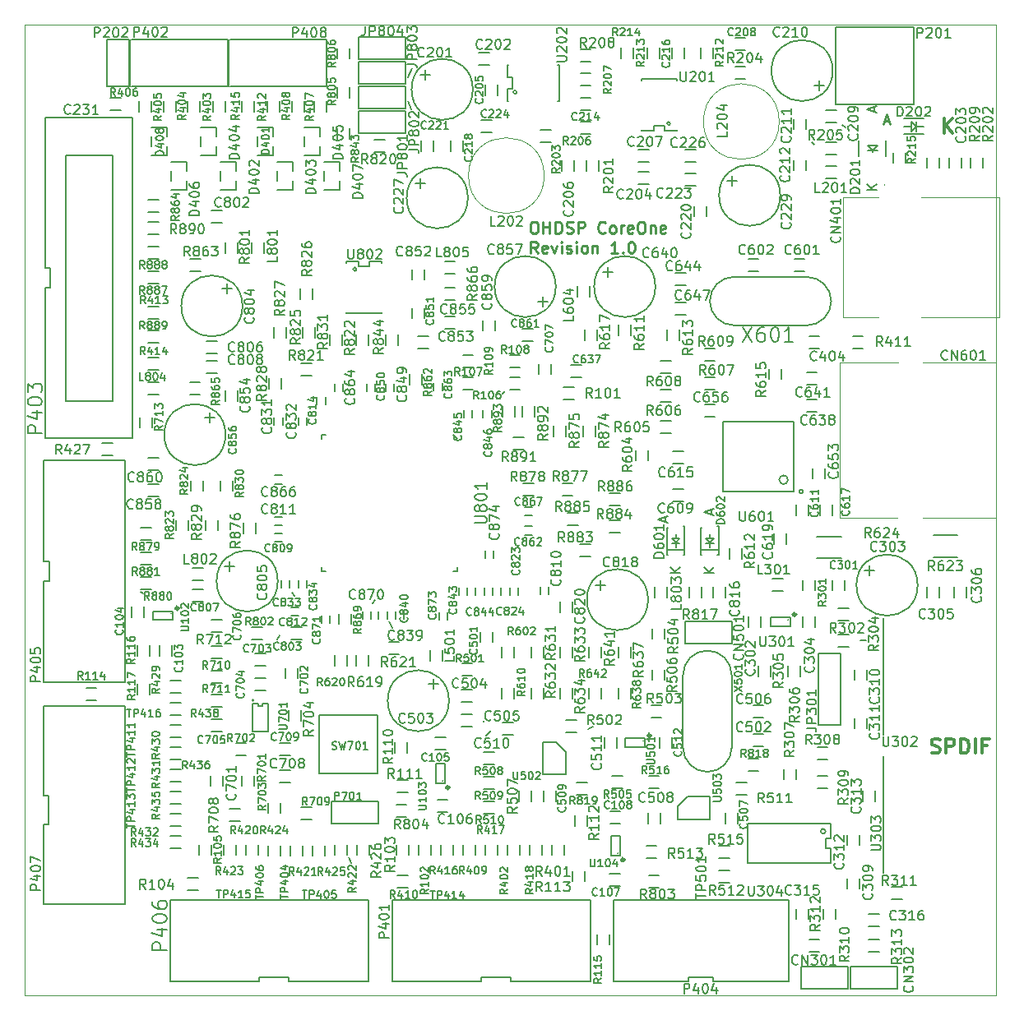
<source format=gto>
G04 #@! TF.FileFunction,Legend,Top*
%FSLAX46Y46*%
G04 Gerber Fmt 4.6, Leading zero omitted, Abs format (unit mm)*
G04 Created by KiCad (PCBNEW 4.0.5) date 02/08/17 14:07:06*
%MOMM*%
%LPD*%
G01*
G04 APERTURE LIST*
%ADD10C,0.150000*%
%ADD11C,0.200000*%
%ADD12C,0.300000*%
%ADD13C,0.250000*%
%ADD14C,0.100000*%
G04 APERTURE END LIST*
D10*
D11*
X12150000Y41350000D02*
X11950000Y41550000D01*
X25950000Y36650000D02*
X26250000Y37050000D01*
X81000000Y87900000D02*
X81300000Y87600000D01*
X84450000Y89400000D02*
X84150000Y89650000D01*
X37800000Y37800000D02*
X37500000Y38500000D01*
X36050000Y40750000D02*
X35800000Y40400000D01*
X58450000Y27650000D02*
X58000000Y27450000D01*
X47300000Y28300000D02*
X47200000Y28200000D01*
X47500000Y26750000D02*
X48000000Y27250000D01*
X39800000Y91250000D02*
X39400000Y92100000D01*
X39850000Y95450000D02*
X39450000Y94600000D01*
X27750000Y41150000D02*
X27500000Y41450000D01*
X33550000Y13600000D02*
X33300000Y14200000D01*
X49150000Y62000000D02*
X49400000Y62250000D01*
X86600000Y36600000D02*
X86000000Y36600000D01*
X91746000Y89498000D02*
X92496000Y89498000D01*
X91746000Y89998000D02*
X91746000Y88998000D01*
X91746000Y89498000D02*
X91246000Y88998000D01*
X91246000Y89998000D02*
X91746000Y89498000D01*
X91246000Y89998000D02*
X91246000Y88998000D01*
X91246000Y89498000D02*
X91246000Y89998000D01*
X90496000Y89498000D02*
X91246000Y89498000D01*
D12*
X94603143Y88819429D02*
X94603143Y90319429D01*
X95460286Y88819429D02*
X94817429Y89676571D01*
X95460286Y90319429D02*
X94603143Y89462286D01*
D13*
X88461905Y90033333D02*
X88938096Y90033333D01*
X88366667Y89747619D02*
X88700000Y90747619D01*
X89033334Y89747619D01*
D14*
X0Y100000000D02*
X100000000Y100000000D01*
X15000000Y0D02*
X0Y0D01*
X100000000Y0D02*
X15000000Y0D01*
D12*
X93335714Y24992857D02*
X93550000Y24921429D01*
X93907143Y24921429D01*
X94050000Y24992857D01*
X94121429Y25064286D01*
X94192857Y25207143D01*
X94192857Y25350000D01*
X94121429Y25492857D01*
X94050000Y25564286D01*
X93907143Y25635714D01*
X93621429Y25707143D01*
X93478571Y25778571D01*
X93407143Y25850000D01*
X93335714Y25992857D01*
X93335714Y26135714D01*
X93407143Y26278571D01*
X93478571Y26350000D01*
X93621429Y26421429D01*
X93978571Y26421429D01*
X94192857Y26350000D01*
X94835714Y24921429D02*
X94835714Y26421429D01*
X95407142Y26421429D01*
X95550000Y26350000D01*
X95621428Y26278571D01*
X95692857Y26135714D01*
X95692857Y25921429D01*
X95621428Y25778571D01*
X95550000Y25707143D01*
X95407142Y25635714D01*
X94835714Y25635714D01*
X96335714Y24921429D02*
X96335714Y26421429D01*
X96692857Y26421429D01*
X96907142Y26350000D01*
X97050000Y26207143D01*
X97121428Y26064286D01*
X97192857Y25778571D01*
X97192857Y25564286D01*
X97121428Y25278571D01*
X97050000Y25135714D01*
X96907142Y24992857D01*
X96692857Y24921429D01*
X96335714Y24921429D01*
X97835714Y24921429D02*
X97835714Y26421429D01*
X99050000Y25707143D02*
X98550000Y25707143D01*
X98550000Y24921429D02*
X98550000Y26421429D01*
X99264286Y26421429D01*
D13*
X52314286Y79682143D02*
X52542857Y79682143D01*
X52657143Y79625000D01*
X52771429Y79510714D01*
X52828571Y79282143D01*
X52828571Y78882143D01*
X52771429Y78653571D01*
X52657143Y78539286D01*
X52542857Y78482143D01*
X52314286Y78482143D01*
X52200000Y78539286D01*
X52085714Y78653571D01*
X52028571Y78882143D01*
X52028571Y79282143D01*
X52085714Y79510714D01*
X52200000Y79625000D01*
X52314286Y79682143D01*
X53342857Y78482143D02*
X53342857Y79682143D01*
X53342857Y79110714D02*
X54028572Y79110714D01*
X54028572Y78482143D02*
X54028572Y79682143D01*
X54600000Y78482143D02*
X54600000Y79682143D01*
X54885715Y79682143D01*
X55057143Y79625000D01*
X55171429Y79510714D01*
X55228572Y79396429D01*
X55285715Y79167857D01*
X55285715Y78996429D01*
X55228572Y78767857D01*
X55171429Y78653571D01*
X55057143Y78539286D01*
X54885715Y78482143D01*
X54600000Y78482143D01*
X55742857Y78539286D02*
X55914286Y78482143D01*
X56200000Y78482143D01*
X56314286Y78539286D01*
X56371429Y78596429D01*
X56428572Y78710714D01*
X56428572Y78825000D01*
X56371429Y78939286D01*
X56314286Y78996429D01*
X56200000Y79053571D01*
X55971429Y79110714D01*
X55857143Y79167857D01*
X55800000Y79225000D01*
X55742857Y79339286D01*
X55742857Y79453571D01*
X55800000Y79567857D01*
X55857143Y79625000D01*
X55971429Y79682143D01*
X56257143Y79682143D01*
X56428572Y79625000D01*
X56942857Y78482143D02*
X56942857Y79682143D01*
X57400000Y79682143D01*
X57514286Y79625000D01*
X57571429Y79567857D01*
X57628572Y79453571D01*
X57628572Y79282143D01*
X57571429Y79167857D01*
X57514286Y79110714D01*
X57400000Y79053571D01*
X56942857Y79053571D01*
X59742858Y78596429D02*
X59685715Y78539286D01*
X59514286Y78482143D01*
X59400000Y78482143D01*
X59228572Y78539286D01*
X59114286Y78653571D01*
X59057143Y78767857D01*
X59000000Y78996429D01*
X59000000Y79167857D01*
X59057143Y79396429D01*
X59114286Y79510714D01*
X59228572Y79625000D01*
X59400000Y79682143D01*
X59514286Y79682143D01*
X59685715Y79625000D01*
X59742858Y79567857D01*
X60428572Y78482143D02*
X60314286Y78539286D01*
X60257143Y78596429D01*
X60200000Y78710714D01*
X60200000Y79053571D01*
X60257143Y79167857D01*
X60314286Y79225000D01*
X60428572Y79282143D01*
X60600000Y79282143D01*
X60714286Y79225000D01*
X60771429Y79167857D01*
X60828572Y79053571D01*
X60828572Y78710714D01*
X60771429Y78596429D01*
X60714286Y78539286D01*
X60600000Y78482143D01*
X60428572Y78482143D01*
X61342857Y78482143D02*
X61342857Y79282143D01*
X61342857Y79053571D02*
X61400000Y79167857D01*
X61457143Y79225000D01*
X61571429Y79282143D01*
X61685714Y79282143D01*
X62542857Y78539286D02*
X62428571Y78482143D01*
X62200000Y78482143D01*
X62085714Y78539286D01*
X62028571Y78653571D01*
X62028571Y79110714D01*
X62085714Y79225000D01*
X62200000Y79282143D01*
X62428571Y79282143D01*
X62542857Y79225000D01*
X62600000Y79110714D01*
X62600000Y78996429D01*
X62028571Y78882143D01*
X63342857Y79682143D02*
X63571428Y79682143D01*
X63685714Y79625000D01*
X63800000Y79510714D01*
X63857142Y79282143D01*
X63857142Y78882143D01*
X63800000Y78653571D01*
X63685714Y78539286D01*
X63571428Y78482143D01*
X63342857Y78482143D01*
X63228571Y78539286D01*
X63114285Y78653571D01*
X63057142Y78882143D01*
X63057142Y79282143D01*
X63114285Y79510714D01*
X63228571Y79625000D01*
X63342857Y79682143D01*
X64371428Y79282143D02*
X64371428Y78482143D01*
X64371428Y79167857D02*
X64428571Y79225000D01*
X64542857Y79282143D01*
X64714285Y79282143D01*
X64828571Y79225000D01*
X64885714Y79110714D01*
X64885714Y78482143D01*
X65914285Y78539286D02*
X65799999Y78482143D01*
X65571428Y78482143D01*
X65457142Y78539286D01*
X65399999Y78653571D01*
X65399999Y79110714D01*
X65457142Y79225000D01*
X65571428Y79282143D01*
X65799999Y79282143D01*
X65914285Y79225000D01*
X65971428Y79110714D01*
X65971428Y78996429D01*
X65399999Y78882143D01*
X52771429Y76432143D02*
X52371429Y77003571D01*
X52085714Y76432143D02*
X52085714Y77632143D01*
X52542857Y77632143D01*
X52657143Y77575000D01*
X52714286Y77517857D01*
X52771429Y77403571D01*
X52771429Y77232143D01*
X52714286Y77117857D01*
X52657143Y77060714D01*
X52542857Y77003571D01*
X52085714Y77003571D01*
X53742857Y76489286D02*
X53628571Y76432143D01*
X53400000Y76432143D01*
X53285714Y76489286D01*
X53228571Y76603571D01*
X53228571Y77060714D01*
X53285714Y77175000D01*
X53400000Y77232143D01*
X53628571Y77232143D01*
X53742857Y77175000D01*
X53800000Y77060714D01*
X53800000Y76946429D01*
X53228571Y76832143D01*
X54200000Y77232143D02*
X54485714Y76432143D01*
X54771428Y77232143D01*
X55228571Y76432143D02*
X55228571Y77232143D01*
X55228571Y77632143D02*
X55171428Y77575000D01*
X55228571Y77517857D01*
X55285714Y77575000D01*
X55228571Y77632143D01*
X55228571Y77517857D01*
X55742857Y76489286D02*
X55857143Y76432143D01*
X56085715Y76432143D01*
X56200000Y76489286D01*
X56257143Y76603571D01*
X56257143Y76660714D01*
X56200000Y76775000D01*
X56085715Y76832143D01*
X55914286Y76832143D01*
X55800000Y76889286D01*
X55742857Y77003571D01*
X55742857Y77060714D01*
X55800000Y77175000D01*
X55914286Y77232143D01*
X56085715Y77232143D01*
X56200000Y77175000D01*
X56771429Y76432143D02*
X56771429Y77232143D01*
X56771429Y77632143D02*
X56714286Y77575000D01*
X56771429Y77517857D01*
X56828572Y77575000D01*
X56771429Y77632143D01*
X56771429Y77517857D01*
X57514287Y76432143D02*
X57400001Y76489286D01*
X57342858Y76546429D01*
X57285715Y76660714D01*
X57285715Y77003571D01*
X57342858Y77117857D01*
X57400001Y77175000D01*
X57514287Y77232143D01*
X57685715Y77232143D01*
X57800001Y77175000D01*
X57857144Y77117857D01*
X57914287Y77003571D01*
X57914287Y76660714D01*
X57857144Y76546429D01*
X57800001Y76489286D01*
X57685715Y76432143D01*
X57514287Y76432143D01*
X58428572Y77232143D02*
X58428572Y76432143D01*
X58428572Y77117857D02*
X58485715Y77175000D01*
X58600001Y77232143D01*
X58771429Y77232143D01*
X58885715Y77175000D01*
X58942858Y77060714D01*
X58942858Y76432143D01*
X61057144Y76432143D02*
X60371429Y76432143D01*
X60714287Y76432143D02*
X60714287Y77632143D01*
X60600001Y77460714D01*
X60485715Y77346429D01*
X60371429Y77289286D01*
X61571429Y76546429D02*
X61628572Y76489286D01*
X61571429Y76432143D01*
X61514286Y76489286D01*
X61571429Y76546429D01*
X61571429Y76432143D01*
X62371430Y77632143D02*
X62485715Y77632143D01*
X62600001Y77575000D01*
X62657144Y77517857D01*
X62714287Y77403571D01*
X62771430Y77175000D01*
X62771430Y76889286D01*
X62714287Y76660714D01*
X62657144Y76546429D01*
X62600001Y76489286D01*
X62485715Y76432143D01*
X62371430Y76432143D01*
X62257144Y76489286D01*
X62200001Y76546429D01*
X62142858Y76660714D01*
X62085715Y76889286D01*
X62085715Y77175000D01*
X62142858Y77403571D01*
X62200001Y77517857D01*
X62257144Y77575000D01*
X62371430Y77632143D01*
D14*
X100000000Y100000000D02*
X100000000Y0D01*
X0Y0D02*
X0Y100000000D01*
D10*
X38115000Y25510000D02*
X38115000Y26043400D01*
X38115000Y25510000D02*
X38115000Y24976600D01*
X39385000Y25510000D02*
X39385000Y26043400D01*
X39385000Y25510000D02*
X39385000Y24976600D01*
X78574000Y38658000D02*
G75*
G03X78574000Y38658000I-50000J0D01*
G01*
D12*
X79374000Y39208000D02*
G75*
G03X79374000Y39208000I-150000J0D01*
G01*
D10*
X76774000Y38008000D02*
X77774000Y38008000D01*
X76774000Y38908000D02*
X76774000Y38008000D01*
X78774000Y38908000D02*
X76774000Y38908000D01*
X78774000Y38008000D02*
X78774000Y38908000D01*
X77774000Y38008000D02*
X78774000Y38008000D01*
D14*
X89860000Y65165000D02*
X83860000Y65165000D01*
X100010000Y65165000D02*
X92460000Y65165000D01*
X92460000Y49165000D02*
X100010000Y49165000D01*
X83860000Y49165000D02*
X89810000Y49165000D01*
X83860000Y57165000D02*
X83860000Y65165000D01*
X83860000Y57165000D02*
X83860000Y49165000D01*
D10*
X80500000Y69000000D02*
X73000000Y69000000D01*
X73000000Y74000000D02*
X80500000Y74000000D01*
X83000000Y71500000D02*
G75*
G03X80500000Y74000000I-2500000J0D01*
G01*
X80500000Y69000000D02*
G75*
G03X83000000Y71500000I0J2500000D01*
G01*
X73000000Y74000000D02*
G75*
G03X70500000Y71500000I0J-2500000D01*
G01*
X70500000Y71500000D02*
G75*
G03X73000000Y69000000I2500000J0D01*
G01*
X81315000Y38458000D02*
X81315000Y37924600D01*
X81315000Y38458000D02*
X81315000Y38991400D01*
X80045000Y38458000D02*
X80045000Y37924600D01*
X80045000Y38458000D02*
X80045000Y38991400D01*
X42618200Y39100000D02*
X42618200Y38719000D01*
X42618200Y39100000D02*
X42618200Y39481000D01*
X43481800Y39100000D02*
X43481800Y38719000D01*
X43481800Y39100000D02*
X43481800Y39481000D01*
X30568200Y38750000D02*
X30568200Y38369000D01*
X30568200Y38750000D02*
X30568200Y39131000D01*
X31431800Y38750000D02*
X31431800Y38369000D01*
X31431800Y38750000D02*
X31431800Y39131000D01*
X32777800Y62620000D02*
X32777800Y63001000D01*
X32777800Y62620000D02*
X32777800Y62239000D01*
X31914200Y62620000D02*
X31914200Y63001000D01*
X31914200Y62620000D02*
X31914200Y62239000D01*
X30931800Y61250000D02*
X30931800Y61631000D01*
X30931800Y61250000D02*
X30931800Y60869000D01*
X30068200Y61250000D02*
X30068200Y61631000D01*
X30068200Y61250000D02*
X30068200Y60869000D01*
X53068200Y41700000D02*
X53068200Y41319000D01*
X53068200Y41700000D02*
X53068200Y42081000D01*
X53931800Y41700000D02*
X53931800Y41319000D01*
X53931800Y41700000D02*
X53931800Y42081000D01*
X91500000Y88687200D02*
X90484000Y88687200D01*
X91500000Y88687200D02*
X92516000Y88687200D01*
X91500000Y90312800D02*
X92516000Y90312800D01*
X91500000Y90312800D02*
X90484000Y90312800D01*
X42067000Y87476000D02*
X42067000Y86942600D01*
X42067000Y87476000D02*
X42067000Y88009400D01*
X40797000Y87476000D02*
X40797000Y86942600D01*
X40797000Y87476000D02*
X40797000Y88009400D01*
X9332000Y92439000D02*
X9865400Y92439000D01*
X9332000Y92439000D02*
X8798600Y92439000D01*
X9332000Y91169000D02*
X9865400Y91169000D01*
X9332000Y91169000D02*
X8798600Y91169000D01*
X60913000Y26000000D02*
X60913000Y25466600D01*
X60913000Y26000000D02*
X60913000Y26533400D01*
X59643000Y26000000D02*
X59643000Y25466600D01*
X59643000Y26000000D02*
X59643000Y26533400D01*
X79385000Y22750000D02*
X79385000Y22216600D01*
X79385000Y22750000D02*
X79385000Y23283400D01*
X78115000Y22750000D02*
X78115000Y22216600D01*
X78115000Y22750000D02*
X78115000Y23283400D01*
X82100000Y25585000D02*
X82633400Y25585000D01*
X82100000Y25585000D02*
X81566600Y25585000D01*
X82100000Y24315000D02*
X82633400Y24315000D01*
X82100000Y24315000D02*
X81566600Y24315000D01*
X82100000Y21315000D02*
X81566600Y21315000D01*
X82100000Y21315000D02*
X82633400Y21315000D01*
X82100000Y22585000D02*
X81566600Y22585000D01*
X82100000Y22585000D02*
X82633400Y22585000D01*
X89750000Y9865000D02*
X89216600Y9865000D01*
X89750000Y9865000D02*
X90283400Y9865000D01*
X89750000Y11135000D02*
X89216600Y11135000D01*
X89750000Y11135000D02*
X90283400Y11135000D01*
X87376000Y5715000D02*
X87909400Y5715000D01*
X87376000Y5715000D02*
X86842600Y5715000D01*
X87376000Y4445000D02*
X87909400Y4445000D01*
X87376000Y4445000D02*
X86842600Y4445000D01*
X80635000Y8382000D02*
X80635000Y7848600D01*
X80635000Y8382000D02*
X80635000Y8915400D01*
X79365000Y8382000D02*
X79365000Y7848600D01*
X79365000Y8382000D02*
X79365000Y8915400D01*
X85885000Y16000000D02*
X85885000Y15466600D01*
X85885000Y16000000D02*
X85885000Y16533400D01*
X84615000Y16000000D02*
X84615000Y15466600D01*
X84615000Y16000000D02*
X84615000Y16533400D01*
X84615000Y11500000D02*
X84615000Y12033400D01*
X84615000Y11500000D02*
X84615000Y10966600D01*
X85885000Y11500000D02*
X85885000Y12033400D01*
X85885000Y11500000D02*
X85885000Y10966600D01*
X47750000Y23749000D02*
X47216600Y23749000D01*
X47750000Y23749000D02*
X48283400Y23749000D01*
X47750000Y25019000D02*
X47216600Y25019000D01*
X47750000Y25019000D02*
X48283400Y25019000D01*
X47750000Y21209000D02*
X47216600Y21209000D01*
X47750000Y21209000D02*
X48283400Y21209000D01*
X47750000Y22479000D02*
X47216600Y22479000D01*
X47750000Y22479000D02*
X48283400Y22479000D01*
X47752000Y18669000D02*
X47218600Y18669000D01*
X47752000Y18669000D02*
X48285400Y18669000D01*
X47752000Y19939000D02*
X47218600Y19939000D01*
X47752000Y19939000D02*
X48285400Y19939000D01*
X45085000Y14986000D02*
X45085000Y15519400D01*
X45085000Y14986000D02*
X45085000Y14452600D01*
X46355000Y14986000D02*
X46355000Y15519400D01*
X46355000Y14986000D02*
X46355000Y14452600D01*
X56250000Y28321000D02*
X56783400Y28321000D01*
X56250000Y28321000D02*
X55716600Y28321000D01*
X56250000Y27051000D02*
X56783400Y27051000D01*
X56250000Y27051000D02*
X55716600Y27051000D01*
X50865000Y20500000D02*
X50865000Y21033400D01*
X50865000Y20500000D02*
X50865000Y19966600D01*
X52135000Y20500000D02*
X52135000Y21033400D01*
X52135000Y20500000D02*
X52135000Y19966600D01*
X72000000Y11615000D02*
X71466600Y11615000D01*
X72000000Y11615000D02*
X72533400Y11615000D01*
X72000000Y12885000D02*
X71466600Y12885000D01*
X72000000Y12885000D02*
X72533400Y12885000D01*
X49657000Y14986000D02*
X49657000Y15519400D01*
X49657000Y14986000D02*
X49657000Y14452600D01*
X50927000Y14986000D02*
X50927000Y15519400D01*
X50927000Y14986000D02*
X50927000Y14452600D01*
X73750000Y21885000D02*
X74283400Y21885000D01*
X73750000Y21885000D02*
X73216600Y21885000D01*
X73750000Y20615000D02*
X74283400Y20615000D01*
X73750000Y20615000D02*
X73216600Y20615000D01*
X54229000Y14986000D02*
X54229000Y15519400D01*
X54229000Y14986000D02*
X54229000Y14452600D01*
X55499000Y14986000D02*
X55499000Y15519400D01*
X55499000Y14986000D02*
X55499000Y14452600D01*
X53213000Y14986000D02*
X53213000Y14452600D01*
X53213000Y14986000D02*
X53213000Y15519400D01*
X51943000Y14986000D02*
X51943000Y14452600D01*
X51943000Y14986000D02*
X51943000Y15519400D01*
X48641000Y14986000D02*
X48641000Y14452600D01*
X48641000Y14986000D02*
X48641000Y15519400D01*
X47371000Y14986000D02*
X47371000Y14452600D01*
X47371000Y14986000D02*
X47371000Y15519400D01*
X44069000Y14986000D02*
X44069000Y14452600D01*
X44069000Y14986000D02*
X44069000Y15519400D01*
X42799000Y14986000D02*
X42799000Y14452600D01*
X42799000Y14986000D02*
X42799000Y15519400D01*
X64085000Y97078000D02*
X64085000Y97611400D01*
X64085000Y97078000D02*
X64085000Y96544600D01*
X65355000Y97078000D02*
X65355000Y97611400D01*
X65355000Y97078000D02*
X65355000Y96544600D01*
X45115000Y87476000D02*
X45115000Y86942600D01*
X45115000Y87476000D02*
X45115000Y88009400D01*
X43845000Y87476000D02*
X43845000Y86942600D01*
X43845000Y87476000D02*
X43845000Y88009400D01*
X41000000Y66615000D02*
X40466600Y66615000D01*
X41000000Y66615000D02*
X41533400Y66615000D01*
X41000000Y67885000D02*
X40466600Y67885000D01*
X41000000Y67885000D02*
X41533400Y67885000D01*
X20615000Y61750000D02*
X20615000Y62283400D01*
X20615000Y61750000D02*
X20615000Y61216600D01*
X21885000Y61750000D02*
X21885000Y62283400D01*
X21885000Y61750000D02*
X21885000Y61216600D01*
X68500000Y84635000D02*
X69033400Y84635000D01*
X68500000Y84635000D02*
X67966600Y84635000D01*
X68500000Y83365000D02*
X69033400Y83365000D01*
X68500000Y83365000D02*
X67966600Y83365000D01*
X19250000Y67385000D02*
X19783400Y67385000D01*
X19250000Y67385000D02*
X18716600Y67385000D01*
X19250000Y66115000D02*
X19783400Y66115000D01*
X19250000Y66115000D02*
X18716600Y66115000D01*
X19750000Y80885000D02*
X20283400Y80885000D01*
X19750000Y80885000D02*
X19216600Y80885000D01*
X19750000Y79615000D02*
X20283400Y79615000D01*
X19750000Y79615000D02*
X19216600Y79615000D01*
X66635000Y26000000D02*
X66635000Y25466600D01*
X66635000Y26000000D02*
X66635000Y26533400D01*
X65365000Y26000000D02*
X65365000Y25466600D01*
X65365000Y26000000D02*
X65365000Y26533400D01*
X75500000Y28615000D02*
X74966600Y28615000D01*
X75500000Y28615000D02*
X76033400Y28615000D01*
X75500000Y29885000D02*
X74966600Y29885000D01*
X75500000Y29885000D02*
X76033400Y29885000D01*
X75500000Y25615000D02*
X74966600Y25615000D01*
X75500000Y25615000D02*
X76033400Y25615000D01*
X75500000Y26885000D02*
X74966600Y26885000D01*
X75500000Y26885000D02*
X76033400Y26885000D01*
X49718000Y28067000D02*
X50251400Y28067000D01*
X49718000Y28067000D02*
X49184600Y28067000D01*
X49718000Y26797000D02*
X50251400Y26797000D01*
X49718000Y26797000D02*
X49184600Y26797000D01*
X53365000Y20500000D02*
X53365000Y21033400D01*
X53365000Y20500000D02*
X53365000Y19966600D01*
X54635000Y20500000D02*
X54635000Y21033400D01*
X54635000Y20500000D02*
X54635000Y19966600D01*
X84250000Y35865000D02*
X83716600Y35865000D01*
X84250000Y35865000D02*
X84783400Y35865000D01*
X84250000Y37135000D02*
X83716600Y37135000D01*
X84250000Y37135000D02*
X84783400Y37135000D01*
X27493000Y91550000D02*
X27493000Y92083400D01*
X27493000Y91550000D02*
X27493000Y91016600D01*
X28763000Y91550000D02*
X28763000Y92083400D01*
X28763000Y91550000D02*
X28763000Y91016600D01*
X29779000Y91550000D02*
X29779000Y92083400D01*
X29779000Y91550000D02*
X29779000Y91016600D01*
X31049000Y91550000D02*
X31049000Y92083400D01*
X31049000Y91550000D02*
X31049000Y91016600D01*
X11745000Y91550000D02*
X11745000Y92083400D01*
X11745000Y91550000D02*
X11745000Y91016600D01*
X13015000Y91550000D02*
X13015000Y92083400D01*
X13015000Y91550000D02*
X13015000Y91016600D01*
X14265000Y91550000D02*
X14265000Y92083400D01*
X14265000Y91550000D02*
X14265000Y91016600D01*
X15535000Y91550000D02*
X15535000Y92083400D01*
X15535000Y91550000D02*
X15535000Y91016600D01*
X16765000Y91550000D02*
X16765000Y92083400D01*
X16765000Y91550000D02*
X16765000Y91016600D01*
X18035000Y91550000D02*
X18035000Y92083400D01*
X18035000Y91550000D02*
X18035000Y91016600D01*
X19365000Y91550000D02*
X19365000Y92083400D01*
X19365000Y91550000D02*
X19365000Y91016600D01*
X20635000Y91550000D02*
X20635000Y92083400D01*
X20635000Y91550000D02*
X20635000Y91016600D01*
X84250000Y38615000D02*
X83716600Y38615000D01*
X84250000Y38615000D02*
X84783400Y38615000D01*
X84250000Y39885000D02*
X83716600Y39885000D01*
X84250000Y39885000D02*
X84783400Y39885000D01*
X80115000Y42250000D02*
X80115000Y42783400D01*
X80115000Y42250000D02*
X80115000Y41716600D01*
X81385000Y42250000D02*
X81385000Y42783400D01*
X81385000Y42250000D02*
X81385000Y41716600D01*
X90635000Y86250000D02*
X90635000Y85716600D01*
X90635000Y86250000D02*
X90635000Y86783400D01*
X89365000Y86250000D02*
X89365000Y85716600D01*
X89365000Y86250000D02*
X89365000Y86783400D01*
X57706000Y96187000D02*
X57172600Y96187000D01*
X57706000Y96187000D02*
X58239400Y96187000D01*
X57706000Y97457000D02*
X57172600Y97457000D01*
X57706000Y97457000D02*
X58239400Y97457000D01*
X57706000Y94957000D02*
X58239400Y94957000D01*
X57706000Y94957000D02*
X57172600Y94957000D01*
X57706000Y93687000D02*
X58239400Y93687000D01*
X57706000Y93687000D02*
X57172600Y93687000D01*
X57706000Y88687000D02*
X57172600Y88687000D01*
X57706000Y88687000D02*
X58239400Y88687000D01*
X57706000Y89957000D02*
X57172600Y89957000D01*
X57706000Y89957000D02*
X58239400Y89957000D01*
X83000000Y86615000D02*
X82466600Y86615000D01*
X83000000Y86615000D02*
X83533400Y86615000D01*
X83000000Y87885000D02*
X82466600Y87885000D01*
X83000000Y87885000D02*
X83533400Y87885000D01*
X57815000Y85444000D02*
X57815000Y85977400D01*
X57815000Y85444000D02*
X57815000Y84910600D01*
X59085000Y85444000D02*
X59085000Y85977400D01*
X59085000Y85444000D02*
X59085000Y84910600D01*
X38385000Y67500000D02*
X38385000Y66966600D01*
X38385000Y67500000D02*
X38385000Y68033400D01*
X37115000Y67500000D02*
X37115000Y66966600D01*
X37115000Y67500000D02*
X37115000Y68033400D01*
X17500000Y61865000D02*
X16966600Y61865000D01*
X17500000Y61865000D02*
X18033400Y61865000D01*
X17500000Y63135000D02*
X16966600Y63135000D01*
X17500000Y63135000D02*
X18033400Y63135000D01*
X62635000Y97078000D02*
X62635000Y96544600D01*
X62635000Y97078000D02*
X62635000Y97611400D01*
X61365000Y97078000D02*
X61365000Y96544600D01*
X61365000Y97078000D02*
X61365000Y97611400D01*
X70885000Y97078000D02*
X70885000Y96544600D01*
X70885000Y97078000D02*
X70885000Y97611400D01*
X69615000Y97078000D02*
X69615000Y96544600D01*
X69615000Y97078000D02*
X69615000Y97611400D01*
X96385000Y85750000D02*
X96385000Y85216600D01*
X96385000Y85750000D02*
X96385000Y86283400D01*
X95115000Y85750000D02*
X95115000Y85216600D01*
X95115000Y85750000D02*
X95115000Y86283400D01*
X53624000Y87857000D02*
X53090600Y87857000D01*
X53624000Y87857000D02*
X54157400Y87857000D01*
X53624000Y89127000D02*
X53090600Y89127000D01*
X53624000Y89127000D02*
X54157400Y89127000D01*
X98635000Y85750000D02*
X98635000Y85216600D01*
X98635000Y85750000D02*
X98635000Y86283400D01*
X97365000Y85750000D02*
X97365000Y85216600D01*
X97365000Y85750000D02*
X97365000Y86283400D01*
X21885000Y77000000D02*
X21885000Y76466600D01*
X21885000Y77000000D02*
X21885000Y77533400D01*
X20615000Y77000000D02*
X20615000Y76466600D01*
X20615000Y77000000D02*
X20615000Y77533400D01*
X38750000Y19635000D02*
X39283400Y19635000D01*
X38750000Y19635000D02*
X38216600Y19635000D01*
X38750000Y18365000D02*
X39283400Y18365000D01*
X38750000Y18365000D02*
X38216600Y18365000D01*
X64750000Y11115000D02*
X64216600Y11115000D01*
X64750000Y11115000D02*
X65283400Y11115000D01*
X64750000Y12385000D02*
X64216600Y12385000D01*
X64750000Y12385000D02*
X65283400Y12385000D01*
X36500000Y88135000D02*
X37033400Y88135000D01*
X36500000Y88135000D02*
X35966600Y88135000D01*
X36500000Y86865000D02*
X37033400Y86865000D01*
X36500000Y86865000D02*
X35966600Y86865000D01*
X77500000Y41615000D02*
X76966600Y41615000D01*
X77500000Y41615000D02*
X78033400Y41615000D01*
X77500000Y42885000D02*
X76966600Y42885000D01*
X77500000Y42885000D02*
X78033400Y42885000D01*
X83000000Y85385000D02*
X83533400Y85385000D01*
X83000000Y85385000D02*
X82466600Y85385000D01*
X83000000Y84115000D02*
X83533400Y84115000D01*
X83000000Y84115000D02*
X82466600Y84115000D01*
X23365000Y77000000D02*
X23365000Y77533400D01*
X23365000Y77000000D02*
X23365000Y76466600D01*
X24635000Y77000000D02*
X24635000Y77533400D01*
X24635000Y77000000D02*
X24635000Y76466600D01*
X87503000Y20500000D02*
X87503000Y19966600D01*
X87503000Y20500000D02*
X87503000Y21033400D01*
X86233000Y20500000D02*
X86233000Y19966600D01*
X86233000Y20500000D02*
X86233000Y21033400D01*
X84385000Y42250000D02*
X84385000Y41716600D01*
X84385000Y42250000D02*
X84385000Y42783400D01*
X83115000Y42250000D02*
X83115000Y41716600D01*
X83115000Y42250000D02*
X83115000Y42783400D01*
X47528000Y90143000D02*
X48061400Y90143000D01*
X47528000Y90143000D02*
X46994600Y90143000D01*
X47528000Y88873000D02*
X48061400Y88873000D01*
X47528000Y88873000D02*
X46994600Y88873000D01*
X80385000Y85500000D02*
X80385000Y84966600D01*
X80385000Y85500000D02*
X80385000Y86033400D01*
X79115000Y85500000D02*
X79115000Y84966600D01*
X79115000Y85500000D02*
X79115000Y86033400D01*
X79115000Y89750000D02*
X79115000Y90283400D01*
X79115000Y89750000D02*
X79115000Y89216600D01*
X80385000Y89750000D02*
X80385000Y90283400D01*
X80385000Y89750000D02*
X80385000Y89216600D01*
X83000000Y91135000D02*
X83533400Y91135000D01*
X83000000Y91135000D02*
X82466600Y91135000D01*
X83000000Y89865000D02*
X83533400Y89865000D01*
X83000000Y89865000D02*
X82466600Y89865000D01*
X47250000Y95865000D02*
X46716600Y95865000D01*
X47250000Y95865000D02*
X47783400Y95865000D01*
X47250000Y97135000D02*
X46716600Y97135000D01*
X47250000Y97135000D02*
X47783400Y97135000D01*
X41135000Y74250000D02*
X41135000Y73716600D01*
X41135000Y74250000D02*
X41135000Y74783400D01*
X39865000Y74250000D02*
X39865000Y73716600D01*
X39865000Y74250000D02*
X39865000Y74783400D01*
X19250000Y65385000D02*
X19783400Y65385000D01*
X19250000Y65385000D02*
X18716600Y65385000D01*
X19250000Y64115000D02*
X19783400Y64115000D01*
X19250000Y64115000D02*
X18716600Y64115000D01*
X48635000Y93250000D02*
X48635000Y92716600D01*
X48635000Y93250000D02*
X48635000Y93783400D01*
X47365000Y93250000D02*
X47365000Y92716600D01*
X47365000Y93250000D02*
X47365000Y93783400D01*
X86635000Y33000000D02*
X86635000Y32466600D01*
X86635000Y33000000D02*
X86635000Y33533400D01*
X85365000Y33000000D02*
X85365000Y32466600D01*
X85365000Y33000000D02*
X85365000Y33533400D01*
X85365000Y28000000D02*
X85365000Y28533400D01*
X85365000Y28000000D02*
X85365000Y27466600D01*
X86635000Y28000000D02*
X86635000Y28533400D01*
X86635000Y28000000D02*
X86635000Y27466600D01*
X92865000Y41500000D02*
X92865000Y42033400D01*
X92865000Y41500000D02*
X92865000Y40966600D01*
X94135000Y41500000D02*
X94135000Y42033400D01*
X94135000Y41500000D02*
X94135000Y40966600D01*
X95615000Y41500000D02*
X95615000Y42033400D01*
X95615000Y41500000D02*
X95615000Y40966600D01*
X96885000Y41500000D02*
X96885000Y42033400D01*
X96885000Y41500000D02*
X96885000Y40966600D01*
X87376000Y8385000D02*
X87909400Y8385000D01*
X87376000Y8385000D02*
X86842600Y8385000D01*
X87376000Y7115000D02*
X87909400Y7115000D01*
X87376000Y7115000D02*
X86842600Y7115000D01*
X81250000Y5715000D02*
X81783400Y5715000D01*
X81250000Y5715000D02*
X80716600Y5715000D01*
X81250000Y4445000D02*
X81783400Y4445000D01*
X81250000Y4445000D02*
X80716600Y4445000D01*
X82169000Y8382000D02*
X82169000Y8915400D01*
X82169000Y8382000D02*
X82169000Y7848600D01*
X83439000Y8382000D02*
X83439000Y8915400D01*
X83439000Y8382000D02*
X83439000Y7848600D01*
X82420000Y15397000D02*
X82420000Y15147000D01*
X82420000Y15147000D02*
X82920000Y15147000D01*
X82920000Y15147000D02*
X82920000Y13647000D01*
X82420000Y16147000D02*
X82420000Y15397000D01*
X82920000Y17647000D02*
X82920000Y16397000D01*
X82920000Y16397000D02*
X82920000Y16147000D01*
X82920000Y16147000D02*
X82420000Y16147000D01*
X82420000Y16897000D02*
G75*
G03X82420000Y16897000I-250000J0D01*
G01*
X82920000Y13647000D02*
X74420000Y13647000D01*
X74420000Y13647000D02*
X74420000Y17647000D01*
X74420000Y17647000D02*
X82920000Y17647000D01*
X76743000Y33378000D02*
X76743000Y32844600D01*
X76743000Y33378000D02*
X76743000Y33911400D01*
X75473000Y33378000D02*
X75473000Y32844600D01*
X75473000Y33378000D02*
X75473000Y33911400D01*
X39865000Y70250000D02*
X39865000Y70783400D01*
X39865000Y70250000D02*
X39865000Y69716600D01*
X41135000Y70250000D02*
X41135000Y70783400D01*
X41135000Y70250000D02*
X41135000Y69716600D01*
X78521000Y33378000D02*
X78521000Y33911400D01*
X78521000Y33378000D02*
X78521000Y32844600D01*
X79791000Y33378000D02*
X79791000Y33911400D01*
X79791000Y33378000D02*
X79791000Y32844600D01*
X75727000Y38458000D02*
X75727000Y37924600D01*
X75727000Y38458000D02*
X75727000Y38991400D01*
X74457000Y38458000D02*
X74457000Y37924600D01*
X74457000Y38458000D02*
X74457000Y38991400D01*
X13250000Y61865000D02*
X12716600Y61865000D01*
X13250000Y61865000D02*
X13783400Y61865000D01*
X13250000Y63135000D02*
X12716600Y63135000D01*
X13250000Y63135000D02*
X13783400Y63135000D01*
X13250000Y52635000D02*
X13783400Y52635000D01*
X13250000Y52635000D02*
X12716600Y52635000D01*
X13250000Y51365000D02*
X13783400Y51365000D01*
X13250000Y51365000D02*
X12716600Y51365000D01*
X13250000Y55385000D02*
X13783400Y55385000D01*
X13250000Y55385000D02*
X12716600Y55385000D01*
X13250000Y54115000D02*
X13783400Y54115000D01*
X13250000Y54115000D02*
X12716600Y54115000D01*
X63688000Y87105000D02*
X64221400Y87105000D01*
X63688000Y87105000D02*
X63154600Y87105000D01*
X63688000Y85835000D02*
X64221400Y85835000D01*
X63688000Y85835000D02*
X63154600Y85835000D01*
X68865000Y80750000D02*
X68865000Y81283400D01*
X68865000Y80750000D02*
X68865000Y80216600D01*
X70135000Y80750000D02*
X70135000Y81283400D01*
X70135000Y80750000D02*
X70135000Y80216600D01*
X87480000Y43774000D02*
X86464000Y43774000D01*
X86972000Y44282000D02*
X86972000Y43266000D01*
X91900397Y42250000D02*
G75*
G03X91900397Y42250000I-3150397J0D01*
G01*
X41686000Y94842000D02*
X40670000Y94842000D01*
X41178000Y95350000D02*
X41178000Y94334000D01*
X46106397Y93318000D02*
G75*
G03X46106397Y93318000I-3150397J0D01*
G01*
X81270000Y93726000D02*
X82286000Y93726000D01*
X81778000Y93218000D02*
X81778000Y94234000D01*
X83150397Y95250000D02*
G75*
G03X83150397Y95250000I-3150397J0D01*
G01*
X20774000Y72270000D02*
X20774000Y73286000D01*
X21282000Y72778000D02*
X20266000Y72778000D01*
X22400397Y71000000D02*
G75*
G03X22400397Y71000000I-3150397J0D01*
G01*
X19024000Y59020000D02*
X19024000Y60036000D01*
X19532000Y59528000D02*
X18516000Y59528000D01*
X20650397Y57750000D02*
G75*
G03X20650397Y57750000I-3150397J0D01*
G01*
X41178000Y83666000D02*
X40162000Y83666000D01*
X40670000Y84174000D02*
X40670000Y83158000D01*
X45598397Y82142000D02*
G75*
G03X45598397Y82142000I-3150397J0D01*
G01*
X64500000Y14115000D02*
X63966600Y14115000D01*
X64500000Y14115000D02*
X65033400Y14115000D01*
X64500000Y15385000D02*
X63966600Y15385000D01*
X64500000Y15385000D02*
X65033400Y15385000D01*
X72000000Y15385000D02*
X72533400Y15385000D01*
X72000000Y15385000D02*
X71466600Y15385000D01*
X72000000Y14115000D02*
X72533400Y14115000D01*
X72000000Y14115000D02*
X71466600Y14115000D01*
X38862000Y11049000D02*
X38328600Y11049000D01*
X38862000Y11049000D02*
X39395400Y11049000D01*
X38862000Y12319000D02*
X38328600Y12319000D01*
X38862000Y12319000D02*
X39395400Y12319000D01*
X83500000Y97750000D02*
X83500000Y99750000D01*
X83500000Y91750000D02*
X83500000Y93750000D01*
X91500000Y93750000D02*
X91500000Y91750000D01*
X91500000Y99750000D02*
X91500000Y97750000D01*
X91500000Y95750000D02*
X91500000Y97750000D01*
X91500000Y99750000D02*
X83500000Y99750000D01*
X83500000Y97750000D02*
X83500000Y93750000D01*
X83500000Y91750000D02*
X91500000Y91750000D01*
X91500000Y93750000D02*
X91500000Y95750000D01*
X87250000Y87550000D02*
X87250000Y87650000D01*
X87250000Y86950000D02*
X87250000Y86850000D01*
X88505902Y83450000D02*
G75*
G03X88505902Y83450000I-55902J0D01*
G01*
X87750000Y87000000D02*
X86750000Y87000000D01*
X87750000Y87500000D02*
X87250000Y87000000D01*
X87750000Y87500000D02*
X86750000Y87500000D01*
X86750000Y87500000D02*
X87250000Y87000000D01*
X85850000Y87250000D02*
X85850000Y88050000D01*
X85850000Y87250000D02*
X85850000Y86450000D01*
X88650000Y87250000D02*
X88650000Y86450000D01*
X88650000Y87250000D02*
X88650000Y88050000D01*
X79883000Y2921000D02*
X79883000Y635000D01*
X84709000Y2921000D02*
X84709000Y635000D01*
X79883000Y2921000D02*
X84709000Y2921000D01*
X84709000Y635000D02*
X79883000Y635000D01*
X84963000Y2921000D02*
X84963000Y635000D01*
X89789000Y2921000D02*
X89789000Y635000D01*
X84963000Y2921000D02*
X89789000Y2921000D01*
X89789000Y635000D02*
X84963000Y635000D01*
X34347000Y91051000D02*
X34347000Y88765000D01*
X39173000Y91051000D02*
X39173000Y88765000D01*
X34347000Y91051000D02*
X39173000Y91051000D01*
X39173000Y88765000D02*
X34347000Y88765000D01*
X8443000Y93607000D02*
X10729000Y93607000D01*
X8443000Y98433000D02*
X10729000Y98433000D01*
X8443000Y93607000D02*
X8443000Y98433000D01*
X10729000Y98433000D02*
X10729000Y93607000D01*
X81707000Y30407000D02*
X81707000Y27867000D01*
X83993000Y30407000D02*
X83993000Y27867000D01*
X83993000Y35233000D02*
X81707000Y35233000D01*
X83993000Y27867000D02*
X81707000Y27867000D01*
X83993000Y35233000D02*
X83993000Y30407000D01*
X81707000Y30407000D02*
X81707000Y35233000D01*
X88342000Y38847000D02*
X88342000Y26847000D01*
X88342000Y24623000D02*
X88342000Y12623000D01*
X8475000Y55590000D02*
X7941600Y55590000D01*
X8475000Y55590000D02*
X9008400Y55590000D01*
X8475000Y56860000D02*
X7941600Y56860000D01*
X8475000Y56860000D02*
X9008400Y56860000D01*
X1896000Y44704000D02*
X1896000Y55118000D01*
X2496000Y44672000D02*
X1896000Y44672000D01*
X2496000Y42672000D02*
X2496000Y44672000D01*
X1896000Y42672000D02*
X2496000Y42672000D01*
X1896000Y32258000D02*
X1896000Y42672000D01*
X10296000Y32258000D02*
X10296000Y55118000D01*
X1896000Y32258000D02*
X10296000Y32258000D01*
X10296000Y55118000D02*
X6096000Y55118000D01*
X6096000Y55118000D02*
X1896000Y55118000D01*
X92865000Y85750000D02*
X92865000Y86283400D01*
X92865000Y85750000D02*
X92865000Y85216600D01*
X94135000Y85750000D02*
X94135000Y86283400D01*
X94135000Y85750000D02*
X94135000Y85216600D01*
X63688000Y84819000D02*
X64221400Y84819000D01*
X63688000Y84819000D02*
X63154600Y84819000D01*
X63688000Y83549000D02*
X64221400Y83549000D01*
X63688000Y83549000D02*
X63154600Y83549000D01*
X68500000Y87135000D02*
X69033400Y87135000D01*
X68500000Y87135000D02*
X67966600Y87135000D01*
X68500000Y85865000D02*
X69033400Y85865000D01*
X68500000Y85865000D02*
X67966600Y85865000D01*
X73340000Y83930000D02*
X72324000Y83930000D01*
X72832000Y84438000D02*
X72832000Y83422000D01*
X77760397Y82406000D02*
G75*
G03X77760397Y82406000I-3150397J0D01*
G01*
X81250000Y66615000D02*
X80716600Y66615000D01*
X81250000Y66615000D02*
X81783400Y66615000D01*
X81250000Y67885000D02*
X80716600Y67885000D01*
X81250000Y67885000D02*
X81783400Y67885000D01*
X48135000Y36900000D02*
X48135000Y36366600D01*
X48135000Y36900000D02*
X48135000Y37433400D01*
X46865000Y36900000D02*
X46865000Y36366600D01*
X46865000Y36900000D02*
X46865000Y37433400D01*
X42024000Y31606000D02*
X42024000Y32622000D01*
X42532000Y32114000D02*
X41516000Y32114000D01*
X43650397Y30336000D02*
G75*
G03X43650397Y30336000I-3150397J0D01*
G01*
X45500000Y30209000D02*
X44966600Y30209000D01*
X45500000Y30209000D02*
X46033400Y30209000D01*
X45500000Y31479000D02*
X44966600Y31479000D01*
X45500000Y31479000D02*
X46033400Y31479000D01*
X45500000Y27669000D02*
X44966600Y27669000D01*
X45500000Y27669000D02*
X46033400Y27669000D01*
X45500000Y28939000D02*
X44966600Y28939000D01*
X45500000Y28939000D02*
X46033400Y28939000D01*
X73397000Y18246000D02*
X73397000Y17712600D01*
X73397000Y18246000D02*
X73397000Y18779400D01*
X72127000Y18246000D02*
X72127000Y17712600D01*
X72127000Y18246000D02*
X72127000Y18779400D01*
X65385000Y18250000D02*
X65385000Y17716600D01*
X65385000Y18250000D02*
X65385000Y18783400D01*
X64115000Y18250000D02*
X64115000Y17716600D01*
X64115000Y18250000D02*
X64115000Y18783400D01*
X77115000Y47000000D02*
X77115000Y47533400D01*
X77115000Y47000000D02*
X77115000Y46466600D01*
X78385000Y47000000D02*
X78385000Y47533400D01*
X78385000Y47000000D02*
X78385000Y46466600D01*
X79750000Y74615000D02*
X79216600Y74615000D01*
X79750000Y74615000D02*
X80283400Y74615000D01*
X79750000Y75885000D02*
X79216600Y75885000D01*
X79750000Y75885000D02*
X80283400Y75885000D01*
X81000000Y61385000D02*
X81533400Y61385000D01*
X81000000Y61385000D02*
X80466600Y61385000D01*
X81000000Y60115000D02*
X81533400Y60115000D01*
X81000000Y60115000D02*
X80466600Y60115000D01*
X81000000Y64135000D02*
X81533400Y64135000D01*
X81000000Y64135000D02*
X80466600Y64135000D01*
X81000000Y62865000D02*
X81533400Y62865000D01*
X81000000Y62865000D02*
X80466600Y62865000D01*
X19115000Y22098000D02*
X19115000Y22631400D01*
X19115000Y22098000D02*
X19115000Y21564600D01*
X20385000Y22098000D02*
X20385000Y22631400D01*
X20385000Y22098000D02*
X20385000Y21564600D01*
X28095000Y33182000D02*
X28095000Y32648600D01*
X28095000Y33182000D02*
X28095000Y33715400D01*
X26825000Y33182000D02*
X26825000Y32648600D01*
X26825000Y33182000D02*
X26825000Y33715400D01*
X24260000Y35167000D02*
X24793400Y35167000D01*
X24260000Y35167000D02*
X23726600Y35167000D01*
X24260000Y33897000D02*
X24793400Y33897000D01*
X24260000Y33897000D02*
X23726600Y33897000D01*
X24260000Y32667000D02*
X24793400Y32667000D01*
X24260000Y32667000D02*
X23726600Y32667000D01*
X24260000Y31397000D02*
X24793400Y31397000D01*
X24260000Y31397000D02*
X23726600Y31397000D01*
X19760000Y28467000D02*
X20293400Y28467000D01*
X19760000Y28467000D02*
X19226600Y28467000D01*
X19760000Y27197000D02*
X20293400Y27197000D01*
X19760000Y27197000D02*
X19226600Y27197000D01*
X19760000Y38717000D02*
X20293400Y38717000D01*
X19760000Y38717000D02*
X19226600Y38717000D01*
X19760000Y37447000D02*
X20293400Y37447000D01*
X19760000Y37447000D02*
X19226600Y37447000D01*
X54135000Y64500000D02*
X54135000Y63966600D01*
X54135000Y64500000D02*
X54135000Y65033400D01*
X52865000Y64500000D02*
X52865000Y63966600D01*
X52865000Y64500000D02*
X52865000Y65033400D01*
X27940000Y36615000D02*
X27406600Y36615000D01*
X27940000Y36615000D02*
X28473400Y36615000D01*
X27940000Y37885000D02*
X27406600Y37885000D01*
X27940000Y37885000D02*
X28473400Y37885000D01*
X21610000Y44196000D02*
X20594000Y44196000D01*
X21102000Y44704000D02*
X21102000Y43688000D01*
X26030397Y42672000D02*
G75*
G03X26030397Y42672000I-3150397J0D01*
G01*
X17780000Y41835000D02*
X18313400Y41835000D01*
X17780000Y41835000D02*
X17246600Y41835000D01*
X17780000Y40565000D02*
X18313400Y40565000D01*
X17780000Y40565000D02*
X17246600Y40565000D01*
X26129605Y49303737D02*
X25748605Y49303737D01*
X26129605Y49303737D02*
X26510605Y49303737D01*
X26129605Y48440137D02*
X25748605Y48440137D01*
X26129605Y48440137D02*
X26510605Y48440137D01*
X27750000Y39931800D02*
X27369000Y39931800D01*
X27750000Y39931800D02*
X28131000Y39931800D01*
X27750000Y39068200D02*
X27369000Y39068200D01*
X27750000Y39068200D02*
X28131000Y39068200D01*
X70865000Y41500000D02*
X70865000Y42033400D01*
X70865000Y41500000D02*
X70865000Y40966600D01*
X72135000Y41500000D02*
X72135000Y42033400D01*
X72135000Y41500000D02*
X72135000Y40966600D01*
X59730000Y42274000D02*
X58714000Y42274000D01*
X59222000Y42782000D02*
X59222000Y41766000D01*
X64150397Y40750000D02*
G75*
G03X64150397Y40750000I-3150397J0D01*
G01*
X55115000Y40000000D02*
X55115000Y40533400D01*
X55115000Y40000000D02*
X55115000Y39466600D01*
X56385000Y40000000D02*
X56385000Y40533400D01*
X56385000Y40000000D02*
X56385000Y39466600D01*
X48164200Y41620000D02*
X48164200Y41239000D01*
X48164200Y41620000D02*
X48164200Y42001000D01*
X49027800Y41620000D02*
X49027800Y41239000D01*
X49027800Y41620000D02*
X49027800Y42001000D01*
X26527800Y59120000D02*
X26527800Y59501000D01*
X26527800Y59120000D02*
X26527800Y58739000D01*
X25664200Y59120000D02*
X25664200Y59501000D01*
X25664200Y59120000D02*
X25664200Y58739000D01*
X29027800Y59120000D02*
X29027800Y59501000D01*
X29027800Y59120000D02*
X29027800Y58739000D01*
X28164200Y59120000D02*
X28164200Y59501000D01*
X28164200Y59120000D02*
X28164200Y58739000D01*
X26414200Y42370000D02*
X26414200Y41989000D01*
X26414200Y42370000D02*
X26414200Y42751000D01*
X27277800Y42370000D02*
X27277800Y41989000D01*
X27277800Y42370000D02*
X27277800Y42751000D01*
X28164200Y42370000D02*
X28164200Y41989000D01*
X28164200Y42370000D02*
X28164200Y42751000D01*
X29027800Y42370000D02*
X29027800Y41989000D01*
X29027800Y42370000D02*
X29027800Y42751000D01*
X36414200Y39120000D02*
X36414200Y38739000D01*
X36414200Y39120000D02*
X36414200Y39501000D01*
X37277800Y39120000D02*
X37277800Y38739000D01*
X37277800Y39120000D02*
X37277800Y39501000D01*
X38123805Y39120000D02*
X38123805Y38739000D01*
X38123805Y39120000D02*
X38123805Y39501000D01*
X38987405Y39120000D02*
X38987405Y38739000D01*
X38987405Y39120000D02*
X38987405Y39501000D01*
X44664200Y41620000D02*
X44664200Y41239000D01*
X44664200Y41620000D02*
X44664200Y42001000D01*
X45527800Y41620000D02*
X45527800Y41239000D01*
X45527800Y41620000D02*
X45527800Y42001000D01*
X46414200Y41620000D02*
X46414200Y41239000D01*
X46414200Y41620000D02*
X46414200Y42001000D01*
X47277800Y41620000D02*
X47277800Y41239000D01*
X47277800Y41620000D02*
X47277800Y42001000D01*
X46027800Y59870000D02*
X46027800Y60251000D01*
X46027800Y59870000D02*
X46027800Y59489000D01*
X45164200Y59870000D02*
X45164200Y60251000D01*
X45164200Y59870000D02*
X45164200Y59489000D01*
X48027800Y59870000D02*
X48027800Y60251000D01*
X48027800Y59870000D02*
X48027800Y59489000D01*
X47164200Y59870000D02*
X47164200Y60251000D01*
X47164200Y59870000D02*
X47164200Y59489000D01*
X38027800Y62620000D02*
X38027800Y63001000D01*
X38027800Y62620000D02*
X38027800Y62239000D01*
X37164200Y62620000D02*
X37164200Y63001000D01*
X37164200Y62620000D02*
X37164200Y62239000D01*
X36027800Y62620000D02*
X36027800Y63001000D01*
X36027800Y62620000D02*
X36027800Y62239000D01*
X35164200Y62620000D02*
X35164200Y63001000D01*
X35164200Y62620000D02*
X35164200Y62239000D01*
X43750000Y68615000D02*
X43216600Y68615000D01*
X43750000Y68615000D02*
X44283400Y68615000D01*
X43750000Y69885000D02*
X43216600Y69885000D01*
X43750000Y69885000D02*
X44283400Y69885000D01*
X52770000Y71476000D02*
X53786000Y71476000D01*
X53278000Y70968000D02*
X53278000Y71984000D01*
X54650397Y73000000D02*
G75*
G03X54650397Y73000000I-3150397J0D01*
G01*
X47115000Y69000000D02*
X47115000Y69533400D01*
X47115000Y69000000D02*
X47115000Y68466600D01*
X48385000Y69000000D02*
X48385000Y69533400D01*
X48385000Y69000000D02*
X48385000Y68466600D01*
X51750000Y67365000D02*
X51216600Y67365000D01*
X51750000Y67365000D02*
X52283400Y67365000D01*
X51750000Y68635000D02*
X51216600Y68635000D01*
X51750000Y68635000D02*
X52283400Y68635000D01*
X51846000Y47438200D02*
X52227000Y47438200D01*
X51846000Y47438200D02*
X51465000Y47438200D01*
X51846000Y48301800D02*
X52227000Y48301800D01*
X51846000Y48301800D02*
X51465000Y48301800D01*
X42953800Y62700000D02*
X42953800Y63081000D01*
X42953800Y62700000D02*
X42953800Y62319000D01*
X42090200Y62700000D02*
X42090200Y63081000D01*
X42090200Y62700000D02*
X42090200Y62319000D01*
X26096000Y53551800D02*
X25715000Y53551800D01*
X26096000Y53551800D02*
X26477000Y53551800D01*
X26096000Y52688200D02*
X25715000Y52688200D01*
X26096000Y52688200D02*
X26477000Y52688200D01*
X51846000Y49438200D02*
X52227000Y49438200D01*
X51846000Y49438200D02*
X51465000Y49438200D01*
X51846000Y50301800D02*
X52227000Y50301800D01*
X51846000Y50301800D02*
X51465000Y50301800D01*
X34743200Y39125000D02*
X34743200Y38744000D01*
X34743200Y39125000D02*
X34743200Y39506000D01*
X35606800Y39125000D02*
X35606800Y38744000D01*
X35606800Y39125000D02*
X35606800Y39506000D01*
X47414200Y45370000D02*
X47414200Y44989000D01*
X47414200Y45370000D02*
X47414200Y45751000D01*
X48277800Y45370000D02*
X48277800Y44989000D01*
X48277800Y45370000D02*
X48277800Y45751000D01*
D14*
X84240000Y69800000D02*
X87840000Y69800000D01*
X84240000Y82200000D02*
X84240000Y69800000D01*
X87840000Y82200000D02*
X84240000Y82200000D01*
X100340000Y82200000D02*
X92240000Y82200000D01*
X100340000Y69800000D02*
X100340000Y82200000D01*
X92240000Y69800000D02*
X100340000Y69800000D01*
D10*
X67945000Y38481000D02*
X67945000Y36195000D01*
X72771000Y38481000D02*
X72771000Y36195000D01*
X67945000Y38481000D02*
X72771000Y38481000D01*
X72771000Y36195000D02*
X67945000Y36195000D01*
X66100000Y45850000D02*
X67900000Y45850000D01*
X67000000Y46550000D02*
X67000000Y46150000D01*
X67000000Y47050000D02*
X67000000Y47450000D01*
X66600000Y46550000D02*
X67400000Y46550000D01*
X67400000Y47050000D02*
X67000000Y46650000D01*
X66600000Y47050000D02*
X67400000Y47050000D01*
X67000000Y46650000D02*
X66600000Y47050000D01*
X67900000Y48350000D02*
X67800000Y48350000D01*
X67900000Y45350000D02*
X67900000Y48350000D01*
X67800000Y45350000D02*
X67900000Y45350000D01*
X66100000Y48150000D02*
X66200000Y48150000D01*
X66100000Y46750000D02*
X66100000Y48150000D01*
X66100000Y45350000D02*
X66200000Y45350000D01*
X66100000Y46750000D02*
X66100000Y45350000D01*
X69600000Y45850000D02*
X71400000Y45850000D01*
X70500000Y46550000D02*
X70500000Y46150000D01*
X70500000Y47050000D02*
X70500000Y47450000D01*
X70100000Y46550000D02*
X70900000Y46550000D01*
X70900000Y47050000D02*
X70500000Y46650000D01*
X70100000Y47050000D02*
X70900000Y47050000D01*
X70500000Y46650000D02*
X70100000Y47050000D01*
X71400000Y48350000D02*
X71300000Y48350000D01*
X71400000Y45350000D02*
X71400000Y48350000D01*
X71300000Y45350000D02*
X71400000Y45350000D01*
X69600000Y48150000D02*
X69700000Y48150000D01*
X69600000Y46750000D02*
X69600000Y48150000D01*
X69600000Y45350000D02*
X69700000Y45350000D01*
X69600000Y46750000D02*
X69600000Y45350000D01*
X34347000Y93591000D02*
X34347000Y91305000D01*
X39173000Y93591000D02*
X39173000Y91305000D01*
X34347000Y93591000D02*
X39173000Y93591000D01*
X39173000Y91305000D02*
X34347000Y91305000D01*
X41717000Y35000000D02*
X41717000Y35533400D01*
X41717000Y35000000D02*
X41717000Y34466600D01*
X42987000Y35000000D02*
X42987000Y35533400D01*
X42987000Y35000000D02*
X42987000Y34466600D01*
X17780000Y42765000D02*
X17246600Y42765000D01*
X17780000Y42765000D02*
X18313400Y42765000D01*
X17780000Y44035000D02*
X17246600Y44035000D01*
X17780000Y44035000D02*
X18313400Y44035000D01*
X64865000Y41500000D02*
X64865000Y42033400D01*
X64865000Y41500000D02*
X64865000Y40966600D01*
X66135000Y41500000D02*
X66135000Y42033400D01*
X66135000Y41500000D02*
X66135000Y40966600D01*
X43750000Y74365000D02*
X43216600Y74365000D01*
X43750000Y74365000D02*
X44283400Y74365000D01*
X43750000Y75635000D02*
X43216600Y75635000D01*
X43750000Y75635000D02*
X44283400Y75635000D01*
X50006000Y1388000D02*
X58206000Y1388000D01*
X50006000Y1888000D02*
X50006000Y1388000D01*
X47006000Y1888000D02*
X50006000Y1888000D01*
X47006000Y1388000D02*
X47006000Y1888000D01*
X37806000Y1388000D02*
X47006000Y1388000D01*
X58206000Y1388000D02*
X58206000Y9788000D01*
X58206000Y9788000D02*
X37806000Y9788000D01*
X37806000Y9788000D02*
X37806000Y5588000D01*
X37806000Y5588000D02*
X37806000Y1388000D01*
X27146000Y1388000D02*
X35346000Y1388000D01*
X27146000Y1888000D02*
X27146000Y1388000D01*
X24146000Y1888000D02*
X27146000Y1888000D01*
X24146000Y1388000D02*
X24146000Y1888000D01*
X14946000Y1388000D02*
X24146000Y1388000D01*
X35346000Y1388000D02*
X35346000Y9788000D01*
X35346000Y9788000D02*
X14946000Y9788000D01*
X14946000Y9788000D02*
X14946000Y5588000D01*
X14946000Y5588000D02*
X14946000Y1388000D01*
X1896000Y17558000D02*
X1896000Y9358000D01*
X2396000Y17558000D02*
X1896000Y17558000D01*
X2396000Y20558000D02*
X2396000Y17558000D01*
X1896000Y20558000D02*
X2396000Y20558000D01*
X1896000Y29758000D02*
X1896000Y20558000D01*
X1896000Y9358000D02*
X10296000Y9358000D01*
X10296000Y9358000D02*
X10296000Y29758000D01*
X10296000Y29758000D02*
X6096000Y29758000D01*
X6096000Y29758000D02*
X1896000Y29758000D01*
X31529000Y19975000D02*
X31529000Y17689000D01*
X36355000Y19975000D02*
X36355000Y17689000D01*
X31529000Y19975000D02*
X36355000Y19975000D01*
X36355000Y17689000D02*
X31529000Y17689000D01*
X13208000Y69665000D02*
X12674600Y69665000D01*
X13208000Y69665000D02*
X13741400Y69665000D01*
X13208000Y70935000D02*
X12674600Y70935000D01*
X13208000Y70935000D02*
X13741400Y70935000D01*
X13208000Y64389000D02*
X12674600Y64389000D01*
X13208000Y64389000D02*
X13741400Y64389000D01*
X13208000Y65659000D02*
X12674600Y65659000D01*
X13208000Y65659000D02*
X13741400Y65659000D01*
X24003000Y14986000D02*
X24003000Y14452600D01*
X24003000Y14986000D02*
X24003000Y15519400D01*
X22733000Y14986000D02*
X22733000Y14452600D01*
X22733000Y14986000D02*
X22733000Y15519400D01*
X28575000Y14898000D02*
X28575000Y14364600D01*
X28575000Y14898000D02*
X28575000Y15431400D01*
X27305000Y14898000D02*
X27305000Y14364600D01*
X27305000Y14898000D02*
X27305000Y15431400D01*
X33147000Y14986000D02*
X33147000Y14452600D01*
X33147000Y14986000D02*
X33147000Y15519400D01*
X31877000Y14986000D02*
X31877000Y14452600D01*
X31877000Y14986000D02*
X31877000Y15519400D01*
X20447000Y14986000D02*
X20447000Y15519400D01*
X20447000Y14986000D02*
X20447000Y14452600D01*
X21717000Y14986000D02*
X21717000Y15519400D01*
X21717000Y14986000D02*
X21717000Y14452600D01*
X25019000Y14898000D02*
X25019000Y15431400D01*
X25019000Y14898000D02*
X25019000Y14364600D01*
X26289000Y14898000D02*
X26289000Y15431400D01*
X26289000Y14898000D02*
X26289000Y14364600D01*
X29591000Y14898000D02*
X29591000Y15431400D01*
X29591000Y14898000D02*
X29591000Y14364600D01*
X30861000Y14898000D02*
X30861000Y15431400D01*
X30861000Y14898000D02*
X30861000Y14364600D01*
X34163000Y14986000D02*
X34163000Y15519400D01*
X34163000Y14986000D02*
X34163000Y14452600D01*
X35433000Y14986000D02*
X35433000Y15519400D01*
X35433000Y14986000D02*
X35433000Y14452600D01*
X15494000Y32385000D02*
X16027400Y32385000D01*
X15494000Y32385000D02*
X14960600Y32385000D01*
X15494000Y31115000D02*
X16027400Y31115000D01*
X15494000Y31115000D02*
X14960600Y31115000D01*
X15494000Y27813000D02*
X16027400Y27813000D01*
X15494000Y27813000D02*
X14960600Y27813000D01*
X15494000Y26543000D02*
X16027400Y26543000D01*
X15494000Y26543000D02*
X14960600Y26543000D01*
X15494000Y23241000D02*
X16027400Y23241000D01*
X15494000Y23241000D02*
X14960600Y23241000D01*
X15494000Y21971000D02*
X16027400Y21971000D01*
X15494000Y21971000D02*
X14960600Y21971000D01*
X15494000Y18669000D02*
X16027400Y18669000D01*
X15494000Y18669000D02*
X14960600Y18669000D01*
X15494000Y17399000D02*
X16027400Y17399000D01*
X15494000Y17399000D02*
X14960600Y17399000D01*
X15494000Y16383000D02*
X16027400Y16383000D01*
X15494000Y16383000D02*
X14960600Y16383000D01*
X15494000Y15113000D02*
X16027400Y15113000D01*
X15494000Y15113000D02*
X14960600Y15113000D01*
X15494000Y20955000D02*
X16027400Y20955000D01*
X15494000Y20955000D02*
X14960600Y20955000D01*
X15494000Y19685000D02*
X16027400Y19685000D01*
X15494000Y19685000D02*
X14960600Y19685000D01*
X15494000Y25527000D02*
X16027400Y25527000D01*
X15494000Y25527000D02*
X14960600Y25527000D01*
X15494000Y24257000D02*
X16027400Y24257000D01*
X15494000Y24257000D02*
X14960600Y24257000D01*
X15494000Y30099000D02*
X16027400Y30099000D01*
X15494000Y30099000D02*
X14960600Y30099000D01*
X15494000Y28829000D02*
X16027400Y28829000D01*
X15494000Y28829000D02*
X14960600Y28829000D01*
X45535347Y32900347D02*
X45001947Y32900347D01*
X45535347Y32900347D02*
X46068747Y32900347D01*
X45535347Y34170347D02*
X45001947Y34170347D01*
X45535347Y34170347D02*
X46068747Y34170347D01*
X64615000Y33000000D02*
X64615000Y33533400D01*
X64615000Y33000000D02*
X64615000Y32466600D01*
X65885000Y33000000D02*
X65885000Y33533400D01*
X65885000Y33000000D02*
X65885000Y32466600D01*
X64615000Y37250000D02*
X64615000Y37783400D01*
X64615000Y37250000D02*
X64615000Y36716600D01*
X65885000Y37250000D02*
X65885000Y37783400D01*
X65885000Y37250000D02*
X65885000Y36716600D01*
X61115000Y68500000D02*
X61115000Y69033400D01*
X61115000Y68500000D02*
X61115000Y67966600D01*
X62385000Y68500000D02*
X62385000Y69033400D01*
X62385000Y68500000D02*
X62385000Y67966600D01*
X73835000Y45500000D02*
X73835000Y44966600D01*
X73835000Y45500000D02*
X73835000Y46033400D01*
X72565000Y45500000D02*
X72565000Y44966600D01*
X72565000Y45500000D02*
X72565000Y46033400D01*
X66115000Y68000000D02*
X66115000Y68533400D01*
X66115000Y68000000D02*
X66115000Y67466600D01*
X67385000Y68000000D02*
X67385000Y68533400D01*
X67385000Y68000000D02*
X67385000Y67466600D01*
X77885000Y64000000D02*
X77885000Y63466600D01*
X77885000Y64000000D02*
X77885000Y64533400D01*
X76615000Y64000000D02*
X76615000Y63466600D01*
X76615000Y64000000D02*
X76615000Y64533400D01*
X94750000Y45132400D02*
X93505400Y45132400D01*
X94750000Y45132400D02*
X95994600Y45132400D01*
X94750000Y47367600D02*
X95994600Y47367600D01*
X94750000Y47367600D02*
X93505400Y47367600D01*
X82788000Y45002400D02*
X81543400Y45002400D01*
X82788000Y45002400D02*
X84032600Y45002400D01*
X82788000Y47237600D02*
X84032600Y47237600D01*
X82788000Y47237600D02*
X81543400Y47237600D01*
X52095000Y35350000D02*
X52095000Y35883400D01*
X52095000Y35350000D02*
X52095000Y34816600D01*
X53365000Y35350000D02*
X53365000Y35883400D01*
X53365000Y35350000D02*
X53365000Y34816600D01*
X52095000Y31100000D02*
X52095000Y31633400D01*
X52095000Y31100000D02*
X52095000Y30566600D01*
X53365000Y31100000D02*
X53365000Y31633400D01*
X53365000Y31100000D02*
X53365000Y30566600D01*
X55095000Y35350000D02*
X55095000Y35883400D01*
X55095000Y35350000D02*
X55095000Y34816600D01*
X56365000Y35350000D02*
X56365000Y35883400D01*
X56365000Y35350000D02*
X56365000Y34816600D01*
X55095000Y31100000D02*
X55095000Y31633400D01*
X55095000Y31100000D02*
X55095000Y30566600D01*
X56365000Y31100000D02*
X56365000Y31633400D01*
X56365000Y31100000D02*
X56365000Y30566600D01*
X61095000Y35350000D02*
X61095000Y35883400D01*
X61095000Y35350000D02*
X61095000Y34816600D01*
X62365000Y35350000D02*
X62365000Y35883400D01*
X62365000Y35350000D02*
X62365000Y34816600D01*
X61095000Y31100000D02*
X61095000Y31633400D01*
X61095000Y31100000D02*
X61095000Y30566600D01*
X62365000Y31100000D02*
X62365000Y31633400D01*
X62365000Y31100000D02*
X62365000Y30566600D01*
X58095000Y35350000D02*
X58095000Y35883400D01*
X58095000Y35350000D02*
X58095000Y34816600D01*
X59365000Y35350000D02*
X59365000Y35883400D01*
X59365000Y35350000D02*
X59365000Y34816600D01*
X58095000Y31100000D02*
X58095000Y31633400D01*
X58095000Y31100000D02*
X58095000Y30566600D01*
X59365000Y31100000D02*
X59365000Y31633400D01*
X59365000Y31100000D02*
X59365000Y30566600D01*
X22365000Y22098000D02*
X22365000Y22631400D01*
X22365000Y22098000D02*
X22365000Y21564600D01*
X23635000Y22098000D02*
X23635000Y22631400D01*
X23635000Y22098000D02*
X23635000Y21564600D01*
X22260000Y25967000D02*
X22793400Y25967000D01*
X22260000Y25967000D02*
X21726600Y25967000D01*
X22260000Y24697000D02*
X22793400Y24697000D01*
X22260000Y24697000D02*
X21726600Y24697000D01*
X26289000Y19304000D02*
X26289000Y18770600D01*
X26289000Y19304000D02*
X26289000Y19837400D01*
X25019000Y19304000D02*
X25019000Y18770600D01*
X25019000Y19304000D02*
X25019000Y19837400D01*
X27125000Y28832000D02*
X27125000Y29365400D01*
X27125000Y28832000D02*
X27125000Y28298600D01*
X28395000Y28832000D02*
X28395000Y29365400D01*
X28395000Y28832000D02*
X28395000Y28298600D01*
X21590000Y17907000D02*
X21056600Y17907000D01*
X21590000Y17907000D02*
X22123400Y17907000D01*
X21590000Y19177000D02*
X21056600Y19177000D01*
X21590000Y19177000D02*
X22123400Y19177000D01*
X29000000Y18115000D02*
X28466600Y18115000D01*
X29000000Y18115000D02*
X29533400Y18115000D01*
X29000000Y19385000D02*
X28466600Y19385000D01*
X29000000Y19385000D02*
X29533400Y19385000D01*
X19760000Y32197000D02*
X19226600Y32197000D01*
X19760000Y32197000D02*
X20293400Y32197000D01*
X19760000Y33467000D02*
X19226600Y33467000D01*
X19760000Y33467000D02*
X20293400Y33467000D01*
X19760000Y29697000D02*
X19226600Y29697000D01*
X19760000Y29697000D02*
X20293400Y29697000D01*
X19760000Y30967000D02*
X19226600Y30967000D01*
X19760000Y30967000D02*
X20293400Y30967000D01*
X19760000Y34697000D02*
X19226600Y34697000D01*
X19760000Y34697000D02*
X20293400Y34697000D01*
X19760000Y35967000D02*
X19226600Y35967000D01*
X19760000Y35967000D02*
X20293400Y35967000D01*
X23876000Y36615000D02*
X23342600Y36615000D01*
X23876000Y36615000D02*
X24409400Y36615000D01*
X23876000Y37885000D02*
X23342600Y37885000D01*
X23876000Y37885000D02*
X24409400Y37885000D01*
X69635000Y41500000D02*
X69635000Y40966600D01*
X69635000Y41500000D02*
X69635000Y42033400D01*
X68365000Y41500000D02*
X68365000Y40966600D01*
X68365000Y41500000D02*
X68365000Y42033400D01*
X75000000Y24385000D02*
X75533400Y24385000D01*
X75000000Y24385000D02*
X74466600Y24385000D01*
X75000000Y23115000D02*
X75533400Y23115000D01*
X75000000Y23115000D02*
X74466600Y23115000D01*
X57350000Y21885000D02*
X57883400Y21885000D01*
X57350000Y21885000D02*
X56816600Y21885000D01*
X57350000Y20615000D02*
X57883400Y20615000D01*
X57350000Y20615000D02*
X56816600Y20615000D01*
X29000000Y63865000D02*
X28466600Y63865000D01*
X29000000Y63865000D02*
X29533400Y63865000D01*
X29000000Y65135000D02*
X28466600Y65135000D01*
X29000000Y65135000D02*
X29533400Y65135000D01*
X34115000Y67500000D02*
X34115000Y68033400D01*
X34115000Y67500000D02*
X34115000Y66966600D01*
X35385000Y67500000D02*
X35385000Y68033400D01*
X35385000Y67500000D02*
X35385000Y66966600D01*
X16813000Y48426000D02*
X16813000Y47892600D01*
X16813000Y48426000D02*
X16813000Y48959400D01*
X15543000Y48426000D02*
X15543000Y47892600D01*
X15543000Y48426000D02*
X15543000Y48959400D01*
X18337000Y52490000D02*
X18337000Y51956600D01*
X18337000Y52490000D02*
X18337000Y53023400D01*
X17067000Y52490000D02*
X17067000Y51956600D01*
X17067000Y52490000D02*
X17067000Y53023400D01*
X28615000Y68250000D02*
X28615000Y68783400D01*
X28615000Y68250000D02*
X28615000Y67716600D01*
X29885000Y68250000D02*
X29885000Y68783400D01*
X29885000Y68250000D02*
X29885000Y67716600D01*
X28365000Y72250000D02*
X28365000Y72783400D01*
X28365000Y72250000D02*
X28365000Y71716600D01*
X29635000Y72250000D02*
X29635000Y72783400D01*
X29635000Y72250000D02*
X29635000Y71716600D01*
X25615000Y68250000D02*
X25615000Y68783400D01*
X25615000Y68250000D02*
X25615000Y67716600D01*
X26885000Y68250000D02*
X26885000Y68783400D01*
X26885000Y68250000D02*
X26885000Y67716600D01*
X25115000Y63000000D02*
X25115000Y63533400D01*
X25115000Y63000000D02*
X25115000Y62466600D01*
X26385000Y63000000D02*
X26385000Y63533400D01*
X26385000Y63000000D02*
X26385000Y62466600D01*
X19861000Y48426000D02*
X19861000Y47892600D01*
X19861000Y48426000D02*
X19861000Y48959400D01*
X18591000Y48426000D02*
X18591000Y47892600D01*
X18591000Y48426000D02*
X18591000Y48959400D01*
X21385000Y52490000D02*
X21385000Y51956600D01*
X21385000Y52490000D02*
X21385000Y53023400D01*
X20115000Y52490000D02*
X20115000Y51956600D01*
X20115000Y52490000D02*
X20115000Y53023400D01*
X31365000Y67500000D02*
X31365000Y68033400D01*
X31365000Y67500000D02*
X31365000Y66966600D01*
X32635000Y67500000D02*
X32635000Y68033400D01*
X32635000Y67500000D02*
X32635000Y66966600D01*
X33381000Y88750000D02*
X33381000Y88216600D01*
X33381000Y88750000D02*
X33381000Y89283400D01*
X32111000Y88750000D02*
X32111000Y88216600D01*
X32111000Y88750000D02*
X32111000Y89283400D01*
X39601000Y63462000D02*
X39601000Y63995400D01*
X39601000Y63462000D02*
X39601000Y62928600D01*
X40871000Y63462000D02*
X40871000Y63995400D01*
X40871000Y63462000D02*
X40871000Y62928600D01*
X17526000Y74549000D02*
X16992600Y74549000D01*
X17526000Y74549000D02*
X18059400Y74549000D01*
X17526000Y75819000D02*
X16992600Y75819000D01*
X17526000Y75819000D02*
X18059400Y75819000D01*
X13208000Y80645000D02*
X12674600Y80645000D01*
X13208000Y80645000D02*
X13741400Y80645000D01*
X13208000Y81915000D02*
X12674600Y81915000D01*
X13208000Y81915000D02*
X13741400Y81915000D01*
X43750000Y72885000D02*
X44283400Y72885000D01*
X43750000Y72885000D02*
X43216600Y72885000D01*
X43750000Y71615000D02*
X44283400Y71615000D01*
X43750000Y71615000D02*
X43216600Y71615000D01*
X32340000Y38750000D02*
X32340000Y39283400D01*
X32340000Y38750000D02*
X32340000Y38216600D01*
X33610000Y38750000D02*
X33610000Y39283400D01*
X33610000Y38750000D02*
X33610000Y38216600D01*
X58731000Y58120000D02*
X58731000Y57586600D01*
X58731000Y58120000D02*
X58731000Y58653400D01*
X57461000Y58120000D02*
X57461000Y57586600D01*
X57461000Y58120000D02*
X57461000Y58653400D01*
X55731000Y58120000D02*
X55731000Y57586600D01*
X55731000Y58120000D02*
X55731000Y58653400D01*
X54461000Y58120000D02*
X54461000Y57586600D01*
X54461000Y58120000D02*
X54461000Y58653400D01*
X23731000Y48120000D02*
X23731000Y47586600D01*
X23731000Y48120000D02*
X23731000Y48653400D01*
X22461000Y48120000D02*
X22461000Y47586600D01*
X22461000Y48120000D02*
X22461000Y48653400D01*
X55846000Y51485000D02*
X55312600Y51485000D01*
X55846000Y51485000D02*
X56379400Y51485000D01*
X55846000Y52755000D02*
X55312600Y52755000D01*
X55846000Y52755000D02*
X56379400Y52755000D01*
X51846000Y51485000D02*
X51312600Y51485000D01*
X51846000Y51485000D02*
X52379400Y51485000D01*
X51846000Y52755000D02*
X51312600Y52755000D01*
X51846000Y52755000D02*
X52379400Y52755000D01*
X12446000Y48133000D02*
X12979400Y48133000D01*
X12446000Y48133000D02*
X11912600Y48133000D01*
X12446000Y46863000D02*
X12979400Y46863000D01*
X12446000Y46863000D02*
X11912600Y46863000D01*
X12446000Y43053000D02*
X12979400Y43053000D01*
X12446000Y43053000D02*
X11912600Y43053000D01*
X12446000Y41783000D02*
X12979400Y41783000D01*
X12446000Y41783000D02*
X11912600Y41783000D01*
X12446000Y45593000D02*
X12979400Y45593000D01*
X12446000Y45593000D02*
X11912600Y45593000D01*
X12446000Y44323000D02*
X12979400Y44323000D01*
X12446000Y44323000D02*
X11912600Y44323000D01*
X57658000Y45212000D02*
X57124600Y45212000D01*
X57658000Y45212000D02*
X58191400Y45212000D01*
X57658000Y46482000D02*
X57124600Y46482000D01*
X57658000Y46482000D02*
X58191400Y46482000D01*
X60706000Y47625000D02*
X60172600Y47625000D01*
X60706000Y47625000D02*
X61239400Y47625000D01*
X60706000Y48895000D02*
X60172600Y48895000D01*
X60706000Y48895000D02*
X61239400Y48895000D01*
X56388000Y48387000D02*
X55854600Y48387000D01*
X56388000Y48387000D02*
X56921400Y48387000D01*
X56388000Y49657000D02*
X55854600Y49657000D01*
X56388000Y49657000D02*
X56921400Y49657000D01*
X60706000Y50419000D02*
X60172600Y50419000D01*
X60706000Y50419000D02*
X61239400Y50419000D01*
X60706000Y51689000D02*
X60172600Y51689000D01*
X60706000Y51689000D02*
X61239400Y51689000D01*
X13208000Y74549000D02*
X13741400Y74549000D01*
X13208000Y74549000D02*
X12674600Y74549000D01*
X13208000Y73279000D02*
X13741400Y73279000D01*
X13208000Y73279000D02*
X12674600Y73279000D01*
X13208000Y77089000D02*
X13741400Y77089000D01*
X13208000Y77089000D02*
X12674600Y77089000D01*
X13208000Y75819000D02*
X13741400Y75819000D01*
X13208000Y75819000D02*
X12674600Y75819000D01*
X13208000Y68453000D02*
X13741400Y68453000D01*
X13208000Y68453000D02*
X12674600Y68453000D01*
X13208000Y67183000D02*
X13741400Y67183000D01*
X13208000Y67183000D02*
X12674600Y67183000D01*
X13208000Y79629000D02*
X13741400Y79629000D01*
X13208000Y79629000D02*
X12674600Y79629000D01*
X13208000Y78359000D02*
X13741400Y78359000D01*
X13208000Y78359000D02*
X12674600Y78359000D01*
X50846000Y56235000D02*
X50312600Y56235000D01*
X50846000Y56235000D02*
X51379400Y56235000D01*
X50846000Y57505000D02*
X50312600Y57505000D01*
X50846000Y57505000D02*
X51379400Y57505000D01*
X52481000Y60120000D02*
X52481000Y59586600D01*
X52481000Y60120000D02*
X52481000Y60653400D01*
X51211000Y60120000D02*
X51211000Y59586600D01*
X51211000Y60120000D02*
X51211000Y60653400D01*
X50481000Y60120000D02*
X50481000Y59586600D01*
X50481000Y60120000D02*
X50481000Y60653400D01*
X49211000Y60120000D02*
X49211000Y59586600D01*
X49211000Y60120000D02*
X49211000Y60653400D01*
X36260000Y22832000D02*
X30260000Y22832000D01*
X30260000Y22832000D02*
X30260000Y28832000D01*
X30260000Y28832000D02*
X36260000Y28832000D01*
X36260000Y28832000D02*
X36260000Y22832000D01*
X68246000Y20478000D02*
X67246000Y19478000D01*
X67246000Y19478000D02*
X67246000Y18078000D01*
X67246000Y18078000D02*
X70546000Y18078000D01*
X70546000Y18078000D02*
X70546000Y20478000D01*
X70546000Y20478000D02*
X68246000Y20478000D01*
X55712000Y25034000D02*
X54712000Y26034000D01*
X54712000Y26034000D02*
X53312000Y26034000D01*
X53312000Y26034000D02*
X53312000Y22734000D01*
X53312000Y22734000D02*
X55712000Y22734000D01*
X55712000Y22734000D02*
X55712000Y25034000D01*
X33062000Y70218000D02*
X33062000Y70345000D01*
X36745000Y70218000D02*
X36745000Y70345000D01*
X33062000Y75552000D02*
X33062000Y75425000D01*
X36745000Y75552000D02*
X36745000Y75425000D01*
X35475000Y75552000D02*
X36745000Y75552000D01*
X35348000Y75044000D02*
X35475000Y75044000D01*
X34332000Y75552000D02*
X33062000Y75552000D01*
X34130605Y74790000D02*
G75*
G03X34130605Y74790000I-179605J0D01*
G01*
X35475000Y75044000D02*
X35475000Y75552000D01*
X34332000Y75044000D02*
X35348000Y75044000D01*
X34332000Y75552000D02*
X34332000Y75044000D01*
X36618000Y70218000D02*
X36745000Y70218000D01*
X33062000Y70218000D02*
X36618000Y70218000D01*
X67750000Y25500000D02*
X67750000Y33000000D01*
X72750000Y33000000D02*
X72750000Y25500000D01*
X70250000Y23000000D02*
G75*
G03X72750000Y25500000I0J2500000D01*
G01*
X67750000Y25500000D02*
G75*
G03X70250000Y23000000I2500000J0D01*
G01*
X72750000Y33000000D02*
G75*
G03X70250000Y35500000I-2500000J0D01*
G01*
X70250000Y35500000D02*
G75*
G03X67750000Y33000000I0J-2500000D01*
G01*
X13865000Y35500000D02*
X13865000Y36033400D01*
X13865000Y35500000D02*
X13865000Y34966600D01*
X15135000Y35500000D02*
X15135000Y36033400D01*
X15135000Y35500000D02*
X15135000Y34966600D01*
X12229000Y39500000D02*
X12229000Y38966600D01*
X12229000Y39500000D02*
X12229000Y40033400D01*
X10959000Y39500000D02*
X10959000Y38966600D01*
X10959000Y39500000D02*
X10959000Y40033400D01*
X75000000Y74615000D02*
X74466600Y74615000D01*
X75000000Y74615000D02*
X75533400Y74615000D01*
X75000000Y75885000D02*
X74466600Y75885000D01*
X75000000Y75885000D02*
X75533400Y75885000D01*
X56750000Y64885000D02*
X57283400Y64885000D01*
X56750000Y64885000D02*
X56216600Y64885000D01*
X56750000Y63615000D02*
X57283400Y63615000D01*
X56750000Y63615000D02*
X56216600Y63615000D01*
X60480000Y74524000D02*
X59464000Y74524000D01*
X59972000Y75032000D02*
X59972000Y74016000D01*
X64900397Y73000000D02*
G75*
G03X64900397Y73000000I-3150397J0D01*
G01*
X67500000Y73115000D02*
X66966600Y73115000D01*
X67500000Y73115000D02*
X68033400Y73115000D01*
X67500000Y74385000D02*
X66966600Y74385000D01*
X67500000Y74385000D02*
X68033400Y74385000D01*
X67500000Y70115000D02*
X66966600Y70115000D01*
X67500000Y70115000D02*
X68033400Y70115000D01*
X67500000Y71385000D02*
X66966600Y71385000D01*
X67500000Y71385000D02*
X68033400Y71385000D01*
X56865000Y72500000D02*
X56865000Y73033400D01*
X56865000Y72500000D02*
X56865000Y71966600D01*
X58135000Y72500000D02*
X58135000Y73033400D01*
X58135000Y72500000D02*
X58135000Y71966600D01*
X49095000Y35350000D02*
X49095000Y35883400D01*
X49095000Y35350000D02*
X49095000Y34816600D01*
X50365000Y35350000D02*
X50365000Y35883400D01*
X50365000Y35350000D02*
X50365000Y34816600D01*
X57615000Y68000000D02*
X57615000Y68533400D01*
X57615000Y68000000D02*
X57615000Y67466600D01*
X58885000Y68000000D02*
X58885000Y68533400D01*
X58885000Y68000000D02*
X58885000Y67466600D01*
X67133981Y94360000D02*
X67133981Y94233000D01*
X63450981Y94360000D02*
X63450981Y94233000D01*
X67133981Y89026000D02*
X67133981Y89153000D01*
X63450981Y89026000D02*
X63450981Y89153000D01*
X64720981Y89026000D02*
X63450981Y89026000D01*
X64847981Y89534000D02*
X64720981Y89534000D01*
X65863981Y89026000D02*
X67133981Y89026000D01*
X66424586Y89788000D02*
G75*
G03X66424586Y89788000I-179605J0D01*
G01*
X64720981Y89534000D02*
X64720981Y89026000D01*
X65863981Y89534000D02*
X64847981Y89534000D01*
X65863981Y89026000D02*
X65863981Y89534000D01*
X63577981Y94360000D02*
X63450981Y94360000D01*
X67133981Y94360000D02*
X63577981Y94360000D01*
X42782000Y25263000D02*
X42248600Y25263000D01*
X42782000Y25263000D02*
X43315400Y25263000D01*
X42782000Y26533000D02*
X42248600Y26533000D01*
X42782000Y26533000D02*
X43315400Y26533000D01*
X43000000Y18865000D02*
X42466600Y18865000D01*
X43000000Y18865000D02*
X43533400Y18865000D01*
X43000000Y20135000D02*
X42466600Y20135000D01*
X43000000Y20135000D02*
X43533400Y20135000D01*
X60750000Y11215000D02*
X60216600Y11215000D01*
X60750000Y11215000D02*
X61283400Y11215000D01*
X60750000Y12485000D02*
X60216600Y12485000D01*
X60750000Y12485000D02*
X61283400Y12485000D01*
X60782000Y17679000D02*
X60248600Y17679000D01*
X60782000Y17679000D02*
X61315400Y17679000D01*
X60782000Y18949000D02*
X60248600Y18949000D01*
X60782000Y18949000D02*
X61315400Y18949000D01*
X2104000Y74914000D02*
X2104000Y90414000D01*
X2604000Y74914000D02*
X2104000Y74914000D01*
X2604000Y72914000D02*
X2604000Y74914000D01*
X2104000Y72914000D02*
X2604000Y72914000D01*
X2104000Y57414000D02*
X2104000Y72914000D01*
X6604000Y90414000D02*
X2104000Y90414000D01*
X2104000Y57414000D02*
X11104000Y57414000D01*
X11104000Y57414000D02*
X11104000Y90414000D01*
X11104000Y90414000D02*
X6604000Y90414000D01*
X4191000Y86487000D02*
X4191000Y61214000D01*
X9017000Y61214000D02*
X9017000Y86487000D01*
X4191000Y86487000D02*
X9017000Y86487000D01*
X9017000Y61214000D02*
X4191000Y61214000D01*
X70866000Y1388000D02*
X78596000Y1388000D01*
X70866000Y1888000D02*
X70866000Y1388000D01*
X68326000Y1888000D02*
X70866000Y1888000D01*
X68326000Y1388000D02*
X68326000Y1888000D01*
X60596000Y1388000D02*
X68326000Y1388000D01*
X78596000Y1388000D02*
X78596000Y9788000D01*
X60596000Y9788000D02*
X78596000Y9788000D01*
X60596000Y9788000D02*
X60596000Y5588000D01*
X60596000Y5588000D02*
X60596000Y1388000D01*
X40513000Y14986000D02*
X40513000Y15519400D01*
X40513000Y14986000D02*
X40513000Y14452600D01*
X41783000Y14986000D02*
X41783000Y15519400D01*
X41783000Y14986000D02*
X41783000Y14452600D01*
X38227000Y14986000D02*
X38227000Y15519400D01*
X38227000Y14986000D02*
X38227000Y14452600D01*
X39497000Y14986000D02*
X39497000Y15519400D01*
X39497000Y14986000D02*
X39497000Y14452600D01*
X17272000Y10795000D02*
X16738600Y10795000D01*
X17272000Y10795000D02*
X17805400Y10795000D01*
X17272000Y12065000D02*
X16738600Y12065000D01*
X17272000Y12065000D02*
X17805400Y12065000D01*
X17907000Y14986000D02*
X17907000Y15519400D01*
X17907000Y14986000D02*
X17907000Y14452600D01*
X19177000Y14986000D02*
X19177000Y15519400D01*
X19177000Y14986000D02*
X19177000Y14452600D01*
X50444000Y63689000D02*
X50977400Y63689000D01*
X50444000Y63689000D02*
X49910600Y63689000D01*
X50444000Y62419000D02*
X50977400Y62419000D01*
X50444000Y62419000D02*
X49910600Y62419000D01*
X45618000Y62419000D02*
X45084600Y62419000D01*
X45618000Y62419000D02*
X46151400Y62419000D01*
X45618000Y63689000D02*
X45084600Y63689000D01*
X45618000Y63689000D02*
X46151400Y63689000D01*
X50444000Y65975000D02*
X50977400Y65975000D01*
X50444000Y65975000D02*
X49910600Y65975000D01*
X50444000Y64705000D02*
X50977400Y64705000D01*
X50444000Y64705000D02*
X49910600Y64705000D01*
X45618000Y64705000D02*
X45084600Y64705000D01*
X45618000Y64705000D02*
X46151400Y64705000D01*
X45618000Y65975000D02*
X45084600Y65975000D01*
X45618000Y65975000D02*
X46151400Y65975000D01*
X38862000Y20865000D02*
X38328600Y20865000D01*
X38862000Y20865000D02*
X39395400Y20865000D01*
X38862000Y22135000D02*
X38328600Y22135000D01*
X38862000Y22135000D02*
X39395400Y22135000D01*
X56615000Y18000000D02*
X56615000Y18533400D01*
X56615000Y18000000D02*
X56615000Y17466600D01*
X57885000Y18000000D02*
X57885000Y18533400D01*
X57885000Y18000000D02*
X57885000Y17466600D01*
X56365000Y12250000D02*
X56365000Y12783400D01*
X56365000Y12250000D02*
X56365000Y11716600D01*
X57635000Y12250000D02*
X57635000Y12783400D01*
X57635000Y12250000D02*
X57635000Y11716600D01*
X65000000Y28615000D02*
X64466600Y28615000D01*
X65000000Y28615000D02*
X65533400Y28615000D01*
X65000000Y29885000D02*
X64466600Y29885000D01*
X65000000Y29885000D02*
X65533400Y29885000D01*
X61000000Y21365000D02*
X60466600Y21365000D01*
X61000000Y21365000D02*
X61533400Y21365000D01*
X61000000Y22635000D02*
X60466600Y22635000D01*
X61000000Y22635000D02*
X61533400Y22635000D01*
X15024000Y39316000D02*
G75*
G03X15024000Y39316000I-50000J0D01*
G01*
D12*
X15824000Y39866000D02*
G75*
G03X15824000Y39866000I-150000J0D01*
G01*
D10*
X13224000Y38666000D02*
X14224000Y38666000D01*
X13224000Y39566000D02*
X13224000Y38666000D01*
X15224000Y39566000D02*
X13224000Y39566000D01*
X15224000Y38666000D02*
X15224000Y39566000D01*
X14224000Y38666000D02*
X15224000Y38666000D01*
X43032000Y22100000D02*
G75*
G03X43032000Y22100000I-50000J0D01*
G01*
D12*
X43682000Y21400000D02*
G75*
G03X43682000Y21400000I-150000J0D01*
G01*
D10*
X42332000Y23850000D02*
X42332000Y22850000D01*
X43232000Y23850000D02*
X42332000Y23850000D01*
X43232000Y21850000D02*
X43232000Y23850000D01*
X42332000Y21850000D02*
X43232000Y21850000D01*
X42332000Y22850000D02*
X42332000Y21850000D01*
X61048000Y14658000D02*
G75*
G03X61048000Y14658000I-50000J0D01*
G01*
D12*
X61698000Y13958000D02*
G75*
G03X61698000Y13958000I-150000J0D01*
G01*
D10*
X60348000Y16408000D02*
X60348000Y15408000D01*
X61248000Y16408000D02*
X60348000Y16408000D01*
X61248000Y14408000D02*
X61248000Y16408000D01*
X60348000Y14408000D02*
X61248000Y14408000D01*
X60348000Y15408000D02*
X60348000Y14408000D01*
X63626000Y26200000D02*
G75*
G03X63626000Y26200000I-50000J0D01*
G01*
D12*
X64426000Y26750000D02*
G75*
G03X64426000Y26750000I-150000J0D01*
G01*
D10*
X61826000Y25550000D02*
X62826000Y25550000D01*
X61826000Y26450000D02*
X61826000Y25550000D01*
X63826000Y26450000D02*
X61826000Y26450000D01*
X63826000Y25550000D02*
X63826000Y26450000D01*
X62826000Y25550000D02*
X63826000Y25550000D01*
X44131605Y57687937D02*
X44531605Y57287937D01*
X44531605Y44087937D02*
X44531605Y43687937D01*
X44531605Y43687937D02*
X44131605Y43687937D01*
X30531605Y57287937D02*
X30531605Y57687937D01*
X30531605Y57687937D02*
X30931605Y57687937D01*
X30531605Y44087937D02*
X30531605Y43687937D01*
X30531605Y43687937D02*
X30931605Y43687937D01*
X56000000Y62635000D02*
X56533400Y62635000D01*
X56000000Y62635000D02*
X55466600Y62635000D01*
X56000000Y61365000D02*
X56533400Y61365000D01*
X56000000Y61365000D02*
X55466600Y61365000D01*
X13135000Y59000000D02*
X13135000Y58466600D01*
X13135000Y59000000D02*
X13135000Y59533400D01*
X11865000Y59000000D02*
X11865000Y58466600D01*
X11865000Y59000000D02*
X11865000Y59533400D01*
X62865000Y55626000D02*
X62865000Y56159400D01*
X62865000Y55626000D02*
X62865000Y55092600D01*
X64135000Y55626000D02*
X64135000Y56159400D01*
X64135000Y55626000D02*
X64135000Y55092600D01*
X66000000Y59135000D02*
X66533400Y59135000D01*
X66000000Y59135000D02*
X65466600Y59135000D01*
X66000000Y57865000D02*
X66533400Y57865000D01*
X66000000Y57865000D02*
X65466600Y57865000D01*
X66000000Y62385000D02*
X66533400Y62385000D01*
X66000000Y62385000D02*
X65466600Y62385000D01*
X66000000Y61115000D02*
X66533400Y61115000D01*
X66000000Y61115000D02*
X65466600Y61115000D01*
X70500000Y63635000D02*
X71033400Y63635000D01*
X70500000Y63635000D02*
X69966600Y63635000D01*
X70500000Y62365000D02*
X71033400Y62365000D01*
X70500000Y62365000D02*
X69966600Y62365000D01*
X66000000Y65385000D02*
X66533400Y65385000D01*
X66000000Y65385000D02*
X65466600Y65385000D01*
X66000000Y64115000D02*
X66533400Y64115000D01*
X66000000Y64115000D02*
X65466600Y64115000D01*
X70500000Y66635000D02*
X71033400Y66635000D01*
X70500000Y66635000D02*
X69966600Y66635000D01*
X70500000Y65365000D02*
X71033400Y65365000D01*
X70500000Y65365000D02*
X69966600Y65365000D01*
X49095000Y31100000D02*
X49095000Y31633400D01*
X49095000Y31100000D02*
X49095000Y30566600D01*
X50365000Y31100000D02*
X50365000Y31633400D01*
X50365000Y31100000D02*
X50365000Y30566600D01*
X73650000Y98651000D02*
X74183400Y98651000D01*
X73650000Y98651000D02*
X73116600Y98651000D01*
X73650000Y97381000D02*
X74183400Y97381000D01*
X73650000Y97381000D02*
X73116600Y97381000D01*
X73650000Y94381000D02*
X73116600Y94381000D01*
X73650000Y94381000D02*
X74183400Y94381000D01*
X73650000Y95651000D02*
X73116600Y95651000D01*
X73650000Y95651000D02*
X74183400Y95651000D01*
X57706000Y92457000D02*
X58239400Y92457000D01*
X57706000Y92457000D02*
X57172600Y92457000D01*
X57706000Y91187000D02*
X58239400Y91187000D01*
X57706000Y91187000D02*
X57172600Y91187000D01*
X66615000Y97078000D02*
X66615000Y97611400D01*
X66615000Y97078000D02*
X66615000Y96544600D01*
X67885000Y97078000D02*
X67885000Y97611400D01*
X67885000Y97078000D02*
X67885000Y96544600D01*
X6850000Y30365000D02*
X6316600Y30365000D01*
X6850000Y30365000D02*
X7383400Y30365000D01*
X6850000Y31635000D02*
X6316600Y31635000D01*
X6850000Y31635000D02*
X7383400Y31635000D01*
X60135000Y5750000D02*
X60135000Y5216600D01*
X60135000Y5750000D02*
X60135000Y6283400D01*
X58865000Y5750000D02*
X58865000Y5216600D01*
X58865000Y5750000D02*
X58865000Y6283400D01*
X12885000Y35500000D02*
X12885000Y34966600D01*
X12885000Y35500000D02*
X12885000Y36033400D01*
X11615000Y35500000D02*
X11615000Y34966600D01*
X11615000Y35500000D02*
X11615000Y36033400D01*
X12885000Y31500000D02*
X12885000Y30966600D01*
X12885000Y31500000D02*
X12885000Y32033400D01*
X11615000Y31500000D02*
X11615000Y30966600D01*
X11615000Y31500000D02*
X11615000Y32033400D01*
X35385000Y34500000D02*
X35385000Y33966600D01*
X35385000Y34500000D02*
X35385000Y35033400D01*
X34115000Y34500000D02*
X34115000Y33966600D01*
X34115000Y34500000D02*
X34115000Y35033400D01*
X31865000Y34500000D02*
X31865000Y35033400D01*
X31865000Y34500000D02*
X31865000Y33966600D01*
X33135000Y34500000D02*
X33135000Y35033400D01*
X33135000Y34500000D02*
X33135000Y33966600D01*
X80100000Y51900000D02*
G75*
G03X80100000Y51900000I-200000J0D01*
G01*
X78547214Y53100000D02*
G75*
G03X78547214Y53100000I-447214J0D01*
G01*
X79100000Y51900000D02*
X71900000Y51900000D01*
X71900000Y51900000D02*
X71900000Y59100000D01*
X71900000Y59100000D02*
X79100000Y59100000D01*
X79100000Y59100000D02*
X79100000Y51900000D01*
X56545000Y85444000D02*
X56545000Y84910600D01*
X56545000Y85444000D02*
X56545000Y85977400D01*
X55275000Y85444000D02*
X55275000Y84910600D01*
X55275000Y85444000D02*
X55275000Y85977400D01*
X26760000Y21947000D02*
X26226600Y21947000D01*
X26760000Y21947000D02*
X27293400Y21947000D01*
X26760000Y23217000D02*
X26226600Y23217000D01*
X26760000Y23217000D02*
X27293400Y23217000D01*
X26760000Y24697000D02*
X26226600Y24697000D01*
X26760000Y24697000D02*
X27293400Y24697000D01*
X26760000Y25967000D02*
X26226600Y25967000D01*
X26760000Y25967000D02*
X27293400Y25967000D01*
D14*
X53460000Y84428000D02*
G75*
G03X53460000Y84428000I-3900000J0D01*
G01*
X77650000Y89998000D02*
G75*
G03X77650000Y89998000I-3900000J0D01*
G01*
D10*
X55008000Y92134000D02*
X54881000Y92134000D01*
X55008000Y95817000D02*
X54881000Y95817000D01*
X49674000Y92134000D02*
X49801000Y92134000D01*
X49674000Y95817000D02*
X49801000Y95817000D01*
X49674000Y94547000D02*
X49674000Y95817000D01*
X50182000Y94420000D02*
X50182000Y94547000D01*
X49674000Y93404000D02*
X49674000Y92134000D01*
X50615605Y93023000D02*
G75*
G03X50615605Y93023000I-179605J0D01*
G01*
X50182000Y94547000D02*
X49674000Y94547000D01*
X50182000Y93404000D02*
X50182000Y94420000D01*
X49674000Y93404000D02*
X50182000Y93404000D01*
X55008000Y95690000D02*
X55008000Y95817000D01*
X55008000Y92134000D02*
X55008000Y95690000D01*
X23542111Y30382000D02*
G75*
G03X23542111Y30382000I-72111J0D01*
G01*
X25060000Y30032000D02*
X24460000Y30032000D01*
X24060000Y29782000D02*
X24060000Y30032000D01*
X24260000Y29782000D02*
X24060000Y29782000D01*
X24460000Y29782000D02*
X24260000Y29782000D01*
X24460000Y30032000D02*
X24460000Y29782000D01*
X25060000Y28582000D02*
X25060000Y30032000D01*
X23460000Y30032000D02*
X23460000Y27132000D01*
X23460000Y27132000D02*
X25060000Y27132000D01*
X25060000Y27132000D02*
X25060000Y28582000D01*
X24060000Y30032000D02*
X23460000Y30032000D01*
X49914200Y41620000D02*
X49914200Y41239000D01*
X49914200Y41620000D02*
X49914200Y42001000D01*
X50777800Y41620000D02*
X50777800Y41239000D01*
X50777800Y41620000D02*
X50777800Y42001000D01*
X26096000Y47551800D02*
X25715000Y47551800D01*
X26096000Y47551800D02*
X26477000Y47551800D01*
X26096000Y46688200D02*
X25715000Y46688200D01*
X26096000Y46688200D02*
X26477000Y46688200D01*
X67250000Y52135000D02*
X67783400Y52135000D01*
X67250000Y52135000D02*
X66716600Y52135000D01*
X67250000Y50865000D02*
X67783400Y50865000D01*
X67250000Y50865000D02*
X66716600Y50865000D01*
X79365000Y50000000D02*
X79365000Y50533400D01*
X79365000Y50000000D02*
X79365000Y49466600D01*
X80635000Y50000000D02*
X80635000Y50533400D01*
X80635000Y50000000D02*
X80635000Y49466600D01*
X67250000Y56007000D02*
X67783400Y56007000D01*
X67250000Y56007000D02*
X66716600Y56007000D01*
X67250000Y54737000D02*
X67783400Y54737000D01*
X67250000Y54737000D02*
X66716600Y54737000D01*
X81865000Y50000000D02*
X81865000Y50533400D01*
X81865000Y50000000D02*
X81865000Y49466600D01*
X83135000Y50000000D02*
X83135000Y50533400D01*
X83135000Y50000000D02*
X83135000Y49466600D01*
X81115000Y53750000D02*
X81115000Y54283400D01*
X81115000Y53750000D02*
X81115000Y53216600D01*
X82385000Y53750000D02*
X82385000Y54283400D01*
X82385000Y53750000D02*
X82385000Y53216600D01*
X70500000Y59615000D02*
X69966600Y59615000D01*
X70500000Y59615000D02*
X71033400Y59615000D01*
X70500000Y60885000D02*
X69966600Y60885000D01*
X70500000Y60885000D02*
X71033400Y60885000D01*
X38000000Y35115000D02*
X37466600Y35115000D01*
X38000000Y35115000D02*
X38533400Y35115000D01*
X38000000Y36385000D02*
X37466600Y36385000D01*
X38000000Y36385000D02*
X38533400Y36385000D01*
X23926000Y88426000D02*
X23926000Y87426000D01*
X25526000Y89376000D02*
X25526000Y88426000D01*
X25526000Y86476000D02*
X25526000Y87426000D01*
X25526000Y89376000D02*
X23926000Y89376000D01*
X23926000Y86476000D02*
X25526000Y86476000D01*
X20116000Y84870000D02*
X20116000Y83870000D01*
X21716000Y85820000D02*
X21716000Y84870000D01*
X21716000Y82920000D02*
X21716000Y83870000D01*
X21716000Y85820000D02*
X20116000Y85820000D01*
X20116000Y82920000D02*
X21716000Y82920000D01*
X25958000Y84870000D02*
X25958000Y83870000D01*
X27558000Y85820000D02*
X27558000Y84870000D01*
X27558000Y82920000D02*
X27558000Y83870000D01*
X27558000Y85820000D02*
X25958000Y85820000D01*
X25958000Y82920000D02*
X27558000Y82920000D01*
X18084000Y88426000D02*
X18084000Y87426000D01*
X19684000Y89376000D02*
X19684000Y88426000D01*
X19684000Y86476000D02*
X19684000Y87426000D01*
X19684000Y89376000D02*
X18084000Y89376000D01*
X18084000Y86476000D02*
X19684000Y86476000D01*
X28752000Y88426000D02*
X28752000Y87426000D01*
X30352000Y89376000D02*
X30352000Y88426000D01*
X30352000Y86476000D02*
X30352000Y87426000D01*
X30352000Y89376000D02*
X28752000Y89376000D01*
X28752000Y86476000D02*
X30352000Y86476000D01*
X15036000Y84870000D02*
X15036000Y83870000D01*
X16636000Y85820000D02*
X16636000Y84870000D01*
X16636000Y82920000D02*
X16636000Y83870000D01*
X16636000Y85820000D02*
X15036000Y85820000D01*
X15036000Y82920000D02*
X16636000Y82920000D01*
X85750000Y67885000D02*
X86283400Y67885000D01*
X85750000Y67885000D02*
X85216600Y67885000D01*
X85750000Y66615000D02*
X86283400Y66615000D01*
X85750000Y66615000D02*
X85216600Y66615000D01*
X64750000Y22635000D02*
X65283400Y22635000D01*
X64750000Y22635000D02*
X64216600Y22635000D01*
X64750000Y21365000D02*
X65283400Y21365000D01*
X64750000Y21365000D02*
X64216600Y21365000D01*
X30784000Y84870000D02*
X30784000Y83870000D01*
X32384000Y85820000D02*
X32384000Y84870000D01*
X32384000Y82920000D02*
X32384000Y83870000D01*
X32384000Y85820000D02*
X30784000Y85820000D01*
X30784000Y82920000D02*
X32384000Y82920000D01*
X13004000Y88426000D02*
X13004000Y87426000D01*
X14604000Y89376000D02*
X14604000Y88426000D01*
X14604000Y86476000D02*
X14604000Y87426000D01*
X14604000Y89376000D02*
X13004000Y89376000D01*
X13004000Y86476000D02*
X14604000Y86476000D01*
X34347000Y96131000D02*
X34347000Y93845000D01*
X39173000Y96131000D02*
X39173000Y93845000D01*
X34347000Y96131000D02*
X39173000Y96131000D01*
X39173000Y93845000D02*
X34347000Y93845000D01*
X34347000Y98671000D02*
X34347000Y96385000D01*
X39173000Y98671000D02*
X39173000Y96385000D01*
X34347000Y98671000D02*
X39173000Y98671000D01*
X39173000Y96385000D02*
X34347000Y96385000D01*
X24953000Y91550000D02*
X24953000Y92083400D01*
X24953000Y91550000D02*
X24953000Y91016600D01*
X26223000Y91550000D02*
X26223000Y92083400D01*
X26223000Y91550000D02*
X26223000Y91016600D01*
X22365000Y91550000D02*
X22365000Y92083400D01*
X22365000Y91550000D02*
X22365000Y91016600D01*
X23635000Y91550000D02*
X23635000Y92083400D01*
X23635000Y91550000D02*
X23635000Y91016600D01*
X33381000Y93000000D02*
X33381000Y92466600D01*
X33381000Y93000000D02*
X33381000Y93533400D01*
X32111000Y93000000D02*
X32111000Y92466600D01*
X32111000Y93000000D02*
X32111000Y93533400D01*
X33381000Y97000000D02*
X33381000Y96466600D01*
X33381000Y97000000D02*
X33381000Y97533400D01*
X32111000Y97000000D02*
X32111000Y96466600D01*
X32111000Y97000000D02*
X32111000Y97533400D01*
X20889000Y98421000D02*
X10983000Y98421000D01*
X10983000Y93595000D02*
X20889000Y93595000D01*
X20889000Y98421000D02*
X20889000Y93595000D01*
X10856000Y93595000D02*
X10856000Y98421000D01*
X31049000Y98433000D02*
X21143000Y98433000D01*
X21143000Y93607000D02*
X31049000Y93607000D01*
X31049000Y98433000D02*
X31049000Y93607000D01*
X21016000Y93607000D02*
X21016000Y98433000D01*
X37852381Y24480953D02*
X37376190Y24147619D01*
X37852381Y23909524D02*
X36852381Y23909524D01*
X36852381Y24290477D01*
X36900000Y24385715D01*
X36947619Y24433334D01*
X37042857Y24480953D01*
X37185714Y24480953D01*
X37280952Y24433334D01*
X37328571Y24385715D01*
X37376190Y24290477D01*
X37376190Y23909524D01*
X37852381Y25433334D02*
X37852381Y24861905D01*
X37852381Y25147619D02*
X36852381Y25147619D01*
X36995238Y25052381D01*
X37090476Y24957143D01*
X37138095Y24861905D01*
X37852381Y26385715D02*
X37852381Y25814286D01*
X37852381Y26100000D02*
X36852381Y26100000D01*
X36995238Y26004762D01*
X37090476Y25909524D01*
X37138095Y25814286D01*
X36852381Y27004762D02*
X36852381Y27100001D01*
X36900000Y27195239D01*
X36947619Y27242858D01*
X37042857Y27290477D01*
X37233333Y27338096D01*
X37471429Y27338096D01*
X37661905Y27290477D01*
X37757143Y27242858D01*
X37804762Y27195239D01*
X37852381Y27100001D01*
X37852381Y27004762D01*
X37804762Y26909524D01*
X37757143Y26861905D01*
X37661905Y26814286D01*
X37471429Y26766667D01*
X37233333Y26766667D01*
X37042857Y26814286D01*
X36947619Y26861905D01*
X36900000Y26909524D01*
X36852381Y27004762D01*
X75685714Y36947619D02*
X75685714Y36138095D01*
X75733333Y36042857D01*
X75780952Y35995238D01*
X75876190Y35947619D01*
X76066667Y35947619D01*
X76161905Y35995238D01*
X76209524Y36042857D01*
X76257143Y36138095D01*
X76257143Y36947619D01*
X76638095Y36947619D02*
X77257143Y36947619D01*
X76923809Y36566667D01*
X77066667Y36566667D01*
X77161905Y36519048D01*
X77209524Y36471429D01*
X77257143Y36376190D01*
X77257143Y36138095D01*
X77209524Y36042857D01*
X77161905Y35995238D01*
X77066667Y35947619D01*
X76780952Y35947619D01*
X76685714Y35995238D01*
X76638095Y36042857D01*
X77876190Y36947619D02*
X77971429Y36947619D01*
X78066667Y36900000D01*
X78114286Y36852381D01*
X78161905Y36757143D01*
X78209524Y36566667D01*
X78209524Y36328571D01*
X78161905Y36138095D01*
X78114286Y36042857D01*
X78066667Y35995238D01*
X77971429Y35947619D01*
X77876190Y35947619D01*
X77780952Y35995238D01*
X77733333Y36042857D01*
X77685714Y36138095D01*
X77638095Y36328571D01*
X77638095Y36566667D01*
X77685714Y36757143D01*
X77733333Y36852381D01*
X77780952Y36900000D01*
X77876190Y36947619D01*
X79161905Y35947619D02*
X78590476Y35947619D01*
X78876190Y35947619D02*
X78876190Y36947619D01*
X78780952Y36804762D01*
X78685714Y36709524D01*
X78590476Y36661905D01*
X94957143Y65542857D02*
X94909524Y65495238D01*
X94766667Y65447619D01*
X94671429Y65447619D01*
X94528571Y65495238D01*
X94433333Y65590476D01*
X94385714Y65685714D01*
X94338095Y65876190D01*
X94338095Y66019048D01*
X94385714Y66209524D01*
X94433333Y66304762D01*
X94528571Y66400000D01*
X94671429Y66447619D01*
X94766667Y66447619D01*
X94909524Y66400000D01*
X94957143Y66352381D01*
X95385714Y65447619D02*
X95385714Y66447619D01*
X95957143Y65447619D01*
X95957143Y66447619D01*
X96861905Y66447619D02*
X96671428Y66447619D01*
X96576190Y66400000D01*
X96528571Y66352381D01*
X96433333Y66209524D01*
X96385714Y66019048D01*
X96385714Y65638095D01*
X96433333Y65542857D01*
X96480952Y65495238D01*
X96576190Y65447619D01*
X96766667Y65447619D01*
X96861905Y65495238D01*
X96909524Y65542857D01*
X96957143Y65638095D01*
X96957143Y65876190D01*
X96909524Y65971429D01*
X96861905Y66019048D01*
X96766667Y66066667D01*
X96576190Y66066667D01*
X96480952Y66019048D01*
X96433333Y65971429D01*
X96385714Y65876190D01*
X97576190Y66447619D02*
X97671429Y66447619D01*
X97766667Y66400000D01*
X97814286Y66352381D01*
X97861905Y66257143D01*
X97909524Y66066667D01*
X97909524Y65828571D01*
X97861905Y65638095D01*
X97814286Y65542857D01*
X97766667Y65495238D01*
X97671429Y65447619D01*
X97576190Y65447619D01*
X97480952Y65495238D01*
X97433333Y65542857D01*
X97385714Y65638095D01*
X97338095Y65828571D01*
X97338095Y66066667D01*
X97385714Y66257143D01*
X97433333Y66352381D01*
X97480952Y66400000D01*
X97576190Y66447619D01*
X98861905Y65447619D02*
X98290476Y65447619D01*
X98576190Y65447619D02*
X98576190Y66447619D01*
X98480952Y66304762D01*
X98385714Y66209524D01*
X98290476Y66161905D01*
X73857144Y68821429D02*
X74857144Y67321429D01*
X74857144Y68821429D02*
X73857144Y67321429D01*
X76071429Y68821429D02*
X75785715Y68821429D01*
X75642858Y68750000D01*
X75571429Y68678571D01*
X75428572Y68464286D01*
X75357143Y68178571D01*
X75357143Y67607143D01*
X75428572Y67464286D01*
X75500000Y67392857D01*
X75642858Y67321429D01*
X75928572Y67321429D01*
X76071429Y67392857D01*
X76142858Y67464286D01*
X76214286Y67607143D01*
X76214286Y67964286D01*
X76142858Y68107143D01*
X76071429Y68178571D01*
X75928572Y68250000D01*
X75642858Y68250000D01*
X75500000Y68178571D01*
X75428572Y68107143D01*
X75357143Y67964286D01*
X77142857Y68821429D02*
X77285714Y68821429D01*
X77428571Y68750000D01*
X77500000Y68678571D01*
X77571429Y68535714D01*
X77642857Y68250000D01*
X77642857Y67892857D01*
X77571429Y67607143D01*
X77500000Y67464286D01*
X77428571Y67392857D01*
X77285714Y67321429D01*
X77142857Y67321429D01*
X77000000Y67392857D01*
X76928571Y67464286D01*
X76857143Y67607143D01*
X76785714Y67892857D01*
X76785714Y68250000D01*
X76857143Y68535714D01*
X76928571Y68678571D01*
X77000000Y68750000D01*
X77142857Y68821429D01*
X79071428Y67321429D02*
X78214285Y67321429D01*
X78642857Y67321429D02*
X78642857Y68821429D01*
X78500000Y68607143D01*
X78357142Y68464286D01*
X78214285Y68392857D01*
X81157143Y33880953D02*
X81204762Y33833334D01*
X81252381Y33690477D01*
X81252381Y33595239D01*
X81204762Y33452381D01*
X81109524Y33357143D01*
X81014286Y33309524D01*
X80823810Y33261905D01*
X80680952Y33261905D01*
X80490476Y33309524D01*
X80395238Y33357143D01*
X80300000Y33452381D01*
X80252381Y33595239D01*
X80252381Y33690477D01*
X80300000Y33833334D01*
X80347619Y33880953D01*
X80252381Y34214286D02*
X80252381Y34833334D01*
X80633333Y34500000D01*
X80633333Y34642858D01*
X80680952Y34738096D01*
X80728571Y34785715D01*
X80823810Y34833334D01*
X81061905Y34833334D01*
X81157143Y34785715D01*
X81204762Y34738096D01*
X81252381Y34642858D01*
X81252381Y34357143D01*
X81204762Y34261905D01*
X81157143Y34214286D01*
X80252381Y35452381D02*
X80252381Y35547620D01*
X80300000Y35642858D01*
X80347619Y35690477D01*
X80442857Y35738096D01*
X80633333Y35785715D01*
X80871429Y35785715D01*
X81061905Y35738096D01*
X81157143Y35690477D01*
X81204762Y35642858D01*
X81252381Y35547620D01*
X81252381Y35452381D01*
X81204762Y35357143D01*
X81157143Y35309524D01*
X81061905Y35261905D01*
X80871429Y35214286D01*
X80633333Y35214286D01*
X80442857Y35261905D01*
X80347619Y35309524D01*
X80300000Y35357143D01*
X80252381Y35452381D01*
X80585714Y36642858D02*
X81252381Y36642858D01*
X80204762Y36404762D02*
X80919048Y36166667D01*
X80919048Y36785715D01*
X42235714Y39254762D02*
X42273810Y39216667D01*
X42311905Y39102381D01*
X42311905Y39026191D01*
X42273810Y38911905D01*
X42197619Y38835714D01*
X42121429Y38797619D01*
X41969048Y38759524D01*
X41854762Y38759524D01*
X41702381Y38797619D01*
X41626190Y38835714D01*
X41550000Y38911905D01*
X41511905Y39026191D01*
X41511905Y39102381D01*
X41550000Y39216667D01*
X41588095Y39254762D01*
X41854762Y39711905D02*
X41816667Y39635714D01*
X41778571Y39597619D01*
X41702381Y39559524D01*
X41664286Y39559524D01*
X41588095Y39597619D01*
X41550000Y39635714D01*
X41511905Y39711905D01*
X41511905Y39864286D01*
X41550000Y39940476D01*
X41588095Y39978572D01*
X41664286Y40016667D01*
X41702381Y40016667D01*
X41778571Y39978572D01*
X41816667Y39940476D01*
X41854762Y39864286D01*
X41854762Y39711905D01*
X41892857Y39635714D01*
X41930952Y39597619D01*
X42007143Y39559524D01*
X42159524Y39559524D01*
X42235714Y39597619D01*
X42273810Y39635714D01*
X42311905Y39711905D01*
X42311905Y39864286D01*
X42273810Y39940476D01*
X42235714Y39978572D01*
X42159524Y40016667D01*
X42007143Y40016667D01*
X41930952Y39978572D01*
X41892857Y39940476D01*
X41854762Y39864286D01*
X41511905Y40283334D02*
X41511905Y40816667D01*
X42311905Y40473810D01*
X41511905Y41045239D02*
X41511905Y41540477D01*
X41816667Y41273810D01*
X41816667Y41388096D01*
X41854762Y41464286D01*
X41892857Y41502382D01*
X41969048Y41540477D01*
X42159524Y41540477D01*
X42235714Y41502382D01*
X42273810Y41464286D01*
X42311905Y41388096D01*
X42311905Y41159524D01*
X42273810Y41083334D01*
X42235714Y41045239D01*
X30335714Y36704762D02*
X30373810Y36666667D01*
X30411905Y36552381D01*
X30411905Y36476191D01*
X30373810Y36361905D01*
X30297619Y36285714D01*
X30221429Y36247619D01*
X30069048Y36209524D01*
X29954762Y36209524D01*
X29802381Y36247619D01*
X29726190Y36285714D01*
X29650000Y36361905D01*
X29611905Y36476191D01*
X29611905Y36552381D01*
X29650000Y36666667D01*
X29688095Y36704762D01*
X29954762Y37161905D02*
X29916667Y37085714D01*
X29878571Y37047619D01*
X29802381Y37009524D01*
X29764286Y37009524D01*
X29688095Y37047619D01*
X29650000Y37085714D01*
X29611905Y37161905D01*
X29611905Y37314286D01*
X29650000Y37390476D01*
X29688095Y37428572D01*
X29764286Y37466667D01*
X29802381Y37466667D01*
X29878571Y37428572D01*
X29916667Y37390476D01*
X29954762Y37314286D01*
X29954762Y37161905D01*
X29992857Y37085714D01*
X30030952Y37047619D01*
X30107143Y37009524D01*
X30259524Y37009524D01*
X30335714Y37047619D01*
X30373810Y37085714D01*
X30411905Y37161905D01*
X30411905Y37314286D01*
X30373810Y37390476D01*
X30335714Y37428572D01*
X30259524Y37466667D01*
X30107143Y37466667D01*
X30030952Y37428572D01*
X29992857Y37390476D01*
X29954762Y37314286D01*
X29611905Y37733334D02*
X29611905Y38266667D01*
X30411905Y37923810D01*
X30411905Y38990477D02*
X30411905Y38533334D01*
X30411905Y38761905D02*
X29611905Y38761905D01*
X29726190Y38685715D01*
X29802381Y38609524D01*
X29840476Y38533334D01*
X33857143Y61480953D02*
X33904762Y61433334D01*
X33952381Y61290477D01*
X33952381Y61195239D01*
X33904762Y61052381D01*
X33809524Y60957143D01*
X33714286Y60909524D01*
X33523810Y60861905D01*
X33380952Y60861905D01*
X33190476Y60909524D01*
X33095238Y60957143D01*
X33000000Y61052381D01*
X32952381Y61195239D01*
X32952381Y61290477D01*
X33000000Y61433334D01*
X33047619Y61480953D01*
X33380952Y62052381D02*
X33333333Y61957143D01*
X33285714Y61909524D01*
X33190476Y61861905D01*
X33142857Y61861905D01*
X33047619Y61909524D01*
X33000000Y61957143D01*
X32952381Y62052381D01*
X32952381Y62242858D01*
X33000000Y62338096D01*
X33047619Y62385715D01*
X33142857Y62433334D01*
X33190476Y62433334D01*
X33285714Y62385715D01*
X33333333Y62338096D01*
X33380952Y62242858D01*
X33380952Y62052381D01*
X33428571Y61957143D01*
X33476190Y61909524D01*
X33571429Y61861905D01*
X33761905Y61861905D01*
X33857143Y61909524D01*
X33904762Y61957143D01*
X33952381Y62052381D01*
X33952381Y62242858D01*
X33904762Y62338096D01*
X33857143Y62385715D01*
X33761905Y62433334D01*
X33571429Y62433334D01*
X33476190Y62385715D01*
X33428571Y62338096D01*
X33380952Y62242858D01*
X32952381Y63290477D02*
X32952381Y63100000D01*
X33000000Y63004762D01*
X33047619Y62957143D01*
X33190476Y62861905D01*
X33380952Y62814286D01*
X33761905Y62814286D01*
X33857143Y62861905D01*
X33904762Y62909524D01*
X33952381Y63004762D01*
X33952381Y63195239D01*
X33904762Y63290477D01*
X33857143Y63338096D01*
X33761905Y63385715D01*
X33523810Y63385715D01*
X33428571Y63338096D01*
X33380952Y63290477D01*
X33333333Y63195239D01*
X33333333Y63004762D01*
X33380952Y62909524D01*
X33428571Y62861905D01*
X33523810Y62814286D01*
X33285714Y64242858D02*
X33952381Y64242858D01*
X32904762Y64004762D02*
X33619048Y63766667D01*
X33619048Y64385715D01*
X29885714Y59354762D02*
X29923810Y59316667D01*
X29961905Y59202381D01*
X29961905Y59126191D01*
X29923810Y59011905D01*
X29847619Y58935714D01*
X29771429Y58897619D01*
X29619048Y58859524D01*
X29504762Y58859524D01*
X29352381Y58897619D01*
X29276190Y58935714D01*
X29200000Y59011905D01*
X29161905Y59126191D01*
X29161905Y59202381D01*
X29200000Y59316667D01*
X29238095Y59354762D01*
X29504762Y59811905D02*
X29466667Y59735714D01*
X29428571Y59697619D01*
X29352381Y59659524D01*
X29314286Y59659524D01*
X29238095Y59697619D01*
X29200000Y59735714D01*
X29161905Y59811905D01*
X29161905Y59964286D01*
X29200000Y60040476D01*
X29238095Y60078572D01*
X29314286Y60116667D01*
X29352381Y60116667D01*
X29428571Y60078572D01*
X29466667Y60040476D01*
X29504762Y59964286D01*
X29504762Y59811905D01*
X29542857Y59735714D01*
X29580952Y59697619D01*
X29657143Y59659524D01*
X29809524Y59659524D01*
X29885714Y59697619D01*
X29923810Y59735714D01*
X29961905Y59811905D01*
X29961905Y59964286D01*
X29923810Y60040476D01*
X29885714Y60078572D01*
X29809524Y60116667D01*
X29657143Y60116667D01*
X29580952Y60078572D01*
X29542857Y60040476D01*
X29504762Y59964286D01*
X29961905Y60878572D02*
X29961905Y60421429D01*
X29961905Y60650000D02*
X29161905Y60650000D01*
X29276190Y60573810D01*
X29352381Y60497619D01*
X29390476Y60421429D01*
X29428571Y61564286D02*
X29961905Y61564286D01*
X29123810Y61373810D02*
X29695238Y61183334D01*
X29695238Y61678572D01*
X55057143Y42830953D02*
X55104762Y42783334D01*
X55152381Y42640477D01*
X55152381Y42545239D01*
X55104762Y42402381D01*
X55009524Y42307143D01*
X54914286Y42259524D01*
X54723810Y42211905D01*
X54580952Y42211905D01*
X54390476Y42259524D01*
X54295238Y42307143D01*
X54200000Y42402381D01*
X54152381Y42545239D01*
X54152381Y42640477D01*
X54200000Y42783334D01*
X54247619Y42830953D01*
X54580952Y43402381D02*
X54533333Y43307143D01*
X54485714Y43259524D01*
X54390476Y43211905D01*
X54342857Y43211905D01*
X54247619Y43259524D01*
X54200000Y43307143D01*
X54152381Y43402381D01*
X54152381Y43592858D01*
X54200000Y43688096D01*
X54247619Y43735715D01*
X54342857Y43783334D01*
X54390476Y43783334D01*
X54485714Y43735715D01*
X54533333Y43688096D01*
X54580952Y43592858D01*
X54580952Y43402381D01*
X54628571Y43307143D01*
X54676190Y43259524D01*
X54771429Y43211905D01*
X54961905Y43211905D01*
X55057143Y43259524D01*
X55104762Y43307143D01*
X55152381Y43402381D01*
X55152381Y43592858D01*
X55104762Y43688096D01*
X55057143Y43735715D01*
X54961905Y43783334D01*
X54771429Y43783334D01*
X54676190Y43735715D01*
X54628571Y43688096D01*
X54580952Y43592858D01*
X55152381Y44735715D02*
X55152381Y44164286D01*
X55152381Y44450000D02*
X54152381Y44450000D01*
X54295238Y44354762D01*
X54390476Y44259524D01*
X54438095Y44164286D01*
X54152381Y45354762D02*
X54152381Y45450001D01*
X54200000Y45545239D01*
X54247619Y45592858D01*
X54342857Y45640477D01*
X54533333Y45688096D01*
X54771429Y45688096D01*
X54961905Y45640477D01*
X55057143Y45592858D01*
X55104762Y45545239D01*
X55152381Y45450001D01*
X55152381Y45354762D01*
X55104762Y45259524D01*
X55057143Y45211905D01*
X54961905Y45164286D01*
X54771429Y45116667D01*
X54533333Y45116667D01*
X54342857Y45164286D01*
X54247619Y45211905D01*
X54200000Y45259524D01*
X54152381Y45354762D01*
X89809524Y90547619D02*
X89809524Y91547619D01*
X90047619Y91547619D01*
X90190477Y91500000D01*
X90285715Y91404762D01*
X90333334Y91309524D01*
X90380953Y91119048D01*
X90380953Y90976190D01*
X90333334Y90785714D01*
X90285715Y90690476D01*
X90190477Y90595238D01*
X90047619Y90547619D01*
X89809524Y90547619D01*
X90761905Y91452381D02*
X90809524Y91500000D01*
X90904762Y91547619D01*
X91142858Y91547619D01*
X91238096Y91500000D01*
X91285715Y91452381D01*
X91333334Y91357143D01*
X91333334Y91261905D01*
X91285715Y91119048D01*
X90714286Y90547619D01*
X91333334Y90547619D01*
X91952381Y91547619D02*
X92047620Y91547619D01*
X92142858Y91500000D01*
X92190477Y91452381D01*
X92238096Y91357143D01*
X92285715Y91166667D01*
X92285715Y90928571D01*
X92238096Y90738095D01*
X92190477Y90642857D01*
X92142858Y90595238D01*
X92047620Y90547619D01*
X91952381Y90547619D01*
X91857143Y90595238D01*
X91809524Y90642857D01*
X91761905Y90738095D01*
X91714286Y90928571D01*
X91714286Y91166667D01*
X91761905Y91357143D01*
X91809524Y91452381D01*
X91857143Y91500000D01*
X91952381Y91547619D01*
X92666667Y91452381D02*
X92714286Y91500000D01*
X92809524Y91547619D01*
X93047620Y91547619D01*
X93142858Y91500000D01*
X93190477Y91452381D01*
X93238096Y91357143D01*
X93238096Y91261905D01*
X93190477Y91119048D01*
X92619048Y90547619D01*
X93238096Y90547619D01*
X41304762Y89314286D02*
X41266667Y89276190D01*
X41152381Y89238095D01*
X41076191Y89238095D01*
X40961905Y89276190D01*
X40885714Y89352381D01*
X40847619Y89428571D01*
X40809524Y89580952D01*
X40809524Y89695238D01*
X40847619Y89847619D01*
X40885714Y89923810D01*
X40961905Y90000000D01*
X41076191Y90038095D01*
X41152381Y90038095D01*
X41266667Y90000000D01*
X41304762Y89961905D01*
X41609524Y89961905D02*
X41647619Y90000000D01*
X41723810Y90038095D01*
X41914286Y90038095D01*
X41990476Y90000000D01*
X42028572Y89961905D01*
X42066667Y89885714D01*
X42066667Y89809524D01*
X42028572Y89695238D01*
X41571429Y89238095D01*
X42066667Y89238095D01*
X42371429Y89961905D02*
X42409524Y90000000D01*
X42485715Y90038095D01*
X42676191Y90038095D01*
X42752381Y90000000D01*
X42790477Y89961905D01*
X42828572Y89885714D01*
X42828572Y89809524D01*
X42790477Y89695238D01*
X42333334Y89238095D01*
X42828572Y89238095D01*
X43590477Y89238095D02*
X43133334Y89238095D01*
X43361905Y89238095D02*
X43361905Y90038095D01*
X43285715Y89923810D01*
X43209524Y89847619D01*
X43133334Y89809524D01*
X4680953Y90842857D02*
X4633334Y90795238D01*
X4490477Y90747619D01*
X4395239Y90747619D01*
X4252381Y90795238D01*
X4157143Y90890476D01*
X4109524Y90985714D01*
X4061905Y91176190D01*
X4061905Y91319048D01*
X4109524Y91509524D01*
X4157143Y91604762D01*
X4252381Y91700000D01*
X4395239Y91747619D01*
X4490477Y91747619D01*
X4633334Y91700000D01*
X4680953Y91652381D01*
X5061905Y91652381D02*
X5109524Y91700000D01*
X5204762Y91747619D01*
X5442858Y91747619D01*
X5538096Y91700000D01*
X5585715Y91652381D01*
X5633334Y91557143D01*
X5633334Y91461905D01*
X5585715Y91319048D01*
X5014286Y90747619D01*
X5633334Y90747619D01*
X5966667Y91747619D02*
X6585715Y91747619D01*
X6252381Y91366667D01*
X6395239Y91366667D01*
X6490477Y91319048D01*
X6538096Y91271429D01*
X6585715Y91176190D01*
X6585715Y90938095D01*
X6538096Y90842857D01*
X6490477Y90795238D01*
X6395239Y90747619D01*
X6109524Y90747619D01*
X6014286Y90795238D01*
X5966667Y90842857D01*
X7538096Y90747619D02*
X6966667Y90747619D01*
X7252381Y90747619D02*
X7252381Y91747619D01*
X7157143Y91604762D01*
X7061905Y91509524D01*
X6966667Y91461905D01*
X59257143Y23880953D02*
X59304762Y23833334D01*
X59352381Y23690477D01*
X59352381Y23595239D01*
X59304762Y23452381D01*
X59209524Y23357143D01*
X59114286Y23309524D01*
X58923810Y23261905D01*
X58780952Y23261905D01*
X58590476Y23309524D01*
X58495238Y23357143D01*
X58400000Y23452381D01*
X58352381Y23595239D01*
X58352381Y23690477D01*
X58400000Y23833334D01*
X58447619Y23880953D01*
X58352381Y24785715D02*
X58352381Y24309524D01*
X58828571Y24261905D01*
X58780952Y24309524D01*
X58733333Y24404762D01*
X58733333Y24642858D01*
X58780952Y24738096D01*
X58828571Y24785715D01*
X58923810Y24833334D01*
X59161905Y24833334D01*
X59257143Y24785715D01*
X59304762Y24738096D01*
X59352381Y24642858D01*
X59352381Y24404762D01*
X59304762Y24309524D01*
X59257143Y24261905D01*
X59352381Y25785715D02*
X59352381Y25214286D01*
X59352381Y25500000D02*
X58352381Y25500000D01*
X58495238Y25404762D01*
X58590476Y25309524D01*
X58638095Y25214286D01*
X59352381Y26738096D02*
X59352381Y26166667D01*
X59352381Y26452381D02*
X58352381Y26452381D01*
X58495238Y26357143D01*
X58590476Y26261905D01*
X58638095Y26166667D01*
X79176981Y25212353D02*
X78700790Y24879019D01*
X79176981Y24640924D02*
X78176981Y24640924D01*
X78176981Y25021877D01*
X78224600Y25117115D01*
X78272219Y25164734D01*
X78367457Y25212353D01*
X78510314Y25212353D01*
X78605552Y25164734D01*
X78653171Y25117115D01*
X78700790Y25021877D01*
X78700790Y24640924D01*
X78176981Y25545686D02*
X78176981Y26164734D01*
X78557933Y25831400D01*
X78557933Y25974258D01*
X78605552Y26069496D01*
X78653171Y26117115D01*
X78748410Y26164734D01*
X78986505Y26164734D01*
X79081743Y26117115D01*
X79129362Y26069496D01*
X79176981Y25974258D01*
X79176981Y25688543D01*
X79129362Y25593305D01*
X79081743Y25545686D01*
X78176981Y26783781D02*
X78176981Y26879020D01*
X78224600Y26974258D01*
X78272219Y27021877D01*
X78367457Y27069496D01*
X78557933Y27117115D01*
X78796029Y27117115D01*
X78986505Y27069496D01*
X79081743Y27021877D01*
X79129362Y26974258D01*
X79176981Y26879020D01*
X79176981Y26783781D01*
X79129362Y26688543D01*
X79081743Y26640924D01*
X78986505Y26593305D01*
X78796029Y26545686D01*
X78557933Y26545686D01*
X78367457Y26593305D01*
X78272219Y26640924D01*
X78224600Y26688543D01*
X78176981Y26783781D01*
X78176981Y27450448D02*
X78176981Y28117115D01*
X79176981Y27688543D01*
X80963906Y25862958D02*
X80630572Y26339149D01*
X80392477Y25862958D02*
X80392477Y26862958D01*
X80773430Y26862958D01*
X80868668Y26815339D01*
X80916287Y26767720D01*
X80963906Y26672482D01*
X80963906Y26529625D01*
X80916287Y26434387D01*
X80868668Y26386768D01*
X80773430Y26339149D01*
X80392477Y26339149D01*
X81297239Y26862958D02*
X81916287Y26862958D01*
X81582953Y26482006D01*
X81725811Y26482006D01*
X81821049Y26434387D01*
X81868668Y26386768D01*
X81916287Y26291529D01*
X81916287Y26053434D01*
X81868668Y25958196D01*
X81821049Y25910577D01*
X81725811Y25862958D01*
X81440096Y25862958D01*
X81344858Y25910577D01*
X81297239Y25958196D01*
X82535334Y26862958D02*
X82630573Y26862958D01*
X82725811Y26815339D01*
X82773430Y26767720D01*
X82821049Y26672482D01*
X82868668Y26482006D01*
X82868668Y26243910D01*
X82821049Y26053434D01*
X82773430Y25958196D01*
X82725811Y25910577D01*
X82630573Y25862958D01*
X82535334Y25862958D01*
X82440096Y25910577D01*
X82392477Y25958196D01*
X82344858Y26053434D01*
X82297239Y26243910D01*
X82297239Y26482006D01*
X82344858Y26672482D01*
X82392477Y26767720D01*
X82440096Y26815339D01*
X82535334Y26862958D01*
X83440096Y26434387D02*
X83344858Y26482006D01*
X83297239Y26529625D01*
X83249620Y26624863D01*
X83249620Y26672482D01*
X83297239Y26767720D01*
X83344858Y26815339D01*
X83440096Y26862958D01*
X83630573Y26862958D01*
X83725811Y26815339D01*
X83773430Y26767720D01*
X83821049Y26672482D01*
X83821049Y26624863D01*
X83773430Y26529625D01*
X83725811Y26482006D01*
X83630573Y26434387D01*
X83440096Y26434387D01*
X83344858Y26386768D01*
X83297239Y26339149D01*
X83249620Y26243910D01*
X83249620Y26053434D01*
X83297239Y25958196D01*
X83344858Y25910577D01*
X83440096Y25862958D01*
X83630573Y25862958D01*
X83725811Y25910577D01*
X83773430Y25958196D01*
X83821049Y26053434D01*
X83821049Y26243910D01*
X83773430Y26339149D01*
X83725811Y26386768D01*
X83630573Y26434387D01*
X84752381Y20280953D02*
X84276190Y19947619D01*
X84752381Y19709524D02*
X83752381Y19709524D01*
X83752381Y20090477D01*
X83800000Y20185715D01*
X83847619Y20233334D01*
X83942857Y20280953D01*
X84085714Y20280953D01*
X84180952Y20233334D01*
X84228571Y20185715D01*
X84276190Y20090477D01*
X84276190Y19709524D01*
X83752381Y20614286D02*
X83752381Y21233334D01*
X84133333Y20900000D01*
X84133333Y21042858D01*
X84180952Y21138096D01*
X84228571Y21185715D01*
X84323810Y21233334D01*
X84561905Y21233334D01*
X84657143Y21185715D01*
X84704762Y21138096D01*
X84752381Y21042858D01*
X84752381Y20757143D01*
X84704762Y20661905D01*
X84657143Y20614286D01*
X83752381Y21852381D02*
X83752381Y21947620D01*
X83800000Y22042858D01*
X83847619Y22090477D01*
X83942857Y22138096D01*
X84133333Y22185715D01*
X84371429Y22185715D01*
X84561905Y22138096D01*
X84657143Y22090477D01*
X84704762Y22042858D01*
X84752381Y21947620D01*
X84752381Y21852381D01*
X84704762Y21757143D01*
X84657143Y21709524D01*
X84561905Y21661905D01*
X84371429Y21614286D01*
X84133333Y21614286D01*
X83942857Y21661905D01*
X83847619Y21709524D01*
X83800000Y21757143D01*
X83752381Y21852381D01*
X84752381Y22661905D02*
X84752381Y22852381D01*
X84704762Y22947620D01*
X84657143Y22995239D01*
X84514286Y23090477D01*
X84323810Y23138096D01*
X83942857Y23138096D01*
X83847619Y23090477D01*
X83800000Y23042858D01*
X83752381Y22947620D01*
X83752381Y22757143D01*
X83800000Y22661905D01*
X83847619Y22614286D01*
X83942857Y22566667D01*
X84180952Y22566667D01*
X84276190Y22614286D01*
X84323810Y22661905D01*
X84371429Y22757143D01*
X84371429Y22947620D01*
X84323810Y23042858D01*
X84276190Y23090477D01*
X84180952Y23138096D01*
X88880953Y11347619D02*
X88547619Y11823810D01*
X88309524Y11347619D02*
X88309524Y12347619D01*
X88690477Y12347619D01*
X88785715Y12300000D01*
X88833334Y12252381D01*
X88880953Y12157143D01*
X88880953Y12014286D01*
X88833334Y11919048D01*
X88785715Y11871429D01*
X88690477Y11823810D01*
X88309524Y11823810D01*
X89214286Y12347619D02*
X89833334Y12347619D01*
X89500000Y11966667D01*
X89642858Y11966667D01*
X89738096Y11919048D01*
X89785715Y11871429D01*
X89833334Y11776190D01*
X89833334Y11538095D01*
X89785715Y11442857D01*
X89738096Y11395238D01*
X89642858Y11347619D01*
X89357143Y11347619D01*
X89261905Y11395238D01*
X89214286Y11442857D01*
X90785715Y11347619D02*
X90214286Y11347619D01*
X90500000Y11347619D02*
X90500000Y12347619D01*
X90404762Y12204762D01*
X90309524Y12109524D01*
X90214286Y12061905D01*
X91738096Y11347619D02*
X91166667Y11347619D01*
X91452381Y11347619D02*
X91452381Y12347619D01*
X91357143Y12204762D01*
X91261905Y12109524D01*
X91166667Y12061905D01*
X90252381Y3880953D02*
X89776190Y3547619D01*
X90252381Y3309524D02*
X89252381Y3309524D01*
X89252381Y3690477D01*
X89300000Y3785715D01*
X89347619Y3833334D01*
X89442857Y3880953D01*
X89585714Y3880953D01*
X89680952Y3833334D01*
X89728571Y3785715D01*
X89776190Y3690477D01*
X89776190Y3309524D01*
X89252381Y4214286D02*
X89252381Y4833334D01*
X89633333Y4500000D01*
X89633333Y4642858D01*
X89680952Y4738096D01*
X89728571Y4785715D01*
X89823810Y4833334D01*
X90061905Y4833334D01*
X90157143Y4785715D01*
X90204762Y4738096D01*
X90252381Y4642858D01*
X90252381Y4357143D01*
X90204762Y4261905D01*
X90157143Y4214286D01*
X90252381Y5785715D02*
X90252381Y5214286D01*
X90252381Y5500000D02*
X89252381Y5500000D01*
X89395238Y5404762D01*
X89490476Y5309524D01*
X89538095Y5214286D01*
X89252381Y6119048D02*
X89252381Y6738096D01*
X89633333Y6404762D01*
X89633333Y6547620D01*
X89680952Y6642858D01*
X89728571Y6690477D01*
X89823810Y6738096D01*
X90061905Y6738096D01*
X90157143Y6690477D01*
X90204762Y6642858D01*
X90252381Y6547620D01*
X90252381Y6261905D01*
X90204762Y6166667D01*
X90157143Y6119048D01*
X78880953Y10442857D02*
X78833334Y10395238D01*
X78690477Y10347619D01*
X78595239Y10347619D01*
X78452381Y10395238D01*
X78357143Y10490476D01*
X78309524Y10585714D01*
X78261905Y10776190D01*
X78261905Y10919048D01*
X78309524Y11109524D01*
X78357143Y11204762D01*
X78452381Y11300000D01*
X78595239Y11347619D01*
X78690477Y11347619D01*
X78833334Y11300000D01*
X78880953Y11252381D01*
X79214286Y11347619D02*
X79833334Y11347619D01*
X79500000Y10966667D01*
X79642858Y10966667D01*
X79738096Y10919048D01*
X79785715Y10871429D01*
X79833334Y10776190D01*
X79833334Y10538095D01*
X79785715Y10442857D01*
X79738096Y10395238D01*
X79642858Y10347619D01*
X79357143Y10347619D01*
X79261905Y10395238D01*
X79214286Y10442857D01*
X80785715Y10347619D02*
X80214286Y10347619D01*
X80500000Y10347619D02*
X80500000Y11347619D01*
X80404762Y11204762D01*
X80309524Y11109524D01*
X80214286Y11061905D01*
X81690477Y11347619D02*
X81214286Y11347619D01*
X81166667Y10871429D01*
X81214286Y10919048D01*
X81309524Y10966667D01*
X81547620Y10966667D01*
X81642858Y10919048D01*
X81690477Y10871429D01*
X81738096Y10776190D01*
X81738096Y10538095D01*
X81690477Y10442857D01*
X81642858Y10395238D01*
X81547620Y10347619D01*
X81309524Y10347619D01*
X81214286Y10395238D01*
X81166667Y10442857D01*
X84210143Y13610953D02*
X84257762Y13563334D01*
X84305381Y13420477D01*
X84305381Y13325239D01*
X84257762Y13182381D01*
X84162524Y13087143D01*
X84067286Y13039524D01*
X83876810Y12991905D01*
X83733952Y12991905D01*
X83543476Y13039524D01*
X83448238Y13087143D01*
X83353000Y13182381D01*
X83305381Y13325239D01*
X83305381Y13420477D01*
X83353000Y13563334D01*
X83400619Y13610953D01*
X83305381Y13944286D02*
X83305381Y14563334D01*
X83686333Y14230000D01*
X83686333Y14372858D01*
X83733952Y14468096D01*
X83781571Y14515715D01*
X83876810Y14563334D01*
X84114905Y14563334D01*
X84210143Y14515715D01*
X84257762Y14468096D01*
X84305381Y14372858D01*
X84305381Y14087143D01*
X84257762Y13991905D01*
X84210143Y13944286D01*
X84305381Y15515715D02*
X84305381Y14944286D01*
X84305381Y15230000D02*
X83305381Y15230000D01*
X83448238Y15134762D01*
X83543476Y15039524D01*
X83591095Y14944286D01*
X83400619Y15896667D02*
X83353000Y15944286D01*
X83305381Y16039524D01*
X83305381Y16277620D01*
X83353000Y16372858D01*
X83400619Y16420477D01*
X83495857Y16468096D01*
X83591095Y16468096D01*
X83733952Y16420477D01*
X84305381Y15849048D01*
X84305381Y16468096D01*
X87157143Y10480953D02*
X87204762Y10433334D01*
X87252381Y10290477D01*
X87252381Y10195239D01*
X87204762Y10052381D01*
X87109524Y9957143D01*
X87014286Y9909524D01*
X86823810Y9861905D01*
X86680952Y9861905D01*
X86490476Y9909524D01*
X86395238Y9957143D01*
X86300000Y10052381D01*
X86252381Y10195239D01*
X86252381Y10290477D01*
X86300000Y10433334D01*
X86347619Y10480953D01*
X86252381Y10814286D02*
X86252381Y11433334D01*
X86633333Y11100000D01*
X86633333Y11242858D01*
X86680952Y11338096D01*
X86728571Y11385715D01*
X86823810Y11433334D01*
X87061905Y11433334D01*
X87157143Y11385715D01*
X87204762Y11338096D01*
X87252381Y11242858D01*
X87252381Y10957143D01*
X87204762Y10861905D01*
X87157143Y10814286D01*
X86252381Y12052381D02*
X86252381Y12147620D01*
X86300000Y12242858D01*
X86347619Y12290477D01*
X86442857Y12338096D01*
X86633333Y12385715D01*
X86871429Y12385715D01*
X87061905Y12338096D01*
X87157143Y12290477D01*
X87204762Y12242858D01*
X87252381Y12147620D01*
X87252381Y12052381D01*
X87204762Y11957143D01*
X87157143Y11909524D01*
X87061905Y11861905D01*
X86871429Y11814286D01*
X86633333Y11814286D01*
X86442857Y11861905D01*
X86347619Y11909524D01*
X86300000Y11957143D01*
X86252381Y12052381D01*
X87252381Y12861905D02*
X87252381Y13052381D01*
X87204762Y13147620D01*
X87157143Y13195239D01*
X87014286Y13290477D01*
X86823810Y13338096D01*
X86442857Y13338096D01*
X86347619Y13290477D01*
X86300000Y13242858D01*
X86252381Y13147620D01*
X86252381Y12957143D01*
X86300000Y12861905D01*
X86347619Y12814286D01*
X86442857Y12766667D01*
X86680952Y12766667D01*
X86776190Y12814286D01*
X86823810Y12861905D01*
X86871429Y12957143D01*
X86871429Y13147620D01*
X86823810Y13242858D01*
X86776190Y13290477D01*
X86680952Y13338096D01*
X46854762Y22738095D02*
X46588095Y23119048D01*
X46397619Y22738095D02*
X46397619Y23538095D01*
X46702381Y23538095D01*
X46778572Y23500000D01*
X46816667Y23461905D01*
X46854762Y23385714D01*
X46854762Y23271429D01*
X46816667Y23195238D01*
X46778572Y23157143D01*
X46702381Y23119048D01*
X46397619Y23119048D01*
X47578572Y23538095D02*
X47197619Y23538095D01*
X47159524Y23157143D01*
X47197619Y23195238D01*
X47273810Y23233333D01*
X47464286Y23233333D01*
X47540476Y23195238D01*
X47578572Y23157143D01*
X47616667Y23080952D01*
X47616667Y22890476D01*
X47578572Y22814286D01*
X47540476Y22776190D01*
X47464286Y22738095D01*
X47273810Y22738095D01*
X47197619Y22776190D01*
X47159524Y22814286D01*
X48111905Y23538095D02*
X48188096Y23538095D01*
X48264286Y23500000D01*
X48302381Y23461905D01*
X48340477Y23385714D01*
X48378572Y23233333D01*
X48378572Y23042857D01*
X48340477Y22890476D01*
X48302381Y22814286D01*
X48264286Y22776190D01*
X48188096Y22738095D01*
X48111905Y22738095D01*
X48035715Y22776190D01*
X47997619Y22814286D01*
X47959524Y22890476D01*
X47921429Y23042857D01*
X47921429Y23233333D01*
X47959524Y23385714D01*
X47997619Y23461905D01*
X48035715Y23500000D01*
X48111905Y23538095D01*
X48835715Y23195238D02*
X48759524Y23233333D01*
X48721429Y23271429D01*
X48683334Y23347619D01*
X48683334Y23385714D01*
X48721429Y23461905D01*
X48759524Y23500000D01*
X48835715Y23538095D01*
X48988096Y23538095D01*
X49064286Y23500000D01*
X49102382Y23461905D01*
X49140477Y23385714D01*
X49140477Y23347619D01*
X49102382Y23271429D01*
X49064286Y23233333D01*
X48988096Y23195238D01*
X48835715Y23195238D01*
X48759524Y23157143D01*
X48721429Y23119048D01*
X48683334Y23042857D01*
X48683334Y22890476D01*
X48721429Y22814286D01*
X48759524Y22776190D01*
X48835715Y22738095D01*
X48988096Y22738095D01*
X49064286Y22776190D01*
X49102382Y22814286D01*
X49140477Y22890476D01*
X49140477Y23042857D01*
X49102382Y23119048D01*
X49064286Y23157143D01*
X48988096Y23195238D01*
X46854762Y20188095D02*
X46588095Y20569048D01*
X46397619Y20188095D02*
X46397619Y20988095D01*
X46702381Y20988095D01*
X46778572Y20950000D01*
X46816667Y20911905D01*
X46854762Y20835714D01*
X46854762Y20721429D01*
X46816667Y20645238D01*
X46778572Y20607143D01*
X46702381Y20569048D01*
X46397619Y20569048D01*
X47578572Y20988095D02*
X47197619Y20988095D01*
X47159524Y20607143D01*
X47197619Y20645238D01*
X47273810Y20683333D01*
X47464286Y20683333D01*
X47540476Y20645238D01*
X47578572Y20607143D01*
X47616667Y20530952D01*
X47616667Y20340476D01*
X47578572Y20264286D01*
X47540476Y20226190D01*
X47464286Y20188095D01*
X47273810Y20188095D01*
X47197619Y20226190D01*
X47159524Y20264286D01*
X48111905Y20988095D02*
X48188096Y20988095D01*
X48264286Y20950000D01*
X48302381Y20911905D01*
X48340477Y20835714D01*
X48378572Y20683333D01*
X48378572Y20492857D01*
X48340477Y20340476D01*
X48302381Y20264286D01*
X48264286Y20226190D01*
X48188096Y20188095D01*
X48111905Y20188095D01*
X48035715Y20226190D01*
X47997619Y20264286D01*
X47959524Y20340476D01*
X47921429Y20492857D01*
X47921429Y20683333D01*
X47959524Y20835714D01*
X47997619Y20911905D01*
X48035715Y20950000D01*
X48111905Y20988095D01*
X48759524Y20188095D02*
X48911905Y20188095D01*
X48988096Y20226190D01*
X49026191Y20264286D01*
X49102382Y20378571D01*
X49140477Y20530952D01*
X49140477Y20835714D01*
X49102382Y20911905D01*
X49064286Y20950000D01*
X48988096Y20988095D01*
X48835715Y20988095D01*
X48759524Y20950000D01*
X48721429Y20911905D01*
X48683334Y20835714D01*
X48683334Y20645238D01*
X48721429Y20569048D01*
X48759524Y20530952D01*
X48835715Y20492857D01*
X48988096Y20492857D01*
X49064286Y20530952D01*
X49102382Y20569048D01*
X49140477Y20645238D01*
X46954762Y17688095D02*
X46688095Y18069048D01*
X46497619Y17688095D02*
X46497619Y18488095D01*
X46802381Y18488095D01*
X46878572Y18450000D01*
X46916667Y18411905D01*
X46954762Y18335714D01*
X46954762Y18221429D01*
X46916667Y18145238D01*
X46878572Y18107143D01*
X46802381Y18069048D01*
X46497619Y18069048D01*
X47678572Y18488095D02*
X47297619Y18488095D01*
X47259524Y18107143D01*
X47297619Y18145238D01*
X47373810Y18183333D01*
X47564286Y18183333D01*
X47640476Y18145238D01*
X47678572Y18107143D01*
X47716667Y18030952D01*
X47716667Y17840476D01*
X47678572Y17764286D01*
X47640476Y17726190D01*
X47564286Y17688095D01*
X47373810Y17688095D01*
X47297619Y17726190D01*
X47259524Y17764286D01*
X48478572Y17688095D02*
X48021429Y17688095D01*
X48250000Y17688095D02*
X48250000Y18488095D01*
X48173810Y18373810D01*
X48097619Y18297619D01*
X48021429Y18259524D01*
X48973810Y18488095D02*
X49050001Y18488095D01*
X49126191Y18450000D01*
X49164286Y18411905D01*
X49202382Y18335714D01*
X49240477Y18183333D01*
X49240477Y17992857D01*
X49202382Y17840476D01*
X49164286Y17764286D01*
X49126191Y17726190D01*
X49050001Y17688095D01*
X48973810Y17688095D01*
X48897620Y17726190D01*
X48859524Y17764286D01*
X48821429Y17840476D01*
X48783334Y17992857D01*
X48783334Y18183333D01*
X48821429Y18335714D01*
X48859524Y18411905D01*
X48897620Y18450000D01*
X48973810Y18488095D01*
X45204762Y12488095D02*
X44938095Y12869048D01*
X44747619Y12488095D02*
X44747619Y13288095D01*
X45052381Y13288095D01*
X45128572Y13250000D01*
X45166667Y13211905D01*
X45204762Y13135714D01*
X45204762Y13021429D01*
X45166667Y12945238D01*
X45128572Y12907143D01*
X45052381Y12869048D01*
X44747619Y12869048D01*
X45890476Y13021429D02*
X45890476Y12488095D01*
X45700000Y13326190D02*
X45509524Y12754762D01*
X46004762Y12754762D01*
X46461905Y13288095D02*
X46538096Y13288095D01*
X46614286Y13250000D01*
X46652381Y13211905D01*
X46690477Y13135714D01*
X46728572Y12983333D01*
X46728572Y12792857D01*
X46690477Y12640476D01*
X46652381Y12564286D01*
X46614286Y12526190D01*
X46538096Y12488095D01*
X46461905Y12488095D01*
X46385715Y12526190D01*
X46347619Y12564286D01*
X46309524Y12640476D01*
X46271429Y12792857D01*
X46271429Y12983333D01*
X46309524Y13135714D01*
X46347619Y13211905D01*
X46385715Y13250000D01*
X46461905Y13288095D01*
X47109524Y12488095D02*
X47261905Y12488095D01*
X47338096Y12526190D01*
X47376191Y12564286D01*
X47452382Y12678571D01*
X47490477Y12830952D01*
X47490477Y13135714D01*
X47452382Y13211905D01*
X47414286Y13250000D01*
X47338096Y13288095D01*
X47185715Y13288095D01*
X47109524Y13250000D01*
X47071429Y13211905D01*
X47033334Y13135714D01*
X47033334Y12945238D01*
X47071429Y12869048D01*
X47109524Y12830952D01*
X47185715Y12792857D01*
X47338096Y12792857D01*
X47414286Y12830952D01*
X47452382Y12869048D01*
X47490477Y12945238D01*
X58530953Y27897619D02*
X58197619Y28373810D01*
X57959524Y27897619D02*
X57959524Y28897619D01*
X58340477Y28897619D01*
X58435715Y28850000D01*
X58483334Y28802381D01*
X58530953Y28707143D01*
X58530953Y28564286D01*
X58483334Y28469048D01*
X58435715Y28421429D01*
X58340477Y28373810D01*
X57959524Y28373810D01*
X59435715Y28897619D02*
X58959524Y28897619D01*
X58911905Y28421429D01*
X58959524Y28469048D01*
X59054762Y28516667D01*
X59292858Y28516667D01*
X59388096Y28469048D01*
X59435715Y28421429D01*
X59483334Y28326190D01*
X59483334Y28088095D01*
X59435715Y27992857D01*
X59388096Y27945238D01*
X59292858Y27897619D01*
X59054762Y27897619D01*
X58959524Y27945238D01*
X58911905Y27992857D01*
X60102381Y28897619D02*
X60197620Y28897619D01*
X60292858Y28850000D01*
X60340477Y28802381D01*
X60388096Y28707143D01*
X60435715Y28516667D01*
X60435715Y28278571D01*
X60388096Y28088095D01*
X60340477Y27992857D01*
X60292858Y27945238D01*
X60197620Y27897619D01*
X60102381Y27897619D01*
X60007143Y27945238D01*
X59959524Y27992857D01*
X59911905Y28088095D01*
X59864286Y28278571D01*
X59864286Y28516667D01*
X59911905Y28707143D01*
X59959524Y28802381D01*
X60007143Y28850000D01*
X60102381Y28897619D01*
X60816667Y28802381D02*
X60864286Y28850000D01*
X60959524Y28897619D01*
X61197620Y28897619D01*
X61292858Y28850000D01*
X61340477Y28802381D01*
X61388096Y28707143D01*
X61388096Y28611905D01*
X61340477Y28469048D01*
X60769048Y27897619D01*
X61388096Y27897619D01*
X50652381Y19380953D02*
X50176190Y19047619D01*
X50652381Y18809524D02*
X49652381Y18809524D01*
X49652381Y19190477D01*
X49700000Y19285715D01*
X49747619Y19333334D01*
X49842857Y19380953D01*
X49985714Y19380953D01*
X50080952Y19333334D01*
X50128571Y19285715D01*
X50176190Y19190477D01*
X50176190Y18809524D01*
X49652381Y20285715D02*
X49652381Y19809524D01*
X50128571Y19761905D01*
X50080952Y19809524D01*
X50033333Y19904762D01*
X50033333Y20142858D01*
X50080952Y20238096D01*
X50128571Y20285715D01*
X50223810Y20333334D01*
X50461905Y20333334D01*
X50557143Y20285715D01*
X50604762Y20238096D01*
X50652381Y20142858D01*
X50652381Y19904762D01*
X50604762Y19809524D01*
X50557143Y19761905D01*
X49652381Y20952381D02*
X49652381Y21047620D01*
X49700000Y21142858D01*
X49747619Y21190477D01*
X49842857Y21238096D01*
X50033333Y21285715D01*
X50271429Y21285715D01*
X50461905Y21238096D01*
X50557143Y21190477D01*
X50604762Y21142858D01*
X50652381Y21047620D01*
X50652381Y20952381D01*
X50604762Y20857143D01*
X50557143Y20809524D01*
X50461905Y20761905D01*
X50271429Y20714286D01*
X50033333Y20714286D01*
X49842857Y20761905D01*
X49747619Y20809524D01*
X49700000Y20857143D01*
X49652381Y20952381D01*
X49652381Y21619048D02*
X49652381Y22285715D01*
X50652381Y21857143D01*
X71080953Y10347619D02*
X70747619Y10823810D01*
X70509524Y10347619D02*
X70509524Y11347619D01*
X70890477Y11347619D01*
X70985715Y11300000D01*
X71033334Y11252381D01*
X71080953Y11157143D01*
X71080953Y11014286D01*
X71033334Y10919048D01*
X70985715Y10871429D01*
X70890477Y10823810D01*
X70509524Y10823810D01*
X71985715Y11347619D02*
X71509524Y11347619D01*
X71461905Y10871429D01*
X71509524Y10919048D01*
X71604762Y10966667D01*
X71842858Y10966667D01*
X71938096Y10919048D01*
X71985715Y10871429D01*
X72033334Y10776190D01*
X72033334Y10538095D01*
X71985715Y10442857D01*
X71938096Y10395238D01*
X71842858Y10347619D01*
X71604762Y10347619D01*
X71509524Y10395238D01*
X71461905Y10442857D01*
X72985715Y10347619D02*
X72414286Y10347619D01*
X72700000Y10347619D02*
X72700000Y11347619D01*
X72604762Y11204762D01*
X72509524Y11109524D01*
X72414286Y11061905D01*
X73366667Y11252381D02*
X73414286Y11300000D01*
X73509524Y11347619D01*
X73747620Y11347619D01*
X73842858Y11300000D01*
X73890477Y11252381D01*
X73938096Y11157143D01*
X73938096Y11061905D01*
X73890477Y10919048D01*
X73319048Y10347619D01*
X73938096Y10347619D01*
X49711905Y10904762D02*
X49330952Y10638095D01*
X49711905Y10447619D02*
X48911905Y10447619D01*
X48911905Y10752381D01*
X48950000Y10828572D01*
X48988095Y10866667D01*
X49064286Y10904762D01*
X49178571Y10904762D01*
X49254762Y10866667D01*
X49292857Y10828572D01*
X49330952Y10752381D01*
X49330952Y10447619D01*
X49178571Y11590476D02*
X49711905Y11590476D01*
X48873810Y11400000D02*
X49445238Y11209524D01*
X49445238Y11704762D01*
X48911905Y12161905D02*
X48911905Y12238096D01*
X48950000Y12314286D01*
X48988095Y12352381D01*
X49064286Y12390477D01*
X49216667Y12428572D01*
X49407143Y12428572D01*
X49559524Y12390477D01*
X49635714Y12352381D01*
X49673810Y12314286D01*
X49711905Y12238096D01*
X49711905Y12161905D01*
X49673810Y12085715D01*
X49635714Y12047619D01*
X49559524Y12009524D01*
X49407143Y11971429D01*
X49216667Y11971429D01*
X49064286Y12009524D01*
X48988095Y12047619D01*
X48950000Y12085715D01*
X48911905Y12161905D01*
X48988095Y12733334D02*
X48950000Y12771429D01*
X48911905Y12847620D01*
X48911905Y13038096D01*
X48950000Y13114286D01*
X48988095Y13152382D01*
X49064286Y13190477D01*
X49140476Y13190477D01*
X49254762Y13152382D01*
X49711905Y12695239D01*
X49711905Y13190477D01*
X76080953Y19847619D02*
X75747619Y20323810D01*
X75509524Y19847619D02*
X75509524Y20847619D01*
X75890477Y20847619D01*
X75985715Y20800000D01*
X76033334Y20752381D01*
X76080953Y20657143D01*
X76080953Y20514286D01*
X76033334Y20419048D01*
X75985715Y20371429D01*
X75890477Y20323810D01*
X75509524Y20323810D01*
X76985715Y20847619D02*
X76509524Y20847619D01*
X76461905Y20371429D01*
X76509524Y20419048D01*
X76604762Y20466667D01*
X76842858Y20466667D01*
X76938096Y20419048D01*
X76985715Y20371429D01*
X77033334Y20276190D01*
X77033334Y20038095D01*
X76985715Y19942857D01*
X76938096Y19895238D01*
X76842858Y19847619D01*
X76604762Y19847619D01*
X76509524Y19895238D01*
X76461905Y19942857D01*
X77985715Y19847619D02*
X77414286Y19847619D01*
X77700000Y19847619D02*
X77700000Y20847619D01*
X77604762Y20704762D01*
X77509524Y20609524D01*
X77414286Y20561905D01*
X78938096Y19847619D02*
X78366667Y19847619D01*
X78652381Y19847619D02*
X78652381Y20847619D01*
X78557143Y20704762D01*
X78461905Y20609524D01*
X78366667Y20561905D01*
X53230953Y12297619D02*
X52897619Y12773810D01*
X52659524Y12297619D02*
X52659524Y13297619D01*
X53040477Y13297619D01*
X53135715Y13250000D01*
X53183334Y13202381D01*
X53230953Y13107143D01*
X53230953Y12964286D01*
X53183334Y12869048D01*
X53135715Y12821429D01*
X53040477Y12773810D01*
X52659524Y12773810D01*
X54088096Y12964286D02*
X54088096Y12297619D01*
X53850000Y13345238D02*
X53611905Y12630952D01*
X54230953Y12630952D01*
X54802381Y13297619D02*
X54897620Y13297619D01*
X54992858Y13250000D01*
X55040477Y13202381D01*
X55088096Y13107143D01*
X55135715Y12916667D01*
X55135715Y12678571D01*
X55088096Y12488095D01*
X55040477Y12392857D01*
X54992858Y12345238D01*
X54897620Y12297619D01*
X54802381Y12297619D01*
X54707143Y12345238D01*
X54659524Y12392857D01*
X54611905Y12488095D01*
X54564286Y12678571D01*
X54564286Y12916667D01*
X54611905Y13107143D01*
X54659524Y13202381D01*
X54707143Y13250000D01*
X54802381Y13297619D01*
X56088096Y12297619D02*
X55516667Y12297619D01*
X55802381Y12297619D02*
X55802381Y13297619D01*
X55707143Y13154762D01*
X55611905Y13059524D01*
X55516667Y13011905D01*
X52311905Y10954762D02*
X51930952Y10688095D01*
X52311905Y10497619D02*
X51511905Y10497619D01*
X51511905Y10802381D01*
X51550000Y10878572D01*
X51588095Y10916667D01*
X51664286Y10954762D01*
X51778571Y10954762D01*
X51854762Y10916667D01*
X51892857Y10878572D01*
X51930952Y10802381D01*
X51930952Y10497619D01*
X51778571Y11640476D02*
X52311905Y11640476D01*
X51473810Y11450000D02*
X52045238Y11259524D01*
X52045238Y11754762D01*
X52311905Y12478572D02*
X52311905Y12021429D01*
X52311905Y12250000D02*
X51511905Y12250000D01*
X51626190Y12173810D01*
X51702381Y12097619D01*
X51740476Y12021429D01*
X51854762Y12935715D02*
X51816667Y12859524D01*
X51778571Y12821429D01*
X51702381Y12783334D01*
X51664286Y12783334D01*
X51588095Y12821429D01*
X51550000Y12859524D01*
X51511905Y12935715D01*
X51511905Y13088096D01*
X51550000Y13164286D01*
X51588095Y13202382D01*
X51664286Y13240477D01*
X51702381Y13240477D01*
X51778571Y13202382D01*
X51816667Y13164286D01*
X51854762Y13088096D01*
X51854762Y12935715D01*
X51892857Y12859524D01*
X51930952Y12821429D01*
X52007143Y12783334D01*
X52159524Y12783334D01*
X52235714Y12821429D01*
X52273810Y12859524D01*
X52311905Y12935715D01*
X52311905Y13088096D01*
X52273810Y13164286D01*
X52235714Y13202382D01*
X52159524Y13240477D01*
X52007143Y13240477D01*
X51930952Y13202382D01*
X51892857Y13164286D01*
X51854762Y13088096D01*
X47054762Y16688095D02*
X46788095Y17069048D01*
X46597619Y16688095D02*
X46597619Y17488095D01*
X46902381Y17488095D01*
X46978572Y17450000D01*
X47016667Y17411905D01*
X47054762Y17335714D01*
X47054762Y17221429D01*
X47016667Y17145238D01*
X46978572Y17107143D01*
X46902381Y17069048D01*
X46597619Y17069048D01*
X47740476Y17221429D02*
X47740476Y16688095D01*
X47550000Y17526190D02*
X47359524Y16954762D01*
X47854762Y16954762D01*
X48578572Y16688095D02*
X48121429Y16688095D01*
X48350000Y16688095D02*
X48350000Y17488095D01*
X48273810Y17373810D01*
X48197619Y17297619D01*
X48121429Y17259524D01*
X48845239Y17488095D02*
X49378572Y17488095D01*
X49035715Y16688095D01*
X42204762Y12488095D02*
X41938095Y12869048D01*
X41747619Y12488095D02*
X41747619Y13288095D01*
X42052381Y13288095D01*
X42128572Y13250000D01*
X42166667Y13211905D01*
X42204762Y13135714D01*
X42204762Y13021429D01*
X42166667Y12945238D01*
X42128572Y12907143D01*
X42052381Y12869048D01*
X41747619Y12869048D01*
X42890476Y13021429D02*
X42890476Y12488095D01*
X42700000Y13326190D02*
X42509524Y12754762D01*
X43004762Y12754762D01*
X43728572Y12488095D02*
X43271429Y12488095D01*
X43500000Y12488095D02*
X43500000Y13288095D01*
X43423810Y13173810D01*
X43347619Y13097619D01*
X43271429Y13059524D01*
X44414286Y13288095D02*
X44261905Y13288095D01*
X44185715Y13250000D01*
X44147620Y13211905D01*
X44071429Y13097619D01*
X44033334Y12945238D01*
X44033334Y12640476D01*
X44071429Y12564286D01*
X44109524Y12526190D01*
X44185715Y12488095D01*
X44338096Y12488095D01*
X44414286Y12526190D01*
X44452382Y12564286D01*
X44490477Y12640476D01*
X44490477Y12830952D01*
X44452382Y12907143D01*
X44414286Y12945238D01*
X44338096Y12983333D01*
X44185715Y12983333D01*
X44109524Y12945238D01*
X44071429Y12907143D01*
X44033334Y12830952D01*
X63761905Y96182762D02*
X63380952Y95916095D01*
X63761905Y95725619D02*
X62961905Y95725619D01*
X62961905Y96030381D01*
X63000000Y96106572D01*
X63038095Y96144667D01*
X63114286Y96182762D01*
X63228571Y96182762D01*
X63304762Y96144667D01*
X63342857Y96106572D01*
X63380952Y96030381D01*
X63380952Y95725619D01*
X63038095Y96487524D02*
X63000000Y96525619D01*
X62961905Y96601810D01*
X62961905Y96792286D01*
X63000000Y96868476D01*
X63038095Y96906572D01*
X63114286Y96944667D01*
X63190476Y96944667D01*
X63304762Y96906572D01*
X63761905Y96449429D01*
X63761905Y96944667D01*
X63761905Y97706572D02*
X63761905Y97249429D01*
X63761905Y97478000D02*
X62961905Y97478000D01*
X63076190Y97401810D01*
X63152381Y97325619D01*
X63190476Y97249429D01*
X62961905Y97973239D02*
X62961905Y98468477D01*
X63266667Y98201810D01*
X63266667Y98316096D01*
X63304762Y98392286D01*
X63342857Y98430382D01*
X63419048Y98468477D01*
X63609524Y98468477D01*
X63685714Y98430382D01*
X63723810Y98392286D01*
X63761905Y98316096D01*
X63761905Y98087524D01*
X63723810Y98011334D01*
X63685714Y97973239D01*
X45985714Y86404762D02*
X46023810Y86366667D01*
X46061905Y86252381D01*
X46061905Y86176191D01*
X46023810Y86061905D01*
X45947619Y85985714D01*
X45871429Y85947619D01*
X45719048Y85909524D01*
X45604762Y85909524D01*
X45452381Y85947619D01*
X45376190Y85985714D01*
X45300000Y86061905D01*
X45261905Y86176191D01*
X45261905Y86252381D01*
X45300000Y86366667D01*
X45338095Y86404762D01*
X45338095Y86709524D02*
X45300000Y86747619D01*
X45261905Y86823810D01*
X45261905Y87014286D01*
X45300000Y87090476D01*
X45338095Y87128572D01*
X45414286Y87166667D01*
X45490476Y87166667D01*
X45604762Y87128572D01*
X46061905Y86671429D01*
X46061905Y87166667D01*
X46061905Y87928572D02*
X46061905Y87471429D01*
X46061905Y87700000D02*
X45261905Y87700000D01*
X45376190Y87623810D01*
X45452381Y87547619D01*
X45490476Y87471429D01*
X45604762Y88385715D02*
X45566667Y88309524D01*
X45528571Y88271429D01*
X45452381Y88233334D01*
X45414286Y88233334D01*
X45338095Y88271429D01*
X45300000Y88309524D01*
X45261905Y88385715D01*
X45261905Y88538096D01*
X45300000Y88614286D01*
X45338095Y88652382D01*
X45414286Y88690477D01*
X45452381Y88690477D01*
X45528571Y88652382D01*
X45566667Y88614286D01*
X45604762Y88538096D01*
X45604762Y88385715D01*
X45642857Y88309524D01*
X45680952Y88271429D01*
X45757143Y88233334D01*
X45909524Y88233334D01*
X45985714Y88271429D01*
X46023810Y88309524D01*
X46061905Y88385715D01*
X46061905Y88538096D01*
X46023810Y88614286D01*
X45985714Y88652382D01*
X45909524Y88690477D01*
X45757143Y88690477D01*
X45680952Y88652382D01*
X45642857Y88614286D01*
X45604762Y88538096D01*
X43230953Y67492857D02*
X43183334Y67445238D01*
X43040477Y67397619D01*
X42945239Y67397619D01*
X42802381Y67445238D01*
X42707143Y67540476D01*
X42659524Y67635714D01*
X42611905Y67826190D01*
X42611905Y67969048D01*
X42659524Y68159524D01*
X42707143Y68254762D01*
X42802381Y68350000D01*
X42945239Y68397619D01*
X43040477Y68397619D01*
X43183334Y68350000D01*
X43230953Y68302381D01*
X43802381Y67969048D02*
X43707143Y68016667D01*
X43659524Y68064286D01*
X43611905Y68159524D01*
X43611905Y68207143D01*
X43659524Y68302381D01*
X43707143Y68350000D01*
X43802381Y68397619D01*
X43992858Y68397619D01*
X44088096Y68350000D01*
X44135715Y68302381D01*
X44183334Y68207143D01*
X44183334Y68159524D01*
X44135715Y68064286D01*
X44088096Y68016667D01*
X43992858Y67969048D01*
X43802381Y67969048D01*
X43707143Y67921429D01*
X43659524Y67873810D01*
X43611905Y67778571D01*
X43611905Y67588095D01*
X43659524Y67492857D01*
X43707143Y67445238D01*
X43802381Y67397619D01*
X43992858Y67397619D01*
X44088096Y67445238D01*
X44135715Y67492857D01*
X44183334Y67588095D01*
X44183334Y67778571D01*
X44135715Y67873810D01*
X44088096Y67921429D01*
X43992858Y67969048D01*
X45088096Y68397619D02*
X44611905Y68397619D01*
X44564286Y67921429D01*
X44611905Y67969048D01*
X44707143Y68016667D01*
X44945239Y68016667D01*
X45040477Y67969048D01*
X45088096Y67921429D01*
X45135715Y67826190D01*
X45135715Y67588095D01*
X45088096Y67492857D01*
X45040477Y67445238D01*
X44945239Y67397619D01*
X44707143Y67397619D01*
X44611905Y67445238D01*
X44564286Y67492857D01*
X45469048Y68397619D02*
X46088096Y68397619D01*
X45754762Y68016667D01*
X45897620Y68016667D01*
X45992858Y67969048D01*
X46040477Y67921429D01*
X46088096Y67826190D01*
X46088096Y67588095D01*
X46040477Y67492857D01*
X45992858Y67445238D01*
X45897620Y67397619D01*
X45611905Y67397619D01*
X45516667Y67445238D01*
X45469048Y67492857D01*
X23057143Y60680953D02*
X23104762Y60633334D01*
X23152381Y60490477D01*
X23152381Y60395239D01*
X23104762Y60252381D01*
X23009524Y60157143D01*
X22914286Y60109524D01*
X22723810Y60061905D01*
X22580952Y60061905D01*
X22390476Y60109524D01*
X22295238Y60157143D01*
X22200000Y60252381D01*
X22152381Y60395239D01*
X22152381Y60490477D01*
X22200000Y60633334D01*
X22247619Y60680953D01*
X22580952Y61252381D02*
X22533333Y61157143D01*
X22485714Y61109524D01*
X22390476Y61061905D01*
X22342857Y61061905D01*
X22247619Y61109524D01*
X22200000Y61157143D01*
X22152381Y61252381D01*
X22152381Y61442858D01*
X22200000Y61538096D01*
X22247619Y61585715D01*
X22342857Y61633334D01*
X22390476Y61633334D01*
X22485714Y61585715D01*
X22533333Y61538096D01*
X22580952Y61442858D01*
X22580952Y61252381D01*
X22628571Y61157143D01*
X22676190Y61109524D01*
X22771429Y61061905D01*
X22961905Y61061905D01*
X23057143Y61109524D01*
X23104762Y61157143D01*
X23152381Y61252381D01*
X23152381Y61442858D01*
X23104762Y61538096D01*
X23057143Y61585715D01*
X22961905Y61633334D01*
X22771429Y61633334D01*
X22676190Y61585715D01*
X22628571Y61538096D01*
X22580952Y61442858D01*
X22152381Y62538096D02*
X22152381Y62061905D01*
X22628571Y62014286D01*
X22580952Y62061905D01*
X22533333Y62157143D01*
X22533333Y62395239D01*
X22580952Y62490477D01*
X22628571Y62538096D01*
X22723810Y62585715D01*
X22961905Y62585715D01*
X23057143Y62538096D01*
X23104762Y62490477D01*
X23152381Y62395239D01*
X23152381Y62157143D01*
X23104762Y62061905D01*
X23057143Y62014286D01*
X22485714Y63442858D02*
X23152381Y63442858D01*
X22104762Y63204762D02*
X22819048Y62966667D01*
X22819048Y63585715D01*
X65680953Y82242857D02*
X65633334Y82195238D01*
X65490477Y82147619D01*
X65395239Y82147619D01*
X65252381Y82195238D01*
X65157143Y82290476D01*
X65109524Y82385714D01*
X65061905Y82576190D01*
X65061905Y82719048D01*
X65109524Y82909524D01*
X65157143Y83004762D01*
X65252381Y83100000D01*
X65395239Y83147619D01*
X65490477Y83147619D01*
X65633334Y83100000D01*
X65680953Y83052381D01*
X66061905Y83052381D02*
X66109524Y83100000D01*
X66204762Y83147619D01*
X66442858Y83147619D01*
X66538096Y83100000D01*
X66585715Y83052381D01*
X66633334Y82957143D01*
X66633334Y82861905D01*
X66585715Y82719048D01*
X66014286Y82147619D01*
X66633334Y82147619D01*
X67014286Y83052381D02*
X67061905Y83100000D01*
X67157143Y83147619D01*
X67395239Y83147619D01*
X67490477Y83100000D01*
X67538096Y83052381D01*
X67585715Y82957143D01*
X67585715Y82861905D01*
X67538096Y82719048D01*
X66966667Y82147619D01*
X67585715Y82147619D01*
X67919048Y83147619D02*
X68538096Y83147619D01*
X68204762Y82766667D01*
X68347620Y82766667D01*
X68442858Y82719048D01*
X68490477Y82671429D01*
X68538096Y82576190D01*
X68538096Y82338095D01*
X68490477Y82242857D01*
X68442858Y82195238D01*
X68347620Y82147619D01*
X68061905Y82147619D01*
X67966667Y82195238D01*
X67919048Y82242857D01*
X21580953Y66392857D02*
X21533334Y66345238D01*
X21390477Y66297619D01*
X21295239Y66297619D01*
X21152381Y66345238D01*
X21057143Y66440476D01*
X21009524Y66535714D01*
X20961905Y66726190D01*
X20961905Y66869048D01*
X21009524Y67059524D01*
X21057143Y67154762D01*
X21152381Y67250000D01*
X21295239Y67297619D01*
X21390477Y67297619D01*
X21533334Y67250000D01*
X21580953Y67202381D01*
X22152381Y66869048D02*
X22057143Y66916667D01*
X22009524Y66964286D01*
X21961905Y67059524D01*
X21961905Y67107143D01*
X22009524Y67202381D01*
X22057143Y67250000D01*
X22152381Y67297619D01*
X22342858Y67297619D01*
X22438096Y67250000D01*
X22485715Y67202381D01*
X22533334Y67107143D01*
X22533334Y67059524D01*
X22485715Y66964286D01*
X22438096Y66916667D01*
X22342858Y66869048D01*
X22152381Y66869048D01*
X22057143Y66821429D01*
X22009524Y66773810D01*
X21961905Y66678571D01*
X21961905Y66488095D01*
X22009524Y66392857D01*
X22057143Y66345238D01*
X22152381Y66297619D01*
X22342858Y66297619D01*
X22438096Y66345238D01*
X22485715Y66392857D01*
X22533334Y66488095D01*
X22533334Y66678571D01*
X22485715Y66773810D01*
X22438096Y66821429D01*
X22342858Y66869048D01*
X23152381Y67297619D02*
X23247620Y67297619D01*
X23342858Y67250000D01*
X23390477Y67202381D01*
X23438096Y67107143D01*
X23485715Y66916667D01*
X23485715Y66678571D01*
X23438096Y66488095D01*
X23390477Y66392857D01*
X23342858Y66345238D01*
X23247620Y66297619D01*
X23152381Y66297619D01*
X23057143Y66345238D01*
X23009524Y66392857D01*
X22961905Y66488095D01*
X22914286Y66678571D01*
X22914286Y66916667D01*
X22961905Y67107143D01*
X23009524Y67202381D01*
X23057143Y67250000D01*
X23152381Y67297619D01*
X24342858Y67297619D02*
X24152381Y67297619D01*
X24057143Y67250000D01*
X24009524Y67202381D01*
X23914286Y67059524D01*
X23866667Y66869048D01*
X23866667Y66488095D01*
X23914286Y66392857D01*
X23961905Y66345238D01*
X24057143Y66297619D01*
X24247620Y66297619D01*
X24342858Y66345238D01*
X24390477Y66392857D01*
X24438096Y66488095D01*
X24438096Y66726190D01*
X24390477Y66821429D01*
X24342858Y66869048D01*
X24247620Y66916667D01*
X24057143Y66916667D01*
X23961905Y66869048D01*
X23914286Y66821429D01*
X23866667Y66726190D01*
X20180953Y81289857D02*
X20133334Y81242238D01*
X19990477Y81194619D01*
X19895239Y81194619D01*
X19752381Y81242238D01*
X19657143Y81337476D01*
X19609524Y81432714D01*
X19561905Y81623190D01*
X19561905Y81766048D01*
X19609524Y81956524D01*
X19657143Y82051762D01*
X19752381Y82147000D01*
X19895239Y82194619D01*
X19990477Y82194619D01*
X20133334Y82147000D01*
X20180953Y82099381D01*
X20752381Y81766048D02*
X20657143Y81813667D01*
X20609524Y81861286D01*
X20561905Y81956524D01*
X20561905Y82004143D01*
X20609524Y82099381D01*
X20657143Y82147000D01*
X20752381Y82194619D01*
X20942858Y82194619D01*
X21038096Y82147000D01*
X21085715Y82099381D01*
X21133334Y82004143D01*
X21133334Y81956524D01*
X21085715Y81861286D01*
X21038096Y81813667D01*
X20942858Y81766048D01*
X20752381Y81766048D01*
X20657143Y81718429D01*
X20609524Y81670810D01*
X20561905Y81575571D01*
X20561905Y81385095D01*
X20609524Y81289857D01*
X20657143Y81242238D01*
X20752381Y81194619D01*
X20942858Y81194619D01*
X21038096Y81242238D01*
X21085715Y81289857D01*
X21133334Y81385095D01*
X21133334Y81575571D01*
X21085715Y81670810D01*
X21038096Y81718429D01*
X20942858Y81766048D01*
X21752381Y82194619D02*
X21847620Y82194619D01*
X21942858Y82147000D01*
X21990477Y82099381D01*
X22038096Y82004143D01*
X22085715Y81813667D01*
X22085715Y81575571D01*
X22038096Y81385095D01*
X21990477Y81289857D01*
X21942858Y81242238D01*
X21847620Y81194619D01*
X21752381Y81194619D01*
X21657143Y81242238D01*
X21609524Y81289857D01*
X21561905Y81385095D01*
X21514286Y81575571D01*
X21514286Y81813667D01*
X21561905Y82004143D01*
X21609524Y82099381D01*
X21657143Y82147000D01*
X21752381Y82194619D01*
X22466667Y82099381D02*
X22514286Y82147000D01*
X22609524Y82194619D01*
X22847620Y82194619D01*
X22942858Y82147000D01*
X22990477Y82099381D01*
X23038096Y82004143D01*
X23038096Y81908905D01*
X22990477Y81766048D01*
X22419048Y81194619D01*
X23038096Y81194619D01*
X67535714Y25154762D02*
X67573810Y25116667D01*
X67611905Y25002381D01*
X67611905Y24926191D01*
X67573810Y24811905D01*
X67497619Y24735714D01*
X67421429Y24697619D01*
X67269048Y24659524D01*
X67154762Y24659524D01*
X67002381Y24697619D01*
X66926190Y24735714D01*
X66850000Y24811905D01*
X66811905Y24926191D01*
X66811905Y25002381D01*
X66850000Y25116667D01*
X66888095Y25154762D01*
X66811905Y25878572D02*
X66811905Y25497619D01*
X67192857Y25459524D01*
X67154762Y25497619D01*
X67116667Y25573810D01*
X67116667Y25764286D01*
X67154762Y25840476D01*
X67192857Y25878572D01*
X67269048Y25916667D01*
X67459524Y25916667D01*
X67535714Y25878572D01*
X67573810Y25840476D01*
X67611905Y25764286D01*
X67611905Y25573810D01*
X67573810Y25497619D01*
X67535714Y25459524D01*
X67611905Y26678572D02*
X67611905Y26221429D01*
X67611905Y26450000D02*
X66811905Y26450000D01*
X66926190Y26373810D01*
X67002381Y26297619D01*
X67040476Y26221429D01*
X66888095Y26983334D02*
X66850000Y27021429D01*
X66811905Y27097620D01*
X66811905Y27288096D01*
X66850000Y27364286D01*
X66888095Y27402382D01*
X66964286Y27440477D01*
X67040476Y27440477D01*
X67154762Y27402382D01*
X67611905Y26945239D01*
X67611905Y27440477D01*
X73880953Y30142857D02*
X73833334Y30095238D01*
X73690477Y30047619D01*
X73595239Y30047619D01*
X73452381Y30095238D01*
X73357143Y30190476D01*
X73309524Y30285714D01*
X73261905Y30476190D01*
X73261905Y30619048D01*
X73309524Y30809524D01*
X73357143Y30904762D01*
X73452381Y31000000D01*
X73595239Y31047619D01*
X73690477Y31047619D01*
X73833334Y31000000D01*
X73880953Y30952381D01*
X74785715Y31047619D02*
X74309524Y31047619D01*
X74261905Y30571429D01*
X74309524Y30619048D01*
X74404762Y30666667D01*
X74642858Y30666667D01*
X74738096Y30619048D01*
X74785715Y30571429D01*
X74833334Y30476190D01*
X74833334Y30238095D01*
X74785715Y30142857D01*
X74738096Y30095238D01*
X74642858Y30047619D01*
X74404762Y30047619D01*
X74309524Y30095238D01*
X74261905Y30142857D01*
X75452381Y31047619D02*
X75547620Y31047619D01*
X75642858Y31000000D01*
X75690477Y30952381D01*
X75738096Y30857143D01*
X75785715Y30666667D01*
X75785715Y30428571D01*
X75738096Y30238095D01*
X75690477Y30142857D01*
X75642858Y30095238D01*
X75547620Y30047619D01*
X75452381Y30047619D01*
X75357143Y30095238D01*
X75309524Y30142857D01*
X75261905Y30238095D01*
X75214286Y30428571D01*
X75214286Y30666667D01*
X75261905Y30857143D01*
X75309524Y30952381D01*
X75357143Y31000000D01*
X75452381Y31047619D01*
X76642858Y31047619D02*
X76452381Y31047619D01*
X76357143Y31000000D01*
X76309524Y30952381D01*
X76214286Y30809524D01*
X76166667Y30619048D01*
X76166667Y30238095D01*
X76214286Y30142857D01*
X76261905Y30095238D01*
X76357143Y30047619D01*
X76547620Y30047619D01*
X76642858Y30095238D01*
X76690477Y30142857D01*
X76738096Y30238095D01*
X76738096Y30476190D01*
X76690477Y30571429D01*
X76642858Y30619048D01*
X76547620Y30666667D01*
X76357143Y30666667D01*
X76261905Y30619048D01*
X76214286Y30571429D01*
X76166667Y30476190D01*
X73880953Y27242857D02*
X73833334Y27195238D01*
X73690477Y27147619D01*
X73595239Y27147619D01*
X73452381Y27195238D01*
X73357143Y27290476D01*
X73309524Y27385714D01*
X73261905Y27576190D01*
X73261905Y27719048D01*
X73309524Y27909524D01*
X73357143Y28004762D01*
X73452381Y28100000D01*
X73595239Y28147619D01*
X73690477Y28147619D01*
X73833334Y28100000D01*
X73880953Y28052381D01*
X74785715Y28147619D02*
X74309524Y28147619D01*
X74261905Y27671429D01*
X74309524Y27719048D01*
X74404762Y27766667D01*
X74642858Y27766667D01*
X74738096Y27719048D01*
X74785715Y27671429D01*
X74833334Y27576190D01*
X74833334Y27338095D01*
X74785715Y27242857D01*
X74738096Y27195238D01*
X74642858Y27147619D01*
X74404762Y27147619D01*
X74309524Y27195238D01*
X74261905Y27242857D01*
X75452381Y28147619D02*
X75547620Y28147619D01*
X75642858Y28100000D01*
X75690477Y28052381D01*
X75738096Y27957143D01*
X75785715Y27766667D01*
X75785715Y27528571D01*
X75738096Y27338095D01*
X75690477Y27242857D01*
X75642858Y27195238D01*
X75547620Y27147619D01*
X75452381Y27147619D01*
X75357143Y27195238D01*
X75309524Y27242857D01*
X75261905Y27338095D01*
X75214286Y27528571D01*
X75214286Y27766667D01*
X75261905Y27957143D01*
X75309524Y28052381D01*
X75357143Y28100000D01*
X75452381Y28147619D01*
X76166667Y28052381D02*
X76214286Y28100000D01*
X76309524Y28147619D01*
X76547620Y28147619D01*
X76642858Y28100000D01*
X76690477Y28052381D01*
X76738096Y27957143D01*
X76738096Y27861905D01*
X76690477Y27719048D01*
X76119048Y27147619D01*
X76738096Y27147619D01*
X46930953Y25592857D02*
X46883334Y25545238D01*
X46740477Y25497619D01*
X46645239Y25497619D01*
X46502381Y25545238D01*
X46407143Y25640476D01*
X46359524Y25735714D01*
X46311905Y25926190D01*
X46311905Y26069048D01*
X46359524Y26259524D01*
X46407143Y26354762D01*
X46502381Y26450000D01*
X46645239Y26497619D01*
X46740477Y26497619D01*
X46883334Y26450000D01*
X46930953Y26402381D01*
X47835715Y26497619D02*
X47359524Y26497619D01*
X47311905Y26021429D01*
X47359524Y26069048D01*
X47454762Y26116667D01*
X47692858Y26116667D01*
X47788096Y26069048D01*
X47835715Y26021429D01*
X47883334Y25926190D01*
X47883334Y25688095D01*
X47835715Y25592857D01*
X47788096Y25545238D01*
X47692858Y25497619D01*
X47454762Y25497619D01*
X47359524Y25545238D01*
X47311905Y25592857D01*
X48835715Y25497619D02*
X48264286Y25497619D01*
X48550000Y25497619D02*
X48550000Y26497619D01*
X48454762Y26354762D01*
X48359524Y26259524D01*
X48264286Y26211905D01*
X49454762Y26497619D02*
X49550001Y26497619D01*
X49645239Y26450000D01*
X49692858Y26402381D01*
X49740477Y26307143D01*
X49788096Y26116667D01*
X49788096Y25878571D01*
X49740477Y25688095D01*
X49692858Y25592857D01*
X49645239Y25545238D01*
X49550001Y25497619D01*
X49454762Y25497619D01*
X49359524Y25545238D01*
X49311905Y25592857D01*
X49264286Y25688095D01*
X49216667Y25878571D01*
X49216667Y26116667D01*
X49264286Y26307143D01*
X49311905Y26402381D01*
X49359524Y26450000D01*
X49454762Y26497619D01*
X55585714Y19404762D02*
X55623810Y19366667D01*
X55661905Y19252381D01*
X55661905Y19176191D01*
X55623810Y19061905D01*
X55547619Y18985714D01*
X55471429Y18947619D01*
X55319048Y18909524D01*
X55204762Y18909524D01*
X55052381Y18947619D01*
X54976190Y18985714D01*
X54900000Y19061905D01*
X54861905Y19176191D01*
X54861905Y19252381D01*
X54900000Y19366667D01*
X54938095Y19404762D01*
X54861905Y20128572D02*
X54861905Y19747619D01*
X55242857Y19709524D01*
X55204762Y19747619D01*
X55166667Y19823810D01*
X55166667Y20014286D01*
X55204762Y20090476D01*
X55242857Y20128572D01*
X55319048Y20166667D01*
X55509524Y20166667D01*
X55585714Y20128572D01*
X55623810Y20090476D01*
X55661905Y20014286D01*
X55661905Y19823810D01*
X55623810Y19747619D01*
X55585714Y19709524D01*
X54861905Y20661905D02*
X54861905Y20738096D01*
X54900000Y20814286D01*
X54938095Y20852381D01*
X55014286Y20890477D01*
X55166667Y20928572D01*
X55357143Y20928572D01*
X55509524Y20890477D01*
X55585714Y20852381D01*
X55623810Y20814286D01*
X55661905Y20738096D01*
X55661905Y20661905D01*
X55623810Y20585715D01*
X55585714Y20547619D01*
X55509524Y20509524D01*
X55357143Y20471429D01*
X55166667Y20471429D01*
X55014286Y20509524D01*
X54938095Y20547619D01*
X54900000Y20585715D01*
X54861905Y20661905D01*
X55661905Y21309524D02*
X55661905Y21461905D01*
X55623810Y21538096D01*
X55585714Y21576191D01*
X55471429Y21652382D01*
X55319048Y21690477D01*
X55014286Y21690477D01*
X54938095Y21652382D01*
X54900000Y21614286D01*
X54861905Y21538096D01*
X54861905Y21385715D01*
X54900000Y21309524D01*
X54938095Y21271429D01*
X55014286Y21233334D01*
X55204762Y21233334D01*
X55280952Y21271429D01*
X55319048Y21309524D01*
X55357143Y21385715D01*
X55357143Y21538096D01*
X55319048Y21614286D01*
X55280952Y21652382D01*
X55204762Y21690477D01*
X87852381Y36080953D02*
X87376190Y35747619D01*
X87852381Y35509524D02*
X86852381Y35509524D01*
X86852381Y35890477D01*
X86900000Y35985715D01*
X86947619Y36033334D01*
X87042857Y36080953D01*
X87185714Y36080953D01*
X87280952Y36033334D01*
X87328571Y35985715D01*
X87376190Y35890477D01*
X87376190Y35509524D01*
X86852381Y36414286D02*
X86852381Y37033334D01*
X87233333Y36700000D01*
X87233333Y36842858D01*
X87280952Y36938096D01*
X87328571Y36985715D01*
X87423810Y37033334D01*
X87661905Y37033334D01*
X87757143Y36985715D01*
X87804762Y36938096D01*
X87852381Y36842858D01*
X87852381Y36557143D01*
X87804762Y36461905D01*
X87757143Y36414286D01*
X86852381Y37652381D02*
X86852381Y37747620D01*
X86900000Y37842858D01*
X86947619Y37890477D01*
X87042857Y37938096D01*
X87233333Y37985715D01*
X87471429Y37985715D01*
X87661905Y37938096D01*
X87757143Y37890477D01*
X87804762Y37842858D01*
X87852381Y37747620D01*
X87852381Y37652381D01*
X87804762Y37557143D01*
X87757143Y37509524D01*
X87661905Y37461905D01*
X87471429Y37414286D01*
X87233333Y37414286D01*
X87042857Y37461905D01*
X86947619Y37509524D01*
X86900000Y37557143D01*
X86852381Y37652381D01*
X87185714Y38842858D02*
X87852381Y38842858D01*
X86804762Y38604762D02*
X87519048Y38366667D01*
X87519048Y38985715D01*
X27261905Y90704762D02*
X26880952Y90438095D01*
X27261905Y90247619D02*
X26461905Y90247619D01*
X26461905Y90552381D01*
X26500000Y90628572D01*
X26538095Y90666667D01*
X26614286Y90704762D01*
X26728571Y90704762D01*
X26804762Y90666667D01*
X26842857Y90628572D01*
X26880952Y90552381D01*
X26880952Y90247619D01*
X26728571Y91390476D02*
X27261905Y91390476D01*
X26423810Y91200000D02*
X26995238Y91009524D01*
X26995238Y91504762D01*
X26461905Y91961905D02*
X26461905Y92038096D01*
X26500000Y92114286D01*
X26538095Y92152381D01*
X26614286Y92190477D01*
X26766667Y92228572D01*
X26957143Y92228572D01*
X27109524Y92190477D01*
X27185714Y92152381D01*
X27223810Y92114286D01*
X27261905Y92038096D01*
X27261905Y91961905D01*
X27223810Y91885715D01*
X27185714Y91847619D01*
X27109524Y91809524D01*
X26957143Y91771429D01*
X26766667Y91771429D01*
X26614286Y91809524D01*
X26538095Y91847619D01*
X26500000Y91885715D01*
X26461905Y91961905D01*
X26804762Y92685715D02*
X26766667Y92609524D01*
X26728571Y92571429D01*
X26652381Y92533334D01*
X26614286Y92533334D01*
X26538095Y92571429D01*
X26500000Y92609524D01*
X26461905Y92685715D01*
X26461905Y92838096D01*
X26500000Y92914286D01*
X26538095Y92952382D01*
X26614286Y92990477D01*
X26652381Y92990477D01*
X26728571Y92952382D01*
X26766667Y92914286D01*
X26804762Y92838096D01*
X26804762Y92685715D01*
X26842857Y92609524D01*
X26880952Y92571429D01*
X26957143Y92533334D01*
X27109524Y92533334D01*
X27185714Y92571429D01*
X27223810Y92609524D01*
X27261905Y92685715D01*
X27261905Y92838096D01*
X27223810Y92914286D01*
X27185714Y92952382D01*
X27109524Y92990477D01*
X26957143Y92990477D01*
X26880952Y92952382D01*
X26842857Y92914286D01*
X26804762Y92838096D01*
X29661905Y90604762D02*
X29280952Y90338095D01*
X29661905Y90147619D02*
X28861905Y90147619D01*
X28861905Y90452381D01*
X28900000Y90528572D01*
X28938095Y90566667D01*
X29014286Y90604762D01*
X29128571Y90604762D01*
X29204762Y90566667D01*
X29242857Y90528572D01*
X29280952Y90452381D01*
X29280952Y90147619D01*
X29128571Y91290476D02*
X29661905Y91290476D01*
X28823810Y91100000D02*
X29395238Y90909524D01*
X29395238Y91404762D01*
X28861905Y91861905D02*
X28861905Y91938096D01*
X28900000Y92014286D01*
X28938095Y92052381D01*
X29014286Y92090477D01*
X29166667Y92128572D01*
X29357143Y92128572D01*
X29509524Y92090477D01*
X29585714Y92052381D01*
X29623810Y92014286D01*
X29661905Y91938096D01*
X29661905Y91861905D01*
X29623810Y91785715D01*
X29585714Y91747619D01*
X29509524Y91709524D01*
X29357143Y91671429D01*
X29166667Y91671429D01*
X29014286Y91709524D01*
X28938095Y91747619D01*
X28900000Y91785715D01*
X28861905Y91861905D01*
X28861905Y92395239D02*
X28861905Y92928572D01*
X29661905Y92585715D01*
X9304762Y92638095D02*
X9038095Y93019048D01*
X8847619Y92638095D02*
X8847619Y93438095D01*
X9152381Y93438095D01*
X9228572Y93400000D01*
X9266667Y93361905D01*
X9304762Y93285714D01*
X9304762Y93171429D01*
X9266667Y93095238D01*
X9228572Y93057143D01*
X9152381Y93019048D01*
X8847619Y93019048D01*
X9990476Y93171429D02*
X9990476Y92638095D01*
X9800000Y93476190D02*
X9609524Y92904762D01*
X10104762Y92904762D01*
X10561905Y93438095D02*
X10638096Y93438095D01*
X10714286Y93400000D01*
X10752381Y93361905D01*
X10790477Y93285714D01*
X10828572Y93133333D01*
X10828572Y92942857D01*
X10790477Y92790476D01*
X10752381Y92714286D01*
X10714286Y92676190D01*
X10638096Y92638095D01*
X10561905Y92638095D01*
X10485715Y92676190D01*
X10447619Y92714286D01*
X10409524Y92790476D01*
X10371429Y92942857D01*
X10371429Y93133333D01*
X10409524Y93285714D01*
X10447619Y93361905D01*
X10485715Y93400000D01*
X10561905Y93438095D01*
X11514286Y93438095D02*
X11361905Y93438095D01*
X11285715Y93400000D01*
X11247620Y93361905D01*
X11171429Y93247619D01*
X11133334Y93095238D01*
X11133334Y92790476D01*
X11171429Y92714286D01*
X11209524Y92676190D01*
X11285715Y92638095D01*
X11438096Y92638095D01*
X11514286Y92676190D01*
X11552382Y92714286D01*
X11590477Y92790476D01*
X11590477Y92980952D01*
X11552382Y93057143D01*
X11514286Y93095238D01*
X11438096Y93133333D01*
X11285715Y93133333D01*
X11209524Y93095238D01*
X11171429Y93057143D01*
X11133334Y92980952D01*
X14061905Y90604762D02*
X13680952Y90338095D01*
X14061905Y90147619D02*
X13261905Y90147619D01*
X13261905Y90452381D01*
X13300000Y90528572D01*
X13338095Y90566667D01*
X13414286Y90604762D01*
X13528571Y90604762D01*
X13604762Y90566667D01*
X13642857Y90528572D01*
X13680952Y90452381D01*
X13680952Y90147619D01*
X13528571Y91290476D02*
X14061905Y91290476D01*
X13223810Y91100000D02*
X13795238Y90909524D01*
X13795238Y91404762D01*
X13261905Y91861905D02*
X13261905Y91938096D01*
X13300000Y92014286D01*
X13338095Y92052381D01*
X13414286Y92090477D01*
X13566667Y92128572D01*
X13757143Y92128572D01*
X13909524Y92090477D01*
X13985714Y92052381D01*
X14023810Y92014286D01*
X14061905Y91938096D01*
X14061905Y91861905D01*
X14023810Y91785715D01*
X13985714Y91747619D01*
X13909524Y91709524D01*
X13757143Y91671429D01*
X13566667Y91671429D01*
X13414286Y91709524D01*
X13338095Y91747619D01*
X13300000Y91785715D01*
X13261905Y91861905D01*
X13261905Y92852382D02*
X13261905Y92471429D01*
X13642857Y92433334D01*
X13604762Y92471429D01*
X13566667Y92547620D01*
X13566667Y92738096D01*
X13604762Y92814286D01*
X13642857Y92852382D01*
X13719048Y92890477D01*
X13909524Y92890477D01*
X13985714Y92852382D01*
X14023810Y92814286D01*
X14061905Y92738096D01*
X14061905Y92547620D01*
X14023810Y92471429D01*
X13985714Y92433334D01*
X16555905Y90704762D02*
X16174952Y90438095D01*
X16555905Y90247619D02*
X15755905Y90247619D01*
X15755905Y90552381D01*
X15794000Y90628572D01*
X15832095Y90666667D01*
X15908286Y90704762D01*
X16022571Y90704762D01*
X16098762Y90666667D01*
X16136857Y90628572D01*
X16174952Y90552381D01*
X16174952Y90247619D01*
X16022571Y91390476D02*
X16555905Y91390476D01*
X15717810Y91200000D02*
X16289238Y91009524D01*
X16289238Y91504762D01*
X15755905Y91961905D02*
X15755905Y92038096D01*
X15794000Y92114286D01*
X15832095Y92152381D01*
X15908286Y92190477D01*
X16060667Y92228572D01*
X16251143Y92228572D01*
X16403524Y92190477D01*
X16479714Y92152381D01*
X16517810Y92114286D01*
X16555905Y92038096D01*
X16555905Y91961905D01*
X16517810Y91885715D01*
X16479714Y91847619D01*
X16403524Y91809524D01*
X16251143Y91771429D01*
X16060667Y91771429D01*
X15908286Y91809524D01*
X15832095Y91847619D01*
X15794000Y91885715D01*
X15755905Y91961905D01*
X16022571Y92914286D02*
X16555905Y92914286D01*
X15717810Y92723810D02*
X16289238Y92533334D01*
X16289238Y93028572D01*
X19115905Y90604762D02*
X18734952Y90338095D01*
X19115905Y90147619D02*
X18315905Y90147619D01*
X18315905Y90452381D01*
X18354000Y90528572D01*
X18392095Y90566667D01*
X18468286Y90604762D01*
X18582571Y90604762D01*
X18658762Y90566667D01*
X18696857Y90528572D01*
X18734952Y90452381D01*
X18734952Y90147619D01*
X18582571Y91290476D02*
X19115905Y91290476D01*
X18277810Y91100000D02*
X18849238Y90909524D01*
X18849238Y91404762D01*
X18315905Y91861905D02*
X18315905Y91938096D01*
X18354000Y92014286D01*
X18392095Y92052381D01*
X18468286Y92090477D01*
X18620667Y92128572D01*
X18811143Y92128572D01*
X18963524Y92090477D01*
X19039714Y92052381D01*
X19077810Y92014286D01*
X19115905Y91938096D01*
X19115905Y91861905D01*
X19077810Y91785715D01*
X19039714Y91747619D01*
X18963524Y91709524D01*
X18811143Y91671429D01*
X18620667Y91671429D01*
X18468286Y91709524D01*
X18392095Y91747619D01*
X18354000Y91785715D01*
X18315905Y91861905D01*
X18315905Y92395239D02*
X18315905Y92890477D01*
X18620667Y92623810D01*
X18620667Y92738096D01*
X18658762Y92814286D01*
X18696857Y92852382D01*
X18773048Y92890477D01*
X18963524Y92890477D01*
X19039714Y92852382D01*
X19077810Y92814286D01*
X19115905Y92738096D01*
X19115905Y92509524D01*
X19077810Y92433334D01*
X19039714Y92395239D01*
X83480953Y37347619D02*
X83147619Y37823810D01*
X82909524Y37347619D02*
X82909524Y38347619D01*
X83290477Y38347619D01*
X83385715Y38300000D01*
X83433334Y38252381D01*
X83480953Y38157143D01*
X83480953Y38014286D01*
X83433334Y37919048D01*
X83385715Y37871429D01*
X83290477Y37823810D01*
X82909524Y37823810D01*
X83814286Y38347619D02*
X84433334Y38347619D01*
X84100000Y37966667D01*
X84242858Y37966667D01*
X84338096Y37919048D01*
X84385715Y37871429D01*
X84433334Y37776190D01*
X84433334Y37538095D01*
X84385715Y37442857D01*
X84338096Y37395238D01*
X84242858Y37347619D01*
X83957143Y37347619D01*
X83861905Y37395238D01*
X83814286Y37442857D01*
X85052381Y38347619D02*
X85147620Y38347619D01*
X85242858Y38300000D01*
X85290477Y38252381D01*
X85338096Y38157143D01*
X85385715Y37966667D01*
X85385715Y37728571D01*
X85338096Y37538095D01*
X85290477Y37442857D01*
X85242858Y37395238D01*
X85147620Y37347619D01*
X85052381Y37347619D01*
X84957143Y37395238D01*
X84909524Y37442857D01*
X84861905Y37538095D01*
X84814286Y37728571D01*
X84814286Y37966667D01*
X84861905Y38157143D01*
X84909524Y38252381D01*
X84957143Y38300000D01*
X85052381Y38347619D01*
X85766667Y38252381D02*
X85814286Y38300000D01*
X85909524Y38347619D01*
X86147620Y38347619D01*
X86242858Y38300000D01*
X86290477Y38252381D01*
X86338096Y38157143D01*
X86338096Y38061905D01*
X86290477Y37919048D01*
X85719048Y37347619D01*
X86338096Y37347619D01*
X82461905Y40604762D02*
X82080952Y40338095D01*
X82461905Y40147619D02*
X81661905Y40147619D01*
X81661905Y40452381D01*
X81700000Y40528572D01*
X81738095Y40566667D01*
X81814286Y40604762D01*
X81928571Y40604762D01*
X82004762Y40566667D01*
X82042857Y40528572D01*
X82080952Y40452381D01*
X82080952Y40147619D01*
X81661905Y40871429D02*
X81661905Y41366667D01*
X81966667Y41100000D01*
X81966667Y41214286D01*
X82004762Y41290476D01*
X82042857Y41328572D01*
X82119048Y41366667D01*
X82309524Y41366667D01*
X82385714Y41328572D01*
X82423810Y41290476D01*
X82461905Y41214286D01*
X82461905Y40985714D01*
X82423810Y40909524D01*
X82385714Y40871429D01*
X81661905Y41861905D02*
X81661905Y41938096D01*
X81700000Y42014286D01*
X81738095Y42052381D01*
X81814286Y42090477D01*
X81966667Y42128572D01*
X82157143Y42128572D01*
X82309524Y42090477D01*
X82385714Y42052381D01*
X82423810Y42014286D01*
X82461905Y41938096D01*
X82461905Y41861905D01*
X82423810Y41785715D01*
X82385714Y41747619D01*
X82309524Y41709524D01*
X82157143Y41671429D01*
X81966667Y41671429D01*
X81814286Y41709524D01*
X81738095Y41747619D01*
X81700000Y41785715D01*
X81661905Y41861905D01*
X82461905Y42890477D02*
X82461905Y42433334D01*
X82461905Y42661905D02*
X81661905Y42661905D01*
X81776190Y42585715D01*
X81852381Y42509524D01*
X81890476Y42433334D01*
X91661905Y86204762D02*
X91280952Y85938095D01*
X91661905Y85747619D02*
X90861905Y85747619D01*
X90861905Y86052381D01*
X90900000Y86128572D01*
X90938095Y86166667D01*
X91014286Y86204762D01*
X91128571Y86204762D01*
X91204762Y86166667D01*
X91242857Y86128572D01*
X91280952Y86052381D01*
X91280952Y85747619D01*
X90938095Y86509524D02*
X90900000Y86547619D01*
X90861905Y86623810D01*
X90861905Y86814286D01*
X90900000Y86890476D01*
X90938095Y86928572D01*
X91014286Y86966667D01*
X91090476Y86966667D01*
X91204762Y86928572D01*
X91661905Y86471429D01*
X91661905Y86966667D01*
X91661905Y87728572D02*
X91661905Y87271429D01*
X91661905Y87500000D02*
X90861905Y87500000D01*
X90976190Y87423810D01*
X91052381Y87347619D01*
X91090476Y87271429D01*
X90861905Y88452382D02*
X90861905Y88071429D01*
X91242857Y88033334D01*
X91204762Y88071429D01*
X91166667Y88147620D01*
X91166667Y88338096D01*
X91204762Y88414286D01*
X91242857Y88452382D01*
X91319048Y88490477D01*
X91509524Y88490477D01*
X91585714Y88452382D01*
X91623810Y88414286D01*
X91661905Y88338096D01*
X91661905Y88147620D01*
X91623810Y88071429D01*
X91585714Y88033334D01*
X57780953Y97647619D02*
X57447619Y98123810D01*
X57209524Y97647619D02*
X57209524Y98647619D01*
X57590477Y98647619D01*
X57685715Y98600000D01*
X57733334Y98552381D01*
X57780953Y98457143D01*
X57780953Y98314286D01*
X57733334Y98219048D01*
X57685715Y98171429D01*
X57590477Y98123810D01*
X57209524Y98123810D01*
X58161905Y98552381D02*
X58209524Y98600000D01*
X58304762Y98647619D01*
X58542858Y98647619D01*
X58638096Y98600000D01*
X58685715Y98552381D01*
X58733334Y98457143D01*
X58733334Y98361905D01*
X58685715Y98219048D01*
X58114286Y97647619D01*
X58733334Y97647619D01*
X59352381Y98647619D02*
X59447620Y98647619D01*
X59542858Y98600000D01*
X59590477Y98552381D01*
X59638096Y98457143D01*
X59685715Y98266667D01*
X59685715Y98028571D01*
X59638096Y97838095D01*
X59590477Y97742857D01*
X59542858Y97695238D01*
X59447620Y97647619D01*
X59352381Y97647619D01*
X59257143Y97695238D01*
X59209524Y97742857D01*
X59161905Y97838095D01*
X59114286Y98028571D01*
X59114286Y98266667D01*
X59161905Y98457143D01*
X59209524Y98552381D01*
X59257143Y98600000D01*
X59352381Y98647619D01*
X60257143Y98219048D02*
X60161905Y98266667D01*
X60114286Y98314286D01*
X60066667Y98409524D01*
X60066667Y98457143D01*
X60114286Y98552381D01*
X60161905Y98600000D01*
X60257143Y98647619D01*
X60447620Y98647619D01*
X60542858Y98600000D01*
X60590477Y98552381D01*
X60638096Y98457143D01*
X60638096Y98409524D01*
X60590477Y98314286D01*
X60542858Y98266667D01*
X60447620Y98219048D01*
X60257143Y98219048D01*
X60161905Y98171429D01*
X60114286Y98123810D01*
X60066667Y98028571D01*
X60066667Y97838095D01*
X60114286Y97742857D01*
X60161905Y97695238D01*
X60257143Y97647619D01*
X60447620Y97647619D01*
X60542858Y97695238D01*
X60590477Y97742857D01*
X60638096Y97838095D01*
X60638096Y98028571D01*
X60590477Y98123810D01*
X60542858Y98171429D01*
X60447620Y98219048D01*
X60361905Y93404762D02*
X59980952Y93138095D01*
X60361905Y92947619D02*
X59561905Y92947619D01*
X59561905Y93252381D01*
X59600000Y93328572D01*
X59638095Y93366667D01*
X59714286Y93404762D01*
X59828571Y93404762D01*
X59904762Y93366667D01*
X59942857Y93328572D01*
X59980952Y93252381D01*
X59980952Y92947619D01*
X59638095Y93709524D02*
X59600000Y93747619D01*
X59561905Y93823810D01*
X59561905Y94014286D01*
X59600000Y94090476D01*
X59638095Y94128572D01*
X59714286Y94166667D01*
X59790476Y94166667D01*
X59904762Y94128572D01*
X60361905Y93671429D01*
X60361905Y94166667D01*
X59561905Y94661905D02*
X59561905Y94738096D01*
X59600000Y94814286D01*
X59638095Y94852381D01*
X59714286Y94890477D01*
X59866667Y94928572D01*
X60057143Y94928572D01*
X60209524Y94890477D01*
X60285714Y94852381D01*
X60323810Y94814286D01*
X60361905Y94738096D01*
X60361905Y94661905D01*
X60323810Y94585715D01*
X60285714Y94547619D01*
X60209524Y94509524D01*
X60057143Y94471429D01*
X59866667Y94471429D01*
X59714286Y94509524D01*
X59638095Y94547619D01*
X59600000Y94585715D01*
X59561905Y94661905D01*
X59561905Y95195239D02*
X59561905Y95728572D01*
X60361905Y95385715D01*
X55904762Y87638095D02*
X55638095Y88019048D01*
X55447619Y87638095D02*
X55447619Y88438095D01*
X55752381Y88438095D01*
X55828572Y88400000D01*
X55866667Y88361905D01*
X55904762Y88285714D01*
X55904762Y88171429D01*
X55866667Y88095238D01*
X55828572Y88057143D01*
X55752381Y88019048D01*
X55447619Y88019048D01*
X56209524Y88361905D02*
X56247619Y88400000D01*
X56323810Y88438095D01*
X56514286Y88438095D01*
X56590476Y88400000D01*
X56628572Y88361905D01*
X56666667Y88285714D01*
X56666667Y88209524D01*
X56628572Y88095238D01*
X56171429Y87638095D01*
X56666667Y87638095D01*
X57161905Y88438095D02*
X57238096Y88438095D01*
X57314286Y88400000D01*
X57352381Y88361905D01*
X57390477Y88285714D01*
X57428572Y88133333D01*
X57428572Y87942857D01*
X57390477Y87790476D01*
X57352381Y87714286D01*
X57314286Y87676190D01*
X57238096Y87638095D01*
X57161905Y87638095D01*
X57085715Y87676190D01*
X57047619Y87714286D01*
X57009524Y87790476D01*
X56971429Y87942857D01*
X56971429Y88133333D01*
X57009524Y88285714D01*
X57047619Y88361905D01*
X57085715Y88400000D01*
X57161905Y88438095D01*
X58114286Y88438095D02*
X57961905Y88438095D01*
X57885715Y88400000D01*
X57847620Y88361905D01*
X57771429Y88247619D01*
X57733334Y88095238D01*
X57733334Y87790476D01*
X57771429Y87714286D01*
X57809524Y87676190D01*
X57885715Y87638095D01*
X58038096Y87638095D01*
X58114286Y87676190D01*
X58152382Y87714286D01*
X58190477Y87790476D01*
X58190477Y87980952D01*
X58152382Y88057143D01*
X58114286Y88095238D01*
X58038096Y88133333D01*
X57885715Y88133333D01*
X57809524Y88095238D01*
X57771429Y88057143D01*
X57733334Y87980952D01*
X81280953Y88147619D02*
X80947619Y88623810D01*
X80709524Y88147619D02*
X80709524Y89147619D01*
X81090477Y89147619D01*
X81185715Y89100000D01*
X81233334Y89052381D01*
X81280953Y88957143D01*
X81280953Y88814286D01*
X81233334Y88719048D01*
X81185715Y88671429D01*
X81090477Y88623810D01*
X80709524Y88623810D01*
X81661905Y89052381D02*
X81709524Y89100000D01*
X81804762Y89147619D01*
X82042858Y89147619D01*
X82138096Y89100000D01*
X82185715Y89052381D01*
X82233334Y88957143D01*
X82233334Y88861905D01*
X82185715Y88719048D01*
X81614286Y88147619D01*
X82233334Y88147619D01*
X82852381Y89147619D02*
X82947620Y89147619D01*
X83042858Y89100000D01*
X83090477Y89052381D01*
X83138096Y88957143D01*
X83185715Y88766667D01*
X83185715Y88528571D01*
X83138096Y88338095D01*
X83090477Y88242857D01*
X83042858Y88195238D01*
X82947620Y88147619D01*
X82852381Y88147619D01*
X82757143Y88195238D01*
X82709524Y88242857D01*
X82661905Y88338095D01*
X82614286Y88528571D01*
X82614286Y88766667D01*
X82661905Y88957143D01*
X82709524Y89052381D01*
X82757143Y89100000D01*
X82852381Y89147619D01*
X84090477Y89147619D02*
X83614286Y89147619D01*
X83566667Y88671429D01*
X83614286Y88719048D01*
X83709524Y88766667D01*
X83947620Y88766667D01*
X84042858Y88719048D01*
X84090477Y88671429D01*
X84138096Y88576190D01*
X84138096Y88338095D01*
X84090477Y88242857D01*
X84042858Y88195238D01*
X83947620Y88147619D01*
X83709524Y88147619D01*
X83614286Y88195238D01*
X83566667Y88242857D01*
X60552381Y83280953D02*
X60076190Y82947619D01*
X60552381Y82709524D02*
X59552381Y82709524D01*
X59552381Y83090477D01*
X59600000Y83185715D01*
X59647619Y83233334D01*
X59742857Y83280953D01*
X59885714Y83280953D01*
X59980952Y83233334D01*
X60028571Y83185715D01*
X60076190Y83090477D01*
X60076190Y82709524D01*
X59647619Y83661905D02*
X59600000Y83709524D01*
X59552381Y83804762D01*
X59552381Y84042858D01*
X59600000Y84138096D01*
X59647619Y84185715D01*
X59742857Y84233334D01*
X59838095Y84233334D01*
X59980952Y84185715D01*
X60552381Y83614286D01*
X60552381Y84233334D01*
X59552381Y84852381D02*
X59552381Y84947620D01*
X59600000Y85042858D01*
X59647619Y85090477D01*
X59742857Y85138096D01*
X59933333Y85185715D01*
X60171429Y85185715D01*
X60361905Y85138096D01*
X60457143Y85090477D01*
X60504762Y85042858D01*
X60552381Y84947620D01*
X60552381Y84852381D01*
X60504762Y84757143D01*
X60457143Y84709524D01*
X60361905Y84661905D01*
X60171429Y84614286D01*
X59933333Y84614286D01*
X59742857Y84661905D01*
X59647619Y84709524D01*
X59600000Y84757143D01*
X59552381Y84852381D01*
X60552381Y86138096D02*
X60552381Y85566667D01*
X60552381Y85852381D02*
X59552381Y85852381D01*
X59695238Y85757143D01*
X59790476Y85661905D01*
X59838095Y85566667D01*
X36902381Y66680953D02*
X36426190Y66347619D01*
X36902381Y66109524D02*
X35902381Y66109524D01*
X35902381Y66490477D01*
X35950000Y66585715D01*
X35997619Y66633334D01*
X36092857Y66680953D01*
X36235714Y66680953D01*
X36330952Y66633334D01*
X36378571Y66585715D01*
X36426190Y66490477D01*
X36426190Y66109524D01*
X36330952Y67252381D02*
X36283333Y67157143D01*
X36235714Y67109524D01*
X36140476Y67061905D01*
X36092857Y67061905D01*
X35997619Y67109524D01*
X35950000Y67157143D01*
X35902381Y67252381D01*
X35902381Y67442858D01*
X35950000Y67538096D01*
X35997619Y67585715D01*
X36092857Y67633334D01*
X36140476Y67633334D01*
X36235714Y67585715D01*
X36283333Y67538096D01*
X36330952Y67442858D01*
X36330952Y67252381D01*
X36378571Y67157143D01*
X36426190Y67109524D01*
X36521429Y67061905D01*
X36711905Y67061905D01*
X36807143Y67109524D01*
X36854762Y67157143D01*
X36902381Y67252381D01*
X36902381Y67442858D01*
X36854762Y67538096D01*
X36807143Y67585715D01*
X36711905Y67633334D01*
X36521429Y67633334D01*
X36426190Y67585715D01*
X36378571Y67538096D01*
X36330952Y67442858D01*
X36235714Y68490477D02*
X36902381Y68490477D01*
X35854762Y68252381D02*
X36569048Y68014286D01*
X36569048Y68633334D01*
X36235714Y69442858D02*
X36902381Y69442858D01*
X35854762Y69204762D02*
X36569048Y68966667D01*
X36569048Y69585715D01*
X20011905Y61304762D02*
X19630952Y61038095D01*
X20011905Y60847619D02*
X19211905Y60847619D01*
X19211905Y61152381D01*
X19250000Y61228572D01*
X19288095Y61266667D01*
X19364286Y61304762D01*
X19478571Y61304762D01*
X19554762Y61266667D01*
X19592857Y61228572D01*
X19630952Y61152381D01*
X19630952Y60847619D01*
X19554762Y61761905D02*
X19516667Y61685714D01*
X19478571Y61647619D01*
X19402381Y61609524D01*
X19364286Y61609524D01*
X19288095Y61647619D01*
X19250000Y61685714D01*
X19211905Y61761905D01*
X19211905Y61914286D01*
X19250000Y61990476D01*
X19288095Y62028572D01*
X19364286Y62066667D01*
X19402381Y62066667D01*
X19478571Y62028572D01*
X19516667Y61990476D01*
X19554762Y61914286D01*
X19554762Y61761905D01*
X19592857Y61685714D01*
X19630952Y61647619D01*
X19707143Y61609524D01*
X19859524Y61609524D01*
X19935714Y61647619D01*
X19973810Y61685714D01*
X20011905Y61761905D01*
X20011905Y61914286D01*
X19973810Y61990476D01*
X19935714Y62028572D01*
X19859524Y62066667D01*
X19707143Y62066667D01*
X19630952Y62028572D01*
X19592857Y61990476D01*
X19554762Y61914286D01*
X19211905Y62752381D02*
X19211905Y62600000D01*
X19250000Y62523810D01*
X19288095Y62485715D01*
X19402381Y62409524D01*
X19554762Y62371429D01*
X19859524Y62371429D01*
X19935714Y62409524D01*
X19973810Y62447619D01*
X20011905Y62523810D01*
X20011905Y62676191D01*
X19973810Y62752381D01*
X19935714Y62790477D01*
X19859524Y62828572D01*
X19669048Y62828572D01*
X19592857Y62790477D01*
X19554762Y62752381D01*
X19516667Y62676191D01*
X19516667Y62523810D01*
X19554762Y62447619D01*
X19592857Y62409524D01*
X19669048Y62371429D01*
X19211905Y63552382D02*
X19211905Y63171429D01*
X19592857Y63133334D01*
X19554762Y63171429D01*
X19516667Y63247620D01*
X19516667Y63438096D01*
X19554762Y63514286D01*
X19592857Y63552382D01*
X19669048Y63590477D01*
X19859524Y63590477D01*
X19935714Y63552382D01*
X19973810Y63514286D01*
X20011905Y63438096D01*
X20011905Y63247620D01*
X19973810Y63171429D01*
X19935714Y63133334D01*
X61004762Y98838095D02*
X60738095Y99219048D01*
X60547619Y98838095D02*
X60547619Y99638095D01*
X60852381Y99638095D01*
X60928572Y99600000D01*
X60966667Y99561905D01*
X61004762Y99485714D01*
X61004762Y99371429D01*
X60966667Y99295238D01*
X60928572Y99257143D01*
X60852381Y99219048D01*
X60547619Y99219048D01*
X61309524Y99561905D02*
X61347619Y99600000D01*
X61423810Y99638095D01*
X61614286Y99638095D01*
X61690476Y99600000D01*
X61728572Y99561905D01*
X61766667Y99485714D01*
X61766667Y99409524D01*
X61728572Y99295238D01*
X61271429Y98838095D01*
X61766667Y98838095D01*
X62528572Y98838095D02*
X62071429Y98838095D01*
X62300000Y98838095D02*
X62300000Y99638095D01*
X62223810Y99523810D01*
X62147619Y99447619D01*
X62071429Y99409524D01*
X63214286Y99371429D02*
X63214286Y98838095D01*
X63023810Y99676190D02*
X62833334Y99104762D01*
X63328572Y99104762D01*
X71861905Y96204762D02*
X71480952Y95938095D01*
X71861905Y95747619D02*
X71061905Y95747619D01*
X71061905Y96052381D01*
X71100000Y96128572D01*
X71138095Y96166667D01*
X71214286Y96204762D01*
X71328571Y96204762D01*
X71404762Y96166667D01*
X71442857Y96128572D01*
X71480952Y96052381D01*
X71480952Y95747619D01*
X71138095Y96509524D02*
X71100000Y96547619D01*
X71061905Y96623810D01*
X71061905Y96814286D01*
X71100000Y96890476D01*
X71138095Y96928572D01*
X71214286Y96966667D01*
X71290476Y96966667D01*
X71404762Y96928572D01*
X71861905Y96471429D01*
X71861905Y96966667D01*
X71861905Y97728572D02*
X71861905Y97271429D01*
X71861905Y97500000D02*
X71061905Y97500000D01*
X71176190Y97423810D01*
X71252381Y97347619D01*
X71290476Y97271429D01*
X71138095Y98033334D02*
X71100000Y98071429D01*
X71061905Y98147620D01*
X71061905Y98338096D01*
X71100000Y98414286D01*
X71138095Y98452382D01*
X71214286Y98490477D01*
X71290476Y98490477D01*
X71404762Y98452382D01*
X71861905Y97995239D01*
X71861905Y98490477D01*
X98252381Y88580953D02*
X97776190Y88247619D01*
X98252381Y88009524D02*
X97252381Y88009524D01*
X97252381Y88390477D01*
X97300000Y88485715D01*
X97347619Y88533334D01*
X97442857Y88580953D01*
X97585714Y88580953D01*
X97680952Y88533334D01*
X97728571Y88485715D01*
X97776190Y88390477D01*
X97776190Y88009524D01*
X97347619Y88961905D02*
X97300000Y89009524D01*
X97252381Y89104762D01*
X97252381Y89342858D01*
X97300000Y89438096D01*
X97347619Y89485715D01*
X97442857Y89533334D01*
X97538095Y89533334D01*
X97680952Y89485715D01*
X98252381Y88914286D01*
X98252381Y89533334D01*
X97252381Y90152381D02*
X97252381Y90247620D01*
X97300000Y90342858D01*
X97347619Y90390477D01*
X97442857Y90438096D01*
X97633333Y90485715D01*
X97871429Y90485715D01*
X98061905Y90438096D01*
X98157143Y90390477D01*
X98204762Y90342858D01*
X98252381Y90247620D01*
X98252381Y90152381D01*
X98204762Y90057143D01*
X98157143Y90009524D01*
X98061905Y89961905D01*
X97871429Y89914286D01*
X97633333Y89914286D01*
X97442857Y89961905D01*
X97347619Y90009524D01*
X97300000Y90057143D01*
X97252381Y90152381D01*
X98252381Y90961905D02*
X98252381Y91152381D01*
X98204762Y91247620D01*
X98157143Y91295239D01*
X98014286Y91390477D01*
X97823810Y91438096D01*
X97442857Y91438096D01*
X97347619Y91390477D01*
X97300000Y91342858D01*
X97252381Y91247620D01*
X97252381Y91057143D01*
X97300000Y90961905D01*
X97347619Y90914286D01*
X97442857Y90866667D01*
X97680952Y90866667D01*
X97776190Y90914286D01*
X97823810Y90961905D01*
X97871429Y91057143D01*
X97871429Y91247620D01*
X97823810Y91342858D01*
X97776190Y91390477D01*
X97680952Y91438096D01*
X55061905Y85204762D02*
X54680952Y84938095D01*
X55061905Y84747619D02*
X54261905Y84747619D01*
X54261905Y85052381D01*
X54300000Y85128572D01*
X54338095Y85166667D01*
X54414286Y85204762D01*
X54528571Y85204762D01*
X54604762Y85166667D01*
X54642857Y85128572D01*
X54680952Y85052381D01*
X54680952Y84747619D01*
X54338095Y85509524D02*
X54300000Y85547619D01*
X54261905Y85623810D01*
X54261905Y85814286D01*
X54300000Y85890476D01*
X54338095Y85928572D01*
X54414286Y85966667D01*
X54490476Y85966667D01*
X54604762Y85928572D01*
X55061905Y85471429D01*
X55061905Y85966667D01*
X54261905Y86461905D02*
X54261905Y86538096D01*
X54300000Y86614286D01*
X54338095Y86652381D01*
X54414286Y86690477D01*
X54566667Y86728572D01*
X54757143Y86728572D01*
X54909524Y86690477D01*
X54985714Y86652381D01*
X55023810Y86614286D01*
X55061905Y86538096D01*
X55061905Y86461905D01*
X55023810Y86385715D01*
X54985714Y86347619D01*
X54909524Y86309524D01*
X54757143Y86271429D01*
X54566667Y86271429D01*
X54414286Y86309524D01*
X54338095Y86347619D01*
X54300000Y86385715D01*
X54261905Y86461905D01*
X54261905Y86995239D02*
X54261905Y87490477D01*
X54566667Y87223810D01*
X54566667Y87338096D01*
X54604762Y87414286D01*
X54642857Y87452382D01*
X54719048Y87490477D01*
X54909524Y87490477D01*
X54985714Y87452382D01*
X55023810Y87414286D01*
X55061905Y87338096D01*
X55061905Y87109524D01*
X55023810Y87033334D01*
X54985714Y86995239D01*
X99602381Y88580953D02*
X99126190Y88247619D01*
X99602381Y88009524D02*
X98602381Y88009524D01*
X98602381Y88390477D01*
X98650000Y88485715D01*
X98697619Y88533334D01*
X98792857Y88580953D01*
X98935714Y88580953D01*
X99030952Y88533334D01*
X99078571Y88485715D01*
X99126190Y88390477D01*
X99126190Y88009524D01*
X98697619Y88961905D02*
X98650000Y89009524D01*
X98602381Y89104762D01*
X98602381Y89342858D01*
X98650000Y89438096D01*
X98697619Y89485715D01*
X98792857Y89533334D01*
X98888095Y89533334D01*
X99030952Y89485715D01*
X99602381Y88914286D01*
X99602381Y89533334D01*
X98602381Y90152381D02*
X98602381Y90247620D01*
X98650000Y90342858D01*
X98697619Y90390477D01*
X98792857Y90438096D01*
X98983333Y90485715D01*
X99221429Y90485715D01*
X99411905Y90438096D01*
X99507143Y90390477D01*
X99554762Y90342858D01*
X99602381Y90247620D01*
X99602381Y90152381D01*
X99554762Y90057143D01*
X99507143Y90009524D01*
X99411905Y89961905D01*
X99221429Y89914286D01*
X98983333Y89914286D01*
X98792857Y89961905D01*
X98697619Y90009524D01*
X98650000Y90057143D01*
X98602381Y90152381D01*
X98697619Y90866667D02*
X98650000Y90914286D01*
X98602381Y91009524D01*
X98602381Y91247620D01*
X98650000Y91342858D01*
X98697619Y91390477D01*
X98792857Y91438096D01*
X98888095Y91438096D01*
X99030952Y91390477D01*
X99602381Y90819048D01*
X99602381Y91438096D01*
X23099381Y75980953D02*
X22623190Y75647619D01*
X23099381Y75409524D02*
X22099381Y75409524D01*
X22099381Y75790477D01*
X22147000Y75885715D01*
X22194619Y75933334D01*
X22289857Y75980953D01*
X22432714Y75980953D01*
X22527952Y75933334D01*
X22575571Y75885715D01*
X22623190Y75790477D01*
X22623190Y75409524D01*
X22527952Y76552381D02*
X22480333Y76457143D01*
X22432714Y76409524D01*
X22337476Y76361905D01*
X22289857Y76361905D01*
X22194619Y76409524D01*
X22147000Y76457143D01*
X22099381Y76552381D01*
X22099381Y76742858D01*
X22147000Y76838096D01*
X22194619Y76885715D01*
X22289857Y76933334D01*
X22337476Y76933334D01*
X22432714Y76885715D01*
X22480333Y76838096D01*
X22527952Y76742858D01*
X22527952Y76552381D01*
X22575571Y76457143D01*
X22623190Y76409524D01*
X22718429Y76361905D01*
X22908905Y76361905D01*
X23004143Y76409524D01*
X23051762Y76457143D01*
X23099381Y76552381D01*
X23099381Y76742858D01*
X23051762Y76838096D01*
X23004143Y76885715D01*
X22908905Y76933334D01*
X22718429Y76933334D01*
X22623190Y76885715D01*
X22575571Y76838096D01*
X22527952Y76742858D01*
X22099381Y77552381D02*
X22099381Y77647620D01*
X22147000Y77742858D01*
X22194619Y77790477D01*
X22289857Y77838096D01*
X22480333Y77885715D01*
X22718429Y77885715D01*
X22908905Y77838096D01*
X23004143Y77790477D01*
X23051762Y77742858D01*
X23099381Y77647620D01*
X23099381Y77552381D01*
X23051762Y77457143D01*
X23004143Y77409524D01*
X22908905Y77361905D01*
X22718429Y77314286D01*
X22480333Y77314286D01*
X22289857Y77361905D01*
X22194619Y77409524D01*
X22147000Y77457143D01*
X22099381Y77552381D01*
X23099381Y78838096D02*
X23099381Y78266667D01*
X23099381Y78552381D02*
X22099381Y78552381D01*
X22242238Y78457143D01*
X22337476Y78361905D01*
X22385095Y78266667D01*
X38630953Y17147619D02*
X38297619Y17623810D01*
X38059524Y17147619D02*
X38059524Y18147619D01*
X38440477Y18147619D01*
X38535715Y18100000D01*
X38583334Y18052381D01*
X38630953Y17957143D01*
X38630953Y17814286D01*
X38583334Y17719048D01*
X38535715Y17671429D01*
X38440477Y17623810D01*
X38059524Y17623810D01*
X39202381Y17719048D02*
X39107143Y17766667D01*
X39059524Y17814286D01*
X39011905Y17909524D01*
X39011905Y17957143D01*
X39059524Y18052381D01*
X39107143Y18100000D01*
X39202381Y18147619D01*
X39392858Y18147619D01*
X39488096Y18100000D01*
X39535715Y18052381D01*
X39583334Y17957143D01*
X39583334Y17909524D01*
X39535715Y17814286D01*
X39488096Y17766667D01*
X39392858Y17719048D01*
X39202381Y17719048D01*
X39107143Y17671429D01*
X39059524Y17623810D01*
X39011905Y17528571D01*
X39011905Y17338095D01*
X39059524Y17242857D01*
X39107143Y17195238D01*
X39202381Y17147619D01*
X39392858Y17147619D01*
X39488096Y17195238D01*
X39535715Y17242857D01*
X39583334Y17338095D01*
X39583334Y17528571D01*
X39535715Y17623810D01*
X39488096Y17671429D01*
X39392858Y17719048D01*
X40202381Y18147619D02*
X40297620Y18147619D01*
X40392858Y18100000D01*
X40440477Y18052381D01*
X40488096Y17957143D01*
X40535715Y17766667D01*
X40535715Y17528571D01*
X40488096Y17338095D01*
X40440477Y17242857D01*
X40392858Y17195238D01*
X40297620Y17147619D01*
X40202381Y17147619D01*
X40107143Y17195238D01*
X40059524Y17242857D01*
X40011905Y17338095D01*
X39964286Y17528571D01*
X39964286Y17766667D01*
X40011905Y17957143D01*
X40059524Y18052381D01*
X40107143Y18100000D01*
X40202381Y18147619D01*
X41392858Y17814286D02*
X41392858Y17147619D01*
X41154762Y18195238D02*
X40916667Y17480952D01*
X41535715Y17480952D01*
X63980953Y9947619D02*
X63647619Y10423810D01*
X63409524Y9947619D02*
X63409524Y10947619D01*
X63790477Y10947619D01*
X63885715Y10900000D01*
X63933334Y10852381D01*
X63980953Y10757143D01*
X63980953Y10614286D01*
X63933334Y10519048D01*
X63885715Y10471429D01*
X63790477Y10423810D01*
X63409524Y10423810D01*
X64552381Y10519048D02*
X64457143Y10566667D01*
X64409524Y10614286D01*
X64361905Y10709524D01*
X64361905Y10757143D01*
X64409524Y10852381D01*
X64457143Y10900000D01*
X64552381Y10947619D01*
X64742858Y10947619D01*
X64838096Y10900000D01*
X64885715Y10852381D01*
X64933334Y10757143D01*
X64933334Y10709524D01*
X64885715Y10614286D01*
X64838096Y10566667D01*
X64742858Y10519048D01*
X64552381Y10519048D01*
X64457143Y10471429D01*
X64409524Y10423810D01*
X64361905Y10328571D01*
X64361905Y10138095D01*
X64409524Y10042857D01*
X64457143Y9995238D01*
X64552381Y9947619D01*
X64742858Y9947619D01*
X64838096Y9995238D01*
X64885715Y10042857D01*
X64933334Y10138095D01*
X64933334Y10328571D01*
X64885715Y10423810D01*
X64838096Y10471429D01*
X64742858Y10519048D01*
X65552381Y10947619D02*
X65647620Y10947619D01*
X65742858Y10900000D01*
X65790477Y10852381D01*
X65838096Y10757143D01*
X65885715Y10566667D01*
X65885715Y10328571D01*
X65838096Y10138095D01*
X65790477Y10042857D01*
X65742858Y9995238D01*
X65647620Y9947619D01*
X65552381Y9947619D01*
X65457143Y9995238D01*
X65409524Y10042857D01*
X65361905Y10138095D01*
X65314286Y10328571D01*
X65314286Y10566667D01*
X65361905Y10757143D01*
X65409524Y10852381D01*
X65457143Y10900000D01*
X65552381Y10947619D01*
X66219048Y10947619D02*
X66838096Y10947619D01*
X66504762Y10566667D01*
X66647620Y10566667D01*
X66742858Y10519048D01*
X66790477Y10471429D01*
X66838096Y10376190D01*
X66838096Y10138095D01*
X66790477Y10042857D01*
X66742858Y9995238D01*
X66647620Y9947619D01*
X66361905Y9947619D01*
X66266667Y9995238D01*
X66219048Y10042857D01*
X35280953Y85650619D02*
X34947619Y86126810D01*
X34709524Y85650619D02*
X34709524Y86650619D01*
X35090477Y86650619D01*
X35185715Y86603000D01*
X35233334Y86555381D01*
X35280953Y86460143D01*
X35280953Y86317286D01*
X35233334Y86222048D01*
X35185715Y86174429D01*
X35090477Y86126810D01*
X34709524Y86126810D01*
X35852381Y86222048D02*
X35757143Y86269667D01*
X35709524Y86317286D01*
X35661905Y86412524D01*
X35661905Y86460143D01*
X35709524Y86555381D01*
X35757143Y86603000D01*
X35852381Y86650619D01*
X36042858Y86650619D01*
X36138096Y86603000D01*
X36185715Y86555381D01*
X36233334Y86460143D01*
X36233334Y86412524D01*
X36185715Y86317286D01*
X36138096Y86269667D01*
X36042858Y86222048D01*
X35852381Y86222048D01*
X35757143Y86174429D01*
X35709524Y86126810D01*
X35661905Y86031571D01*
X35661905Y85841095D01*
X35709524Y85745857D01*
X35757143Y85698238D01*
X35852381Y85650619D01*
X36042858Y85650619D01*
X36138096Y85698238D01*
X36185715Y85745857D01*
X36233334Y85841095D01*
X36233334Y86031571D01*
X36185715Y86126810D01*
X36138096Y86174429D01*
X36042858Y86222048D01*
X36614286Y86555381D02*
X36661905Y86603000D01*
X36757143Y86650619D01*
X36995239Y86650619D01*
X37090477Y86603000D01*
X37138096Y86555381D01*
X37185715Y86460143D01*
X37185715Y86364905D01*
X37138096Y86222048D01*
X36566667Y85650619D01*
X37185715Y85650619D01*
X37804762Y86650619D02*
X37900001Y86650619D01*
X37995239Y86603000D01*
X38042858Y86555381D01*
X38090477Y86460143D01*
X38138096Y86269667D01*
X38138096Y86031571D01*
X38090477Y85841095D01*
X38042858Y85745857D01*
X37995239Y85698238D01*
X37900001Y85650619D01*
X37804762Y85650619D01*
X37709524Y85698238D01*
X37661905Y85745857D01*
X37614286Y85841095D01*
X37566667Y86031571D01*
X37566667Y86269667D01*
X37614286Y86460143D01*
X37661905Y86555381D01*
X37709524Y86603000D01*
X37804762Y86650619D01*
X75936453Y43385119D02*
X75460262Y43385119D01*
X75460262Y44385119D01*
X76174548Y44385119D02*
X76793596Y44385119D01*
X76460262Y44004167D01*
X76603120Y44004167D01*
X76698358Y43956548D01*
X76745977Y43908929D01*
X76793596Y43813690D01*
X76793596Y43575595D01*
X76745977Y43480357D01*
X76698358Y43432738D01*
X76603120Y43385119D01*
X76317405Y43385119D01*
X76222167Y43432738D01*
X76174548Y43480357D01*
X77412643Y44385119D02*
X77507882Y44385119D01*
X77603120Y44337500D01*
X77650739Y44289881D01*
X77698358Y44194643D01*
X77745977Y44004167D01*
X77745977Y43766071D01*
X77698358Y43575595D01*
X77650739Y43480357D01*
X77603120Y43432738D01*
X77507882Y43385119D01*
X77412643Y43385119D01*
X77317405Y43432738D01*
X77269786Y43480357D01*
X77222167Y43575595D01*
X77174548Y43766071D01*
X77174548Y44004167D01*
X77222167Y44194643D01*
X77269786Y44289881D01*
X77317405Y44337500D01*
X77412643Y44385119D01*
X78698358Y43385119D02*
X78126929Y43385119D01*
X78412643Y43385119D02*
X78412643Y44385119D01*
X78317405Y44242262D01*
X78222167Y44147024D01*
X78126929Y44099405D01*
X81837953Y82710119D02*
X81361762Y82710119D01*
X81361762Y83710119D01*
X82123667Y83614881D02*
X82171286Y83662500D01*
X82266524Y83710119D01*
X82504620Y83710119D01*
X82599858Y83662500D01*
X82647477Y83614881D01*
X82695096Y83519643D01*
X82695096Y83424405D01*
X82647477Y83281548D01*
X82076048Y82710119D01*
X82695096Y82710119D01*
X83314143Y83710119D02*
X83409382Y83710119D01*
X83504620Y83662500D01*
X83552239Y83614881D01*
X83599858Y83519643D01*
X83647477Y83329167D01*
X83647477Y83091071D01*
X83599858Y82900595D01*
X83552239Y82805357D01*
X83504620Y82757738D01*
X83409382Y82710119D01*
X83314143Y82710119D01*
X83218905Y82757738D01*
X83171286Y82805357D01*
X83123667Y82900595D01*
X83076048Y83091071D01*
X83076048Y83329167D01*
X83123667Y83519643D01*
X83171286Y83614881D01*
X83218905Y83662500D01*
X83314143Y83710119D01*
X84599858Y82710119D02*
X84028429Y82710119D01*
X84314143Y82710119D02*
X84314143Y83710119D01*
X84218905Y83567262D01*
X84123667Y83472024D01*
X84028429Y83424405D01*
X25952381Y76071453D02*
X25952381Y75595262D01*
X24952381Y75595262D01*
X25380952Y76547643D02*
X25333333Y76452405D01*
X25285714Y76404786D01*
X25190476Y76357167D01*
X25142857Y76357167D01*
X25047619Y76404786D01*
X25000000Y76452405D01*
X24952381Y76547643D01*
X24952381Y76738120D01*
X25000000Y76833358D01*
X25047619Y76880977D01*
X25142857Y76928596D01*
X25190476Y76928596D01*
X25285714Y76880977D01*
X25333333Y76833358D01*
X25380952Y76738120D01*
X25380952Y76547643D01*
X25428571Y76452405D01*
X25476190Y76404786D01*
X25571429Y76357167D01*
X25761905Y76357167D01*
X25857143Y76404786D01*
X25904762Y76452405D01*
X25952381Y76547643D01*
X25952381Y76738120D01*
X25904762Y76833358D01*
X25857143Y76880977D01*
X25761905Y76928596D01*
X25571429Y76928596D01*
X25476190Y76880977D01*
X25428571Y76833358D01*
X25380952Y76738120D01*
X24952381Y77547643D02*
X24952381Y77642882D01*
X25000000Y77738120D01*
X25047619Y77785739D01*
X25142857Y77833358D01*
X25333333Y77880977D01*
X25571429Y77880977D01*
X25761905Y77833358D01*
X25857143Y77785739D01*
X25904762Y77738120D01*
X25952381Y77642882D01*
X25952381Y77547643D01*
X25904762Y77452405D01*
X25857143Y77404786D01*
X25761905Y77357167D01*
X25571429Y77309548D01*
X25333333Y77309548D01*
X25142857Y77357167D01*
X25047619Y77404786D01*
X25000000Y77452405D01*
X24952381Y77547643D01*
X25952381Y78833358D02*
X25952381Y78261929D01*
X25952381Y78547643D02*
X24952381Y78547643D01*
X25095238Y78452405D01*
X25190476Y78357167D01*
X25238095Y78261929D01*
X85957143Y19380953D02*
X86004762Y19333334D01*
X86052381Y19190477D01*
X86052381Y19095239D01*
X86004762Y18952381D01*
X85909524Y18857143D01*
X85814286Y18809524D01*
X85623810Y18761905D01*
X85480952Y18761905D01*
X85290476Y18809524D01*
X85195238Y18857143D01*
X85100000Y18952381D01*
X85052381Y19095239D01*
X85052381Y19190477D01*
X85100000Y19333334D01*
X85147619Y19380953D01*
X85052381Y19714286D02*
X85052381Y20333334D01*
X85433333Y20000000D01*
X85433333Y20142858D01*
X85480952Y20238096D01*
X85528571Y20285715D01*
X85623810Y20333334D01*
X85861905Y20333334D01*
X85957143Y20285715D01*
X86004762Y20238096D01*
X86052381Y20142858D01*
X86052381Y19857143D01*
X86004762Y19761905D01*
X85957143Y19714286D01*
X86052381Y21285715D02*
X86052381Y20714286D01*
X86052381Y21000000D02*
X85052381Y21000000D01*
X85195238Y20904762D01*
X85290476Y20809524D01*
X85338095Y20714286D01*
X85052381Y21619048D02*
X85052381Y22238096D01*
X85433333Y21904762D01*
X85433333Y22047620D01*
X85480952Y22142858D01*
X85528571Y22190477D01*
X85623810Y22238096D01*
X85861905Y22238096D01*
X85957143Y22190477D01*
X86004762Y22142858D01*
X86052381Y22047620D01*
X86052381Y21761905D01*
X86004762Y21666667D01*
X85957143Y21619048D01*
X83404762Y44014286D02*
X83366667Y43976190D01*
X83252381Y43938095D01*
X83176191Y43938095D01*
X83061905Y43976190D01*
X82985714Y44052381D01*
X82947619Y44128571D01*
X82909524Y44280952D01*
X82909524Y44395238D01*
X82947619Y44547619D01*
X82985714Y44623810D01*
X83061905Y44700000D01*
X83176191Y44738095D01*
X83252381Y44738095D01*
X83366667Y44700000D01*
X83404762Y44661905D01*
X83671429Y44738095D02*
X84166667Y44738095D01*
X83900000Y44433333D01*
X84014286Y44433333D01*
X84090476Y44395238D01*
X84128572Y44357143D01*
X84166667Y44280952D01*
X84166667Y44090476D01*
X84128572Y44014286D01*
X84090476Y43976190D01*
X84014286Y43938095D01*
X83785714Y43938095D01*
X83709524Y43976190D01*
X83671429Y44014286D01*
X84661905Y44738095D02*
X84738096Y44738095D01*
X84814286Y44700000D01*
X84852381Y44661905D01*
X84890477Y44585714D01*
X84928572Y44433333D01*
X84928572Y44242857D01*
X84890477Y44090476D01*
X84852381Y44014286D01*
X84814286Y43976190D01*
X84738096Y43938095D01*
X84661905Y43938095D01*
X84585715Y43976190D01*
X84547619Y44014286D01*
X84509524Y44090476D01*
X84471429Y44242857D01*
X84471429Y44433333D01*
X84509524Y44585714D01*
X84547619Y44661905D01*
X84585715Y44700000D01*
X84661905Y44738095D01*
X85690477Y43938095D02*
X85233334Y43938095D01*
X85461905Y43938095D02*
X85461905Y44738095D01*
X85385715Y44623810D01*
X85309524Y44547619D01*
X85233334Y44509524D01*
X47504762Y90514286D02*
X47466667Y90476190D01*
X47352381Y90438095D01*
X47276191Y90438095D01*
X47161905Y90476190D01*
X47085714Y90552381D01*
X47047619Y90628571D01*
X47009524Y90780952D01*
X47009524Y90895238D01*
X47047619Y91047619D01*
X47085714Y91123810D01*
X47161905Y91200000D01*
X47276191Y91238095D01*
X47352381Y91238095D01*
X47466667Y91200000D01*
X47504762Y91161905D01*
X47809524Y91161905D02*
X47847619Y91200000D01*
X47923810Y91238095D01*
X48114286Y91238095D01*
X48190476Y91200000D01*
X48228572Y91161905D01*
X48266667Y91085714D01*
X48266667Y91009524D01*
X48228572Y90895238D01*
X47771429Y90438095D01*
X48266667Y90438095D01*
X48571429Y91161905D02*
X48609524Y91200000D01*
X48685715Y91238095D01*
X48876191Y91238095D01*
X48952381Y91200000D01*
X48990477Y91161905D01*
X49028572Y91085714D01*
X49028572Y91009524D01*
X48990477Y90895238D01*
X48533334Y90438095D01*
X49028572Y90438095D01*
X49714286Y90971429D02*
X49714286Y90438095D01*
X49523810Y91276190D02*
X49333334Y90704762D01*
X49828572Y90704762D01*
X78646643Y84423953D02*
X78694262Y84376334D01*
X78741881Y84233477D01*
X78741881Y84138239D01*
X78694262Y83995381D01*
X78599024Y83900143D01*
X78503786Y83852524D01*
X78313310Y83804905D01*
X78170452Y83804905D01*
X77979976Y83852524D01*
X77884738Y83900143D01*
X77789500Y83995381D01*
X77741881Y84138239D01*
X77741881Y84233477D01*
X77789500Y84376334D01*
X77837119Y84423953D01*
X77837119Y84804905D02*
X77789500Y84852524D01*
X77741881Y84947762D01*
X77741881Y85185858D01*
X77789500Y85281096D01*
X77837119Y85328715D01*
X77932357Y85376334D01*
X78027595Y85376334D01*
X78170452Y85328715D01*
X78741881Y84757286D01*
X78741881Y85376334D01*
X78741881Y86328715D02*
X78741881Y85757286D01*
X78741881Y86043000D02*
X77741881Y86043000D01*
X77884738Y85947762D01*
X77979976Y85852524D01*
X78027595Y85757286D01*
X77837119Y86709667D02*
X77789500Y86757286D01*
X77741881Y86852524D01*
X77741881Y87090620D01*
X77789500Y87185858D01*
X77837119Y87233477D01*
X77932357Y87281096D01*
X78027595Y87281096D01*
X78170452Y87233477D01*
X78741881Y86662048D01*
X78741881Y87281096D01*
X78757143Y88480953D02*
X78804762Y88433334D01*
X78852381Y88290477D01*
X78852381Y88195239D01*
X78804762Y88052381D01*
X78709524Y87957143D01*
X78614286Y87909524D01*
X78423810Y87861905D01*
X78280952Y87861905D01*
X78090476Y87909524D01*
X77995238Y87957143D01*
X77900000Y88052381D01*
X77852381Y88195239D01*
X77852381Y88290477D01*
X77900000Y88433334D01*
X77947619Y88480953D01*
X77947619Y88861905D02*
X77900000Y88909524D01*
X77852381Y89004762D01*
X77852381Y89242858D01*
X77900000Y89338096D01*
X77947619Y89385715D01*
X78042857Y89433334D01*
X78138095Y89433334D01*
X78280952Y89385715D01*
X78852381Y88814286D01*
X78852381Y89433334D01*
X78852381Y90385715D02*
X78852381Y89814286D01*
X78852381Y90100000D02*
X77852381Y90100000D01*
X77995238Y90004762D01*
X78090476Y89909524D01*
X78138095Y89814286D01*
X78852381Y91338096D02*
X78852381Y90766667D01*
X78852381Y91052381D02*
X77852381Y91052381D01*
X77995238Y90957143D01*
X78090476Y90861905D01*
X78138095Y90766667D01*
X85657143Y88680953D02*
X85704762Y88633334D01*
X85752381Y88490477D01*
X85752381Y88395239D01*
X85704762Y88252381D01*
X85609524Y88157143D01*
X85514286Y88109524D01*
X85323810Y88061905D01*
X85180952Y88061905D01*
X84990476Y88109524D01*
X84895238Y88157143D01*
X84800000Y88252381D01*
X84752381Y88395239D01*
X84752381Y88490477D01*
X84800000Y88633334D01*
X84847619Y88680953D01*
X84847619Y89061905D02*
X84800000Y89109524D01*
X84752381Y89204762D01*
X84752381Y89442858D01*
X84800000Y89538096D01*
X84847619Y89585715D01*
X84942857Y89633334D01*
X85038095Y89633334D01*
X85180952Y89585715D01*
X85752381Y89014286D01*
X85752381Y89633334D01*
X84752381Y90252381D02*
X84752381Y90347620D01*
X84800000Y90442858D01*
X84847619Y90490477D01*
X84942857Y90538096D01*
X85133333Y90585715D01*
X85371429Y90585715D01*
X85561905Y90538096D01*
X85657143Y90490477D01*
X85704762Y90442858D01*
X85752381Y90347620D01*
X85752381Y90252381D01*
X85704762Y90157143D01*
X85657143Y90109524D01*
X85561905Y90061905D01*
X85371429Y90014286D01*
X85133333Y90014286D01*
X84942857Y90061905D01*
X84847619Y90109524D01*
X84800000Y90157143D01*
X84752381Y90252381D01*
X85752381Y91061905D02*
X85752381Y91252381D01*
X85704762Y91347620D01*
X85657143Y91395239D01*
X85514286Y91490477D01*
X85323810Y91538096D01*
X84942857Y91538096D01*
X84847619Y91490477D01*
X84800000Y91442858D01*
X84752381Y91347620D01*
X84752381Y91157143D01*
X84800000Y91061905D01*
X84847619Y91014286D01*
X84942857Y90966667D01*
X85180952Y90966667D01*
X85276190Y91014286D01*
X85323810Y91061905D01*
X85371429Y91157143D01*
X85371429Y91347620D01*
X85323810Y91442858D01*
X85276190Y91490477D01*
X85180952Y91538096D01*
X47080953Y97565257D02*
X47033334Y97517638D01*
X46890477Y97470019D01*
X46795239Y97470019D01*
X46652381Y97517638D01*
X46557143Y97612876D01*
X46509524Y97708114D01*
X46461905Y97898590D01*
X46461905Y98041448D01*
X46509524Y98231924D01*
X46557143Y98327162D01*
X46652381Y98422400D01*
X46795239Y98470019D01*
X46890477Y98470019D01*
X47033334Y98422400D01*
X47080953Y98374781D01*
X47461905Y98374781D02*
X47509524Y98422400D01*
X47604762Y98470019D01*
X47842858Y98470019D01*
X47938096Y98422400D01*
X47985715Y98374781D01*
X48033334Y98279543D01*
X48033334Y98184305D01*
X47985715Y98041448D01*
X47414286Y97470019D01*
X48033334Y97470019D01*
X48652381Y98470019D02*
X48747620Y98470019D01*
X48842858Y98422400D01*
X48890477Y98374781D01*
X48938096Y98279543D01*
X48985715Y98089067D01*
X48985715Y97850971D01*
X48938096Y97660495D01*
X48890477Y97565257D01*
X48842858Y97517638D01*
X48747620Y97470019D01*
X48652381Y97470019D01*
X48557143Y97517638D01*
X48509524Y97565257D01*
X48461905Y97660495D01*
X48414286Y97850971D01*
X48414286Y98089067D01*
X48461905Y98279543D01*
X48509524Y98374781D01*
X48557143Y98422400D01*
X48652381Y98470019D01*
X49366667Y98374781D02*
X49414286Y98422400D01*
X49509524Y98470019D01*
X49747620Y98470019D01*
X49842858Y98422400D01*
X49890477Y98374781D01*
X49938096Y98279543D01*
X49938096Y98184305D01*
X49890477Y98041448D01*
X49319048Y97470019D01*
X49938096Y97470019D01*
X38880953Y76242857D02*
X38833334Y76195238D01*
X38690477Y76147619D01*
X38595239Y76147619D01*
X38452381Y76195238D01*
X38357143Y76290476D01*
X38309524Y76385714D01*
X38261905Y76576190D01*
X38261905Y76719048D01*
X38309524Y76909524D01*
X38357143Y77004762D01*
X38452381Y77100000D01*
X38595239Y77147619D01*
X38690477Y77147619D01*
X38833334Y77100000D01*
X38880953Y77052381D01*
X39452381Y76719048D02*
X39357143Y76766667D01*
X39309524Y76814286D01*
X39261905Y76909524D01*
X39261905Y76957143D01*
X39309524Y77052381D01*
X39357143Y77100000D01*
X39452381Y77147619D01*
X39642858Y77147619D01*
X39738096Y77100000D01*
X39785715Y77052381D01*
X39833334Y76957143D01*
X39833334Y76909524D01*
X39785715Y76814286D01*
X39738096Y76766667D01*
X39642858Y76719048D01*
X39452381Y76719048D01*
X39357143Y76671429D01*
X39309524Y76623810D01*
X39261905Y76528571D01*
X39261905Y76338095D01*
X39309524Y76242857D01*
X39357143Y76195238D01*
X39452381Y76147619D01*
X39642858Y76147619D01*
X39738096Y76195238D01*
X39785715Y76242857D01*
X39833334Y76338095D01*
X39833334Y76528571D01*
X39785715Y76623810D01*
X39738096Y76671429D01*
X39642858Y76719048D01*
X40738096Y77147619D02*
X40261905Y77147619D01*
X40214286Y76671429D01*
X40261905Y76719048D01*
X40357143Y76766667D01*
X40595239Y76766667D01*
X40690477Y76719048D01*
X40738096Y76671429D01*
X40785715Y76576190D01*
X40785715Y76338095D01*
X40738096Y76242857D01*
X40690477Y76195238D01*
X40595239Y76147619D01*
X40357143Y76147619D01*
X40261905Y76195238D01*
X40214286Y76242857D01*
X41166667Y77052381D02*
X41214286Y77100000D01*
X41309524Y77147619D01*
X41547620Y77147619D01*
X41642858Y77100000D01*
X41690477Y77052381D01*
X41738096Y76957143D01*
X41738096Y76861905D01*
X41690477Y76719048D01*
X41119048Y76147619D01*
X41738096Y76147619D01*
X21580953Y65092857D02*
X21533334Y65045238D01*
X21390477Y64997619D01*
X21295239Y64997619D01*
X21152381Y65045238D01*
X21057143Y65140476D01*
X21009524Y65235714D01*
X20961905Y65426190D01*
X20961905Y65569048D01*
X21009524Y65759524D01*
X21057143Y65854762D01*
X21152381Y65950000D01*
X21295239Y65997619D01*
X21390477Y65997619D01*
X21533334Y65950000D01*
X21580953Y65902381D01*
X22152381Y65569048D02*
X22057143Y65616667D01*
X22009524Y65664286D01*
X21961905Y65759524D01*
X21961905Y65807143D01*
X22009524Y65902381D01*
X22057143Y65950000D01*
X22152381Y65997619D01*
X22342858Y65997619D01*
X22438096Y65950000D01*
X22485715Y65902381D01*
X22533334Y65807143D01*
X22533334Y65759524D01*
X22485715Y65664286D01*
X22438096Y65616667D01*
X22342858Y65569048D01*
X22152381Y65569048D01*
X22057143Y65521429D01*
X22009524Y65473810D01*
X21961905Y65378571D01*
X21961905Y65188095D01*
X22009524Y65092857D01*
X22057143Y65045238D01*
X22152381Y64997619D01*
X22342858Y64997619D01*
X22438096Y65045238D01*
X22485715Y65092857D01*
X22533334Y65188095D01*
X22533334Y65378571D01*
X22485715Y65473810D01*
X22438096Y65521429D01*
X22342858Y65569048D01*
X23152381Y65997619D02*
X23247620Y65997619D01*
X23342858Y65950000D01*
X23390477Y65902381D01*
X23438096Y65807143D01*
X23485715Y65616667D01*
X23485715Y65378571D01*
X23438096Y65188095D01*
X23390477Y65092857D01*
X23342858Y65045238D01*
X23247620Y64997619D01*
X23152381Y64997619D01*
X23057143Y65045238D01*
X23009524Y65092857D01*
X22961905Y65188095D01*
X22914286Y65378571D01*
X22914286Y65616667D01*
X22961905Y65807143D01*
X23009524Y65902381D01*
X23057143Y65950000D01*
X23152381Y65997619D01*
X24057143Y65569048D02*
X23961905Y65616667D01*
X23914286Y65664286D01*
X23866667Y65759524D01*
X23866667Y65807143D01*
X23914286Y65902381D01*
X23961905Y65950000D01*
X24057143Y65997619D01*
X24247620Y65997619D01*
X24342858Y65950000D01*
X24390477Y65902381D01*
X24438096Y65807143D01*
X24438096Y65759524D01*
X24390477Y65664286D01*
X24342858Y65616667D01*
X24247620Y65569048D01*
X24057143Y65569048D01*
X23961905Y65521429D01*
X23914286Y65473810D01*
X23866667Y65378571D01*
X23866667Y65188095D01*
X23914286Y65092857D01*
X23961905Y65045238D01*
X24057143Y64997619D01*
X24247620Y64997619D01*
X24342858Y65045238D01*
X24390477Y65092857D01*
X24438096Y65188095D01*
X24438096Y65378571D01*
X24390477Y65473810D01*
X24342858Y65521429D01*
X24247620Y65569048D01*
X47085714Y92358362D02*
X47123810Y92320267D01*
X47161905Y92205981D01*
X47161905Y92129791D01*
X47123810Y92015505D01*
X47047619Y91939314D01*
X46971429Y91901219D01*
X46819048Y91863124D01*
X46704762Y91863124D01*
X46552381Y91901219D01*
X46476190Y91939314D01*
X46400000Y92015505D01*
X46361905Y92129791D01*
X46361905Y92205981D01*
X46400000Y92320267D01*
X46438095Y92358362D01*
X46438095Y92663124D02*
X46400000Y92701219D01*
X46361905Y92777410D01*
X46361905Y92967886D01*
X46400000Y93044076D01*
X46438095Y93082172D01*
X46514286Y93120267D01*
X46590476Y93120267D01*
X46704762Y93082172D01*
X47161905Y92625029D01*
X47161905Y93120267D01*
X46361905Y93615505D02*
X46361905Y93691696D01*
X46400000Y93767886D01*
X46438095Y93805981D01*
X46514286Y93844077D01*
X46666667Y93882172D01*
X46857143Y93882172D01*
X47009524Y93844077D01*
X47085714Y93805981D01*
X47123810Y93767886D01*
X47161905Y93691696D01*
X47161905Y93615505D01*
X47123810Y93539315D01*
X47085714Y93501219D01*
X47009524Y93463124D01*
X46857143Y93425029D01*
X46666667Y93425029D01*
X46514286Y93463124D01*
X46438095Y93501219D01*
X46400000Y93539315D01*
X46361905Y93615505D01*
X46361905Y94605982D02*
X46361905Y94225029D01*
X46742857Y94186934D01*
X46704762Y94225029D01*
X46666667Y94301220D01*
X46666667Y94491696D01*
X46704762Y94567886D01*
X46742857Y94605982D01*
X46819048Y94644077D01*
X47009524Y94644077D01*
X47085714Y94605982D01*
X47123810Y94567886D01*
X47161905Y94491696D01*
X47161905Y94301220D01*
X47123810Y94225029D01*
X47085714Y94186934
... [406802 chars truncated]
</source>
